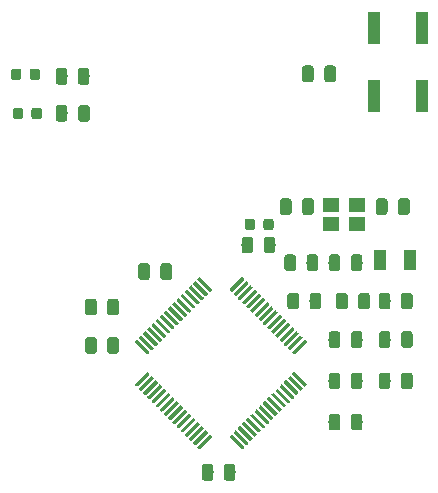
<source format=gbr>
G04 #@! TF.GenerationSoftware,KiCad,Pcbnew,5.1.2*
G04 #@! TF.CreationDate,2019-05-17T11:59:17-05:00*
G04 #@! TF.ProjectId,STM32F411Minimal,53544d33-3246-4343-9131-4d696e696d61,rev?*
G04 #@! TF.SameCoordinates,Original*
G04 #@! TF.FileFunction,Paste,Top*
G04 #@! TF.FilePolarity,Positive*
%FSLAX46Y46*%
G04 Gerber Fmt 4.6, Leading zero omitted, Abs format (unit mm)*
G04 Created by KiCad (PCBNEW 5.1.2) date 2019-05-17 11:59:17*
%MOMM*%
%LPD*%
G04 APERTURE LIST*
%ADD10C,0.100000*%
%ADD11C,0.975000*%
%ADD12R,1.000000X2.800000*%
%ADD13C,0.300000*%
%ADD14R,1.400000X1.150000*%
%ADD15R,1.000000X1.800000*%
%ADD16C,0.875000*%
G04 APERTURE END LIST*
D10*
G36*
X145892642Y-107551174D02*
G01*
X145916303Y-107554684D01*
X145939507Y-107560496D01*
X145962029Y-107568554D01*
X145983653Y-107578782D01*
X146004170Y-107591079D01*
X146023383Y-107605329D01*
X146041107Y-107621393D01*
X146057171Y-107639117D01*
X146071421Y-107658330D01*
X146083718Y-107678847D01*
X146093946Y-107700471D01*
X146102004Y-107722993D01*
X146107816Y-107746197D01*
X146111326Y-107769858D01*
X146112500Y-107793750D01*
X146112500Y-108706250D01*
X146111326Y-108730142D01*
X146107816Y-108753803D01*
X146102004Y-108777007D01*
X146093946Y-108799529D01*
X146083718Y-108821153D01*
X146071421Y-108841670D01*
X146057171Y-108860883D01*
X146041107Y-108878607D01*
X146023383Y-108894671D01*
X146004170Y-108908921D01*
X145983653Y-108921218D01*
X145962029Y-108931446D01*
X145939507Y-108939504D01*
X145916303Y-108945316D01*
X145892642Y-108948826D01*
X145868750Y-108950000D01*
X145381250Y-108950000D01*
X145357358Y-108948826D01*
X145333697Y-108945316D01*
X145310493Y-108939504D01*
X145287971Y-108931446D01*
X145266347Y-108921218D01*
X145245830Y-108908921D01*
X145226617Y-108894671D01*
X145208893Y-108878607D01*
X145192829Y-108860883D01*
X145178579Y-108841670D01*
X145166282Y-108821153D01*
X145156054Y-108799529D01*
X145147996Y-108777007D01*
X145142184Y-108753803D01*
X145138674Y-108730142D01*
X145137500Y-108706250D01*
X145137500Y-107793750D01*
X145138674Y-107769858D01*
X145142184Y-107746197D01*
X145147996Y-107722993D01*
X145156054Y-107700471D01*
X145166282Y-107678847D01*
X145178579Y-107658330D01*
X145192829Y-107639117D01*
X145208893Y-107621393D01*
X145226617Y-107605329D01*
X145245830Y-107591079D01*
X145266347Y-107578782D01*
X145287971Y-107568554D01*
X145310493Y-107560496D01*
X145333697Y-107554684D01*
X145357358Y-107551174D01*
X145381250Y-107550000D01*
X145868750Y-107550000D01*
X145892642Y-107551174D01*
X145892642Y-107551174D01*
G37*
D11*
X145625000Y-108250000D03*
D10*
G36*
X147767642Y-107551174D02*
G01*
X147791303Y-107554684D01*
X147814507Y-107560496D01*
X147837029Y-107568554D01*
X147858653Y-107578782D01*
X147879170Y-107591079D01*
X147898383Y-107605329D01*
X147916107Y-107621393D01*
X147932171Y-107639117D01*
X147946421Y-107658330D01*
X147958718Y-107678847D01*
X147968946Y-107700471D01*
X147977004Y-107722993D01*
X147982816Y-107746197D01*
X147986326Y-107769858D01*
X147987500Y-107793750D01*
X147987500Y-108706250D01*
X147986326Y-108730142D01*
X147982816Y-108753803D01*
X147977004Y-108777007D01*
X147968946Y-108799529D01*
X147958718Y-108821153D01*
X147946421Y-108841670D01*
X147932171Y-108860883D01*
X147916107Y-108878607D01*
X147898383Y-108894671D01*
X147879170Y-108908921D01*
X147858653Y-108921218D01*
X147837029Y-108931446D01*
X147814507Y-108939504D01*
X147791303Y-108945316D01*
X147767642Y-108948826D01*
X147743750Y-108950000D01*
X147256250Y-108950000D01*
X147232358Y-108948826D01*
X147208697Y-108945316D01*
X147185493Y-108939504D01*
X147162971Y-108931446D01*
X147141347Y-108921218D01*
X147120830Y-108908921D01*
X147101617Y-108894671D01*
X147083893Y-108878607D01*
X147067829Y-108860883D01*
X147053579Y-108841670D01*
X147041282Y-108821153D01*
X147031054Y-108799529D01*
X147022996Y-108777007D01*
X147017184Y-108753803D01*
X147013674Y-108730142D01*
X147012500Y-108706250D01*
X147012500Y-107793750D01*
X147013674Y-107769858D01*
X147017184Y-107746197D01*
X147022996Y-107722993D01*
X147031054Y-107700471D01*
X147041282Y-107678847D01*
X147053579Y-107658330D01*
X147067829Y-107639117D01*
X147083893Y-107621393D01*
X147101617Y-107605329D01*
X147120830Y-107591079D01*
X147141347Y-107578782D01*
X147162971Y-107568554D01*
X147185493Y-107560496D01*
X147208697Y-107554684D01*
X147232358Y-107551174D01*
X147256250Y-107550000D01*
X147743750Y-107550000D01*
X147767642Y-107551174D01*
X147767642Y-107551174D01*
G37*
D11*
X147500000Y-108250000D03*
D10*
G36*
X144267642Y-104301174D02*
G01*
X144291303Y-104304684D01*
X144314507Y-104310496D01*
X144337029Y-104318554D01*
X144358653Y-104328782D01*
X144379170Y-104341079D01*
X144398383Y-104355329D01*
X144416107Y-104371393D01*
X144432171Y-104389117D01*
X144446421Y-104408330D01*
X144458718Y-104428847D01*
X144468946Y-104450471D01*
X144477004Y-104472993D01*
X144482816Y-104496197D01*
X144486326Y-104519858D01*
X144487500Y-104543750D01*
X144487500Y-105456250D01*
X144486326Y-105480142D01*
X144482816Y-105503803D01*
X144477004Y-105527007D01*
X144468946Y-105549529D01*
X144458718Y-105571153D01*
X144446421Y-105591670D01*
X144432171Y-105610883D01*
X144416107Y-105628607D01*
X144398383Y-105644671D01*
X144379170Y-105658921D01*
X144358653Y-105671218D01*
X144337029Y-105681446D01*
X144314507Y-105689504D01*
X144291303Y-105695316D01*
X144267642Y-105698826D01*
X144243750Y-105700000D01*
X143756250Y-105700000D01*
X143732358Y-105698826D01*
X143708697Y-105695316D01*
X143685493Y-105689504D01*
X143662971Y-105681446D01*
X143641347Y-105671218D01*
X143620830Y-105658921D01*
X143601617Y-105644671D01*
X143583893Y-105628607D01*
X143567829Y-105610883D01*
X143553579Y-105591670D01*
X143541282Y-105571153D01*
X143531054Y-105549529D01*
X143522996Y-105527007D01*
X143517184Y-105503803D01*
X143513674Y-105480142D01*
X143512500Y-105456250D01*
X143512500Y-104543750D01*
X143513674Y-104519858D01*
X143517184Y-104496197D01*
X143522996Y-104472993D01*
X143531054Y-104450471D01*
X143541282Y-104428847D01*
X143553579Y-104408330D01*
X143567829Y-104389117D01*
X143583893Y-104371393D01*
X143601617Y-104355329D01*
X143620830Y-104341079D01*
X143641347Y-104328782D01*
X143662971Y-104318554D01*
X143685493Y-104310496D01*
X143708697Y-104304684D01*
X143732358Y-104301174D01*
X143756250Y-104300000D01*
X144243750Y-104300000D01*
X144267642Y-104301174D01*
X144267642Y-104301174D01*
G37*
D11*
X144000000Y-105000000D03*
D10*
G36*
X142392642Y-104301174D02*
G01*
X142416303Y-104304684D01*
X142439507Y-104310496D01*
X142462029Y-104318554D01*
X142483653Y-104328782D01*
X142504170Y-104341079D01*
X142523383Y-104355329D01*
X142541107Y-104371393D01*
X142557171Y-104389117D01*
X142571421Y-104408330D01*
X142583718Y-104428847D01*
X142593946Y-104450471D01*
X142602004Y-104472993D01*
X142607816Y-104496197D01*
X142611326Y-104519858D01*
X142612500Y-104543750D01*
X142612500Y-105456250D01*
X142611326Y-105480142D01*
X142607816Y-105503803D01*
X142602004Y-105527007D01*
X142593946Y-105549529D01*
X142583718Y-105571153D01*
X142571421Y-105591670D01*
X142557171Y-105610883D01*
X142541107Y-105628607D01*
X142523383Y-105644671D01*
X142504170Y-105658921D01*
X142483653Y-105671218D01*
X142462029Y-105681446D01*
X142439507Y-105689504D01*
X142416303Y-105695316D01*
X142392642Y-105698826D01*
X142368750Y-105700000D01*
X141881250Y-105700000D01*
X141857358Y-105698826D01*
X141833697Y-105695316D01*
X141810493Y-105689504D01*
X141787971Y-105681446D01*
X141766347Y-105671218D01*
X141745830Y-105658921D01*
X141726617Y-105644671D01*
X141708893Y-105628607D01*
X141692829Y-105610883D01*
X141678579Y-105591670D01*
X141666282Y-105571153D01*
X141656054Y-105549529D01*
X141647996Y-105527007D01*
X141642184Y-105503803D01*
X141638674Y-105480142D01*
X141637500Y-105456250D01*
X141637500Y-104543750D01*
X141638674Y-104519858D01*
X141642184Y-104496197D01*
X141647996Y-104472993D01*
X141656054Y-104450471D01*
X141666282Y-104428847D01*
X141678579Y-104408330D01*
X141692829Y-104389117D01*
X141708893Y-104371393D01*
X141726617Y-104355329D01*
X141745830Y-104341079D01*
X141766347Y-104328782D01*
X141787971Y-104318554D01*
X141810493Y-104310496D01*
X141833697Y-104304684D01*
X141857358Y-104301174D01*
X141881250Y-104300000D01*
X142368750Y-104300000D01*
X142392642Y-104301174D01*
X142392642Y-104301174D01*
G37*
D11*
X142125000Y-105000000D03*
D10*
G36*
X129767642Y-101801174D02*
G01*
X129791303Y-101804684D01*
X129814507Y-101810496D01*
X129837029Y-101818554D01*
X129858653Y-101828782D01*
X129879170Y-101841079D01*
X129898383Y-101855329D01*
X129916107Y-101871393D01*
X129932171Y-101889117D01*
X129946421Y-101908330D01*
X129958718Y-101928847D01*
X129968946Y-101950471D01*
X129977004Y-101972993D01*
X129982816Y-101996197D01*
X129986326Y-102019858D01*
X129987500Y-102043750D01*
X129987500Y-102956250D01*
X129986326Y-102980142D01*
X129982816Y-103003803D01*
X129977004Y-103027007D01*
X129968946Y-103049529D01*
X129958718Y-103071153D01*
X129946421Y-103091670D01*
X129932171Y-103110883D01*
X129916107Y-103128607D01*
X129898383Y-103144671D01*
X129879170Y-103158921D01*
X129858653Y-103171218D01*
X129837029Y-103181446D01*
X129814507Y-103189504D01*
X129791303Y-103195316D01*
X129767642Y-103198826D01*
X129743750Y-103200000D01*
X129256250Y-103200000D01*
X129232358Y-103198826D01*
X129208697Y-103195316D01*
X129185493Y-103189504D01*
X129162971Y-103181446D01*
X129141347Y-103171218D01*
X129120830Y-103158921D01*
X129101617Y-103144671D01*
X129083893Y-103128607D01*
X129067829Y-103110883D01*
X129053579Y-103091670D01*
X129041282Y-103071153D01*
X129031054Y-103049529D01*
X129022996Y-103027007D01*
X129017184Y-103003803D01*
X129013674Y-102980142D01*
X129012500Y-102956250D01*
X129012500Y-102043750D01*
X129013674Y-102019858D01*
X129017184Y-101996197D01*
X129022996Y-101972993D01*
X129031054Y-101950471D01*
X129041282Y-101928847D01*
X129053579Y-101908330D01*
X129067829Y-101889117D01*
X129083893Y-101871393D01*
X129101617Y-101855329D01*
X129120830Y-101841079D01*
X129141347Y-101828782D01*
X129162971Y-101818554D01*
X129185493Y-101810496D01*
X129208697Y-101804684D01*
X129232358Y-101801174D01*
X129256250Y-101800000D01*
X129743750Y-101800000D01*
X129767642Y-101801174D01*
X129767642Y-101801174D01*
G37*
D11*
X129500000Y-102500000D03*
D10*
G36*
X131642642Y-101801174D02*
G01*
X131666303Y-101804684D01*
X131689507Y-101810496D01*
X131712029Y-101818554D01*
X131733653Y-101828782D01*
X131754170Y-101841079D01*
X131773383Y-101855329D01*
X131791107Y-101871393D01*
X131807171Y-101889117D01*
X131821421Y-101908330D01*
X131833718Y-101928847D01*
X131843946Y-101950471D01*
X131852004Y-101972993D01*
X131857816Y-101996197D01*
X131861326Y-102019858D01*
X131862500Y-102043750D01*
X131862500Y-102956250D01*
X131861326Y-102980142D01*
X131857816Y-103003803D01*
X131852004Y-103027007D01*
X131843946Y-103049529D01*
X131833718Y-103071153D01*
X131821421Y-103091670D01*
X131807171Y-103110883D01*
X131791107Y-103128607D01*
X131773383Y-103144671D01*
X131754170Y-103158921D01*
X131733653Y-103171218D01*
X131712029Y-103181446D01*
X131689507Y-103189504D01*
X131666303Y-103195316D01*
X131642642Y-103198826D01*
X131618750Y-103200000D01*
X131131250Y-103200000D01*
X131107358Y-103198826D01*
X131083697Y-103195316D01*
X131060493Y-103189504D01*
X131037971Y-103181446D01*
X131016347Y-103171218D01*
X130995830Y-103158921D01*
X130976617Y-103144671D01*
X130958893Y-103128607D01*
X130942829Y-103110883D01*
X130928579Y-103091670D01*
X130916282Y-103071153D01*
X130906054Y-103049529D01*
X130897996Y-103027007D01*
X130892184Y-103003803D01*
X130888674Y-102980142D01*
X130887500Y-102956250D01*
X130887500Y-102043750D01*
X130888674Y-102019858D01*
X130892184Y-101996197D01*
X130897996Y-101972993D01*
X130906054Y-101950471D01*
X130916282Y-101928847D01*
X130928579Y-101908330D01*
X130942829Y-101889117D01*
X130958893Y-101871393D01*
X130976617Y-101855329D01*
X130995830Y-101841079D01*
X131016347Y-101828782D01*
X131037971Y-101818554D01*
X131060493Y-101810496D01*
X131083697Y-101804684D01*
X131107358Y-101801174D01*
X131131250Y-101800000D01*
X131618750Y-101800000D01*
X131642642Y-101801174D01*
X131642642Y-101801174D01*
G37*
D11*
X131375000Y-102500000D03*
D10*
G36*
X140392642Y-99551174D02*
G01*
X140416303Y-99554684D01*
X140439507Y-99560496D01*
X140462029Y-99568554D01*
X140483653Y-99578782D01*
X140504170Y-99591079D01*
X140523383Y-99605329D01*
X140541107Y-99621393D01*
X140557171Y-99639117D01*
X140571421Y-99658330D01*
X140583718Y-99678847D01*
X140593946Y-99700471D01*
X140602004Y-99722993D01*
X140607816Y-99746197D01*
X140611326Y-99769858D01*
X140612500Y-99793750D01*
X140612500Y-100706250D01*
X140611326Y-100730142D01*
X140607816Y-100753803D01*
X140602004Y-100777007D01*
X140593946Y-100799529D01*
X140583718Y-100821153D01*
X140571421Y-100841670D01*
X140557171Y-100860883D01*
X140541107Y-100878607D01*
X140523383Y-100894671D01*
X140504170Y-100908921D01*
X140483653Y-100921218D01*
X140462029Y-100931446D01*
X140439507Y-100939504D01*
X140416303Y-100945316D01*
X140392642Y-100948826D01*
X140368750Y-100950000D01*
X139881250Y-100950000D01*
X139857358Y-100948826D01*
X139833697Y-100945316D01*
X139810493Y-100939504D01*
X139787971Y-100931446D01*
X139766347Y-100921218D01*
X139745830Y-100908921D01*
X139726617Y-100894671D01*
X139708893Y-100878607D01*
X139692829Y-100860883D01*
X139678579Y-100841670D01*
X139666282Y-100821153D01*
X139656054Y-100799529D01*
X139647996Y-100777007D01*
X139642184Y-100753803D01*
X139638674Y-100730142D01*
X139637500Y-100706250D01*
X139637500Y-99793750D01*
X139638674Y-99769858D01*
X139642184Y-99746197D01*
X139647996Y-99722993D01*
X139656054Y-99700471D01*
X139666282Y-99678847D01*
X139678579Y-99658330D01*
X139692829Y-99639117D01*
X139708893Y-99621393D01*
X139726617Y-99605329D01*
X139745830Y-99591079D01*
X139766347Y-99578782D01*
X139787971Y-99568554D01*
X139810493Y-99560496D01*
X139833697Y-99554684D01*
X139857358Y-99551174D01*
X139881250Y-99550000D01*
X140368750Y-99550000D01*
X140392642Y-99551174D01*
X140392642Y-99551174D01*
G37*
D11*
X140125000Y-100250000D03*
D10*
G36*
X138517642Y-99551174D02*
G01*
X138541303Y-99554684D01*
X138564507Y-99560496D01*
X138587029Y-99568554D01*
X138608653Y-99578782D01*
X138629170Y-99591079D01*
X138648383Y-99605329D01*
X138666107Y-99621393D01*
X138682171Y-99639117D01*
X138696421Y-99658330D01*
X138708718Y-99678847D01*
X138718946Y-99700471D01*
X138727004Y-99722993D01*
X138732816Y-99746197D01*
X138736326Y-99769858D01*
X138737500Y-99793750D01*
X138737500Y-100706250D01*
X138736326Y-100730142D01*
X138732816Y-100753803D01*
X138727004Y-100777007D01*
X138718946Y-100799529D01*
X138708718Y-100821153D01*
X138696421Y-100841670D01*
X138682171Y-100860883D01*
X138666107Y-100878607D01*
X138648383Y-100894671D01*
X138629170Y-100908921D01*
X138608653Y-100921218D01*
X138587029Y-100931446D01*
X138564507Y-100939504D01*
X138541303Y-100945316D01*
X138517642Y-100948826D01*
X138493750Y-100950000D01*
X138006250Y-100950000D01*
X137982358Y-100948826D01*
X137958697Y-100945316D01*
X137935493Y-100939504D01*
X137912971Y-100931446D01*
X137891347Y-100921218D01*
X137870830Y-100908921D01*
X137851617Y-100894671D01*
X137833893Y-100878607D01*
X137817829Y-100860883D01*
X137803579Y-100841670D01*
X137791282Y-100821153D01*
X137781054Y-100799529D01*
X137772996Y-100777007D01*
X137767184Y-100753803D01*
X137763674Y-100730142D01*
X137762500Y-100706250D01*
X137762500Y-99793750D01*
X137763674Y-99769858D01*
X137767184Y-99746197D01*
X137772996Y-99722993D01*
X137781054Y-99700471D01*
X137791282Y-99678847D01*
X137803579Y-99658330D01*
X137817829Y-99639117D01*
X137833893Y-99621393D01*
X137851617Y-99605329D01*
X137870830Y-99591079D01*
X137891347Y-99578782D01*
X137912971Y-99568554D01*
X137935493Y-99560496D01*
X137958697Y-99554684D01*
X137982358Y-99551174D01*
X138006250Y-99550000D01*
X138493750Y-99550000D01*
X138517642Y-99551174D01*
X138517642Y-99551174D01*
G37*
D11*
X138250000Y-100250000D03*
D10*
G36*
X135142642Y-118801174D02*
G01*
X135166303Y-118804684D01*
X135189507Y-118810496D01*
X135212029Y-118818554D01*
X135233653Y-118828782D01*
X135254170Y-118841079D01*
X135273383Y-118855329D01*
X135291107Y-118871393D01*
X135307171Y-118889117D01*
X135321421Y-118908330D01*
X135333718Y-118928847D01*
X135343946Y-118950471D01*
X135352004Y-118972993D01*
X135357816Y-118996197D01*
X135361326Y-119019858D01*
X135362500Y-119043750D01*
X135362500Y-119956250D01*
X135361326Y-119980142D01*
X135357816Y-120003803D01*
X135352004Y-120027007D01*
X135343946Y-120049529D01*
X135333718Y-120071153D01*
X135321421Y-120091670D01*
X135307171Y-120110883D01*
X135291107Y-120128607D01*
X135273383Y-120144671D01*
X135254170Y-120158921D01*
X135233653Y-120171218D01*
X135212029Y-120181446D01*
X135189507Y-120189504D01*
X135166303Y-120195316D01*
X135142642Y-120198826D01*
X135118750Y-120200000D01*
X134631250Y-120200000D01*
X134607358Y-120198826D01*
X134583697Y-120195316D01*
X134560493Y-120189504D01*
X134537971Y-120181446D01*
X134516347Y-120171218D01*
X134495830Y-120158921D01*
X134476617Y-120144671D01*
X134458893Y-120128607D01*
X134442829Y-120110883D01*
X134428579Y-120091670D01*
X134416282Y-120071153D01*
X134406054Y-120049529D01*
X134397996Y-120027007D01*
X134392184Y-120003803D01*
X134388674Y-119980142D01*
X134387500Y-119956250D01*
X134387500Y-119043750D01*
X134388674Y-119019858D01*
X134392184Y-118996197D01*
X134397996Y-118972993D01*
X134406054Y-118950471D01*
X134416282Y-118928847D01*
X134428579Y-118908330D01*
X134442829Y-118889117D01*
X134458893Y-118871393D01*
X134476617Y-118855329D01*
X134495830Y-118841079D01*
X134516347Y-118828782D01*
X134537971Y-118818554D01*
X134560493Y-118810496D01*
X134583697Y-118804684D01*
X134607358Y-118801174D01*
X134631250Y-118800000D01*
X135118750Y-118800000D01*
X135142642Y-118801174D01*
X135142642Y-118801174D01*
G37*
D11*
X134875000Y-119500000D03*
D10*
G36*
X137017642Y-118801174D02*
G01*
X137041303Y-118804684D01*
X137064507Y-118810496D01*
X137087029Y-118818554D01*
X137108653Y-118828782D01*
X137129170Y-118841079D01*
X137148383Y-118855329D01*
X137166107Y-118871393D01*
X137182171Y-118889117D01*
X137196421Y-118908330D01*
X137208718Y-118928847D01*
X137218946Y-118950471D01*
X137227004Y-118972993D01*
X137232816Y-118996197D01*
X137236326Y-119019858D01*
X137237500Y-119043750D01*
X137237500Y-119956250D01*
X137236326Y-119980142D01*
X137232816Y-120003803D01*
X137227004Y-120027007D01*
X137218946Y-120049529D01*
X137208718Y-120071153D01*
X137196421Y-120091670D01*
X137182171Y-120110883D01*
X137166107Y-120128607D01*
X137148383Y-120144671D01*
X137129170Y-120158921D01*
X137108653Y-120171218D01*
X137087029Y-120181446D01*
X137064507Y-120189504D01*
X137041303Y-120195316D01*
X137017642Y-120198826D01*
X136993750Y-120200000D01*
X136506250Y-120200000D01*
X136482358Y-120198826D01*
X136458697Y-120195316D01*
X136435493Y-120189504D01*
X136412971Y-120181446D01*
X136391347Y-120171218D01*
X136370830Y-120158921D01*
X136351617Y-120144671D01*
X136333893Y-120128607D01*
X136317829Y-120110883D01*
X136303579Y-120091670D01*
X136291282Y-120071153D01*
X136281054Y-120049529D01*
X136272996Y-120027007D01*
X136267184Y-120003803D01*
X136263674Y-119980142D01*
X136262500Y-119956250D01*
X136262500Y-119043750D01*
X136263674Y-119019858D01*
X136267184Y-118996197D01*
X136272996Y-118972993D01*
X136281054Y-118950471D01*
X136291282Y-118928847D01*
X136303579Y-118908330D01*
X136317829Y-118889117D01*
X136333893Y-118871393D01*
X136351617Y-118855329D01*
X136370830Y-118841079D01*
X136391347Y-118828782D01*
X136412971Y-118818554D01*
X136435493Y-118810496D01*
X136458697Y-118804684D01*
X136482358Y-118801174D01*
X136506250Y-118800000D01*
X136993750Y-118800000D01*
X137017642Y-118801174D01*
X137017642Y-118801174D01*
G37*
D11*
X136750000Y-119500000D03*
D10*
G36*
X147767642Y-111051174D02*
G01*
X147791303Y-111054684D01*
X147814507Y-111060496D01*
X147837029Y-111068554D01*
X147858653Y-111078782D01*
X147879170Y-111091079D01*
X147898383Y-111105329D01*
X147916107Y-111121393D01*
X147932171Y-111139117D01*
X147946421Y-111158330D01*
X147958718Y-111178847D01*
X147968946Y-111200471D01*
X147977004Y-111222993D01*
X147982816Y-111246197D01*
X147986326Y-111269858D01*
X147987500Y-111293750D01*
X147987500Y-112206250D01*
X147986326Y-112230142D01*
X147982816Y-112253803D01*
X147977004Y-112277007D01*
X147968946Y-112299529D01*
X147958718Y-112321153D01*
X147946421Y-112341670D01*
X147932171Y-112360883D01*
X147916107Y-112378607D01*
X147898383Y-112394671D01*
X147879170Y-112408921D01*
X147858653Y-112421218D01*
X147837029Y-112431446D01*
X147814507Y-112439504D01*
X147791303Y-112445316D01*
X147767642Y-112448826D01*
X147743750Y-112450000D01*
X147256250Y-112450000D01*
X147232358Y-112448826D01*
X147208697Y-112445316D01*
X147185493Y-112439504D01*
X147162971Y-112431446D01*
X147141347Y-112421218D01*
X147120830Y-112408921D01*
X147101617Y-112394671D01*
X147083893Y-112378607D01*
X147067829Y-112360883D01*
X147053579Y-112341670D01*
X147041282Y-112321153D01*
X147031054Y-112299529D01*
X147022996Y-112277007D01*
X147017184Y-112253803D01*
X147013674Y-112230142D01*
X147012500Y-112206250D01*
X147012500Y-111293750D01*
X147013674Y-111269858D01*
X147017184Y-111246197D01*
X147022996Y-111222993D01*
X147031054Y-111200471D01*
X147041282Y-111178847D01*
X147053579Y-111158330D01*
X147067829Y-111139117D01*
X147083893Y-111121393D01*
X147101617Y-111105329D01*
X147120830Y-111091079D01*
X147141347Y-111078782D01*
X147162971Y-111068554D01*
X147185493Y-111060496D01*
X147208697Y-111054684D01*
X147232358Y-111051174D01*
X147256250Y-111050000D01*
X147743750Y-111050000D01*
X147767642Y-111051174D01*
X147767642Y-111051174D01*
G37*
D11*
X147500000Y-111750000D03*
D10*
G36*
X145892642Y-111051174D02*
G01*
X145916303Y-111054684D01*
X145939507Y-111060496D01*
X145962029Y-111068554D01*
X145983653Y-111078782D01*
X146004170Y-111091079D01*
X146023383Y-111105329D01*
X146041107Y-111121393D01*
X146057171Y-111139117D01*
X146071421Y-111158330D01*
X146083718Y-111178847D01*
X146093946Y-111200471D01*
X146102004Y-111222993D01*
X146107816Y-111246197D01*
X146111326Y-111269858D01*
X146112500Y-111293750D01*
X146112500Y-112206250D01*
X146111326Y-112230142D01*
X146107816Y-112253803D01*
X146102004Y-112277007D01*
X146093946Y-112299529D01*
X146083718Y-112321153D01*
X146071421Y-112341670D01*
X146057171Y-112360883D01*
X146041107Y-112378607D01*
X146023383Y-112394671D01*
X146004170Y-112408921D01*
X145983653Y-112421218D01*
X145962029Y-112431446D01*
X145939507Y-112439504D01*
X145916303Y-112445316D01*
X145892642Y-112448826D01*
X145868750Y-112450000D01*
X145381250Y-112450000D01*
X145357358Y-112448826D01*
X145333697Y-112445316D01*
X145310493Y-112439504D01*
X145287971Y-112431446D01*
X145266347Y-112421218D01*
X145245830Y-112408921D01*
X145226617Y-112394671D01*
X145208893Y-112378607D01*
X145192829Y-112360883D01*
X145178579Y-112341670D01*
X145166282Y-112321153D01*
X145156054Y-112299529D01*
X145147996Y-112277007D01*
X145142184Y-112253803D01*
X145138674Y-112230142D01*
X145137500Y-112206250D01*
X145137500Y-111293750D01*
X145138674Y-111269858D01*
X145142184Y-111246197D01*
X145147996Y-111222993D01*
X145156054Y-111200471D01*
X145166282Y-111178847D01*
X145178579Y-111158330D01*
X145192829Y-111139117D01*
X145208893Y-111121393D01*
X145226617Y-111105329D01*
X145245830Y-111091079D01*
X145266347Y-111078782D01*
X145287971Y-111068554D01*
X145310493Y-111060496D01*
X145333697Y-111054684D01*
X145357358Y-111051174D01*
X145381250Y-111050000D01*
X145868750Y-111050000D01*
X145892642Y-111051174D01*
X145892642Y-111051174D01*
G37*
D11*
X145625000Y-111750000D03*
D10*
G36*
X127142642Y-108051174D02*
G01*
X127166303Y-108054684D01*
X127189507Y-108060496D01*
X127212029Y-108068554D01*
X127233653Y-108078782D01*
X127254170Y-108091079D01*
X127273383Y-108105329D01*
X127291107Y-108121393D01*
X127307171Y-108139117D01*
X127321421Y-108158330D01*
X127333718Y-108178847D01*
X127343946Y-108200471D01*
X127352004Y-108222993D01*
X127357816Y-108246197D01*
X127361326Y-108269858D01*
X127362500Y-108293750D01*
X127362500Y-109206250D01*
X127361326Y-109230142D01*
X127357816Y-109253803D01*
X127352004Y-109277007D01*
X127343946Y-109299529D01*
X127333718Y-109321153D01*
X127321421Y-109341670D01*
X127307171Y-109360883D01*
X127291107Y-109378607D01*
X127273383Y-109394671D01*
X127254170Y-109408921D01*
X127233653Y-109421218D01*
X127212029Y-109431446D01*
X127189507Y-109439504D01*
X127166303Y-109445316D01*
X127142642Y-109448826D01*
X127118750Y-109450000D01*
X126631250Y-109450000D01*
X126607358Y-109448826D01*
X126583697Y-109445316D01*
X126560493Y-109439504D01*
X126537971Y-109431446D01*
X126516347Y-109421218D01*
X126495830Y-109408921D01*
X126476617Y-109394671D01*
X126458893Y-109378607D01*
X126442829Y-109360883D01*
X126428579Y-109341670D01*
X126416282Y-109321153D01*
X126406054Y-109299529D01*
X126397996Y-109277007D01*
X126392184Y-109253803D01*
X126388674Y-109230142D01*
X126387500Y-109206250D01*
X126387500Y-108293750D01*
X126388674Y-108269858D01*
X126392184Y-108246197D01*
X126397996Y-108222993D01*
X126406054Y-108200471D01*
X126416282Y-108178847D01*
X126428579Y-108158330D01*
X126442829Y-108139117D01*
X126458893Y-108121393D01*
X126476617Y-108105329D01*
X126495830Y-108091079D01*
X126516347Y-108078782D01*
X126537971Y-108068554D01*
X126560493Y-108060496D01*
X126583697Y-108054684D01*
X126607358Y-108051174D01*
X126631250Y-108050000D01*
X127118750Y-108050000D01*
X127142642Y-108051174D01*
X127142642Y-108051174D01*
G37*
D11*
X126875000Y-108750000D03*
D10*
G36*
X125267642Y-108051174D02*
G01*
X125291303Y-108054684D01*
X125314507Y-108060496D01*
X125337029Y-108068554D01*
X125358653Y-108078782D01*
X125379170Y-108091079D01*
X125398383Y-108105329D01*
X125416107Y-108121393D01*
X125432171Y-108139117D01*
X125446421Y-108158330D01*
X125458718Y-108178847D01*
X125468946Y-108200471D01*
X125477004Y-108222993D01*
X125482816Y-108246197D01*
X125486326Y-108269858D01*
X125487500Y-108293750D01*
X125487500Y-109206250D01*
X125486326Y-109230142D01*
X125482816Y-109253803D01*
X125477004Y-109277007D01*
X125468946Y-109299529D01*
X125458718Y-109321153D01*
X125446421Y-109341670D01*
X125432171Y-109360883D01*
X125416107Y-109378607D01*
X125398383Y-109394671D01*
X125379170Y-109408921D01*
X125358653Y-109421218D01*
X125337029Y-109431446D01*
X125314507Y-109439504D01*
X125291303Y-109445316D01*
X125267642Y-109448826D01*
X125243750Y-109450000D01*
X124756250Y-109450000D01*
X124732358Y-109448826D01*
X124708697Y-109445316D01*
X124685493Y-109439504D01*
X124662971Y-109431446D01*
X124641347Y-109421218D01*
X124620830Y-109408921D01*
X124601617Y-109394671D01*
X124583893Y-109378607D01*
X124567829Y-109360883D01*
X124553579Y-109341670D01*
X124541282Y-109321153D01*
X124531054Y-109299529D01*
X124522996Y-109277007D01*
X124517184Y-109253803D01*
X124513674Y-109230142D01*
X124512500Y-109206250D01*
X124512500Y-108293750D01*
X124513674Y-108269858D01*
X124517184Y-108246197D01*
X124522996Y-108222993D01*
X124531054Y-108200471D01*
X124541282Y-108178847D01*
X124553579Y-108158330D01*
X124567829Y-108139117D01*
X124583893Y-108121393D01*
X124601617Y-108105329D01*
X124620830Y-108091079D01*
X124641347Y-108078782D01*
X124662971Y-108068554D01*
X124685493Y-108060496D01*
X124708697Y-108054684D01*
X124732358Y-108051174D01*
X124756250Y-108050000D01*
X125243750Y-108050000D01*
X125267642Y-108051174D01*
X125267642Y-108051174D01*
G37*
D11*
X125000000Y-108750000D03*
D10*
G36*
X147767642Y-114551174D02*
G01*
X147791303Y-114554684D01*
X147814507Y-114560496D01*
X147837029Y-114568554D01*
X147858653Y-114578782D01*
X147879170Y-114591079D01*
X147898383Y-114605329D01*
X147916107Y-114621393D01*
X147932171Y-114639117D01*
X147946421Y-114658330D01*
X147958718Y-114678847D01*
X147968946Y-114700471D01*
X147977004Y-114722993D01*
X147982816Y-114746197D01*
X147986326Y-114769858D01*
X147987500Y-114793750D01*
X147987500Y-115706250D01*
X147986326Y-115730142D01*
X147982816Y-115753803D01*
X147977004Y-115777007D01*
X147968946Y-115799529D01*
X147958718Y-115821153D01*
X147946421Y-115841670D01*
X147932171Y-115860883D01*
X147916107Y-115878607D01*
X147898383Y-115894671D01*
X147879170Y-115908921D01*
X147858653Y-115921218D01*
X147837029Y-115931446D01*
X147814507Y-115939504D01*
X147791303Y-115945316D01*
X147767642Y-115948826D01*
X147743750Y-115950000D01*
X147256250Y-115950000D01*
X147232358Y-115948826D01*
X147208697Y-115945316D01*
X147185493Y-115939504D01*
X147162971Y-115931446D01*
X147141347Y-115921218D01*
X147120830Y-115908921D01*
X147101617Y-115894671D01*
X147083893Y-115878607D01*
X147067829Y-115860883D01*
X147053579Y-115841670D01*
X147041282Y-115821153D01*
X147031054Y-115799529D01*
X147022996Y-115777007D01*
X147017184Y-115753803D01*
X147013674Y-115730142D01*
X147012500Y-115706250D01*
X147012500Y-114793750D01*
X147013674Y-114769858D01*
X147017184Y-114746197D01*
X147022996Y-114722993D01*
X147031054Y-114700471D01*
X147041282Y-114678847D01*
X147053579Y-114658330D01*
X147067829Y-114639117D01*
X147083893Y-114621393D01*
X147101617Y-114605329D01*
X147120830Y-114591079D01*
X147141347Y-114578782D01*
X147162971Y-114568554D01*
X147185493Y-114560496D01*
X147208697Y-114554684D01*
X147232358Y-114551174D01*
X147256250Y-114550000D01*
X147743750Y-114550000D01*
X147767642Y-114551174D01*
X147767642Y-114551174D01*
G37*
D11*
X147500000Y-115250000D03*
D10*
G36*
X145892642Y-114551174D02*
G01*
X145916303Y-114554684D01*
X145939507Y-114560496D01*
X145962029Y-114568554D01*
X145983653Y-114578782D01*
X146004170Y-114591079D01*
X146023383Y-114605329D01*
X146041107Y-114621393D01*
X146057171Y-114639117D01*
X146071421Y-114658330D01*
X146083718Y-114678847D01*
X146093946Y-114700471D01*
X146102004Y-114722993D01*
X146107816Y-114746197D01*
X146111326Y-114769858D01*
X146112500Y-114793750D01*
X146112500Y-115706250D01*
X146111326Y-115730142D01*
X146107816Y-115753803D01*
X146102004Y-115777007D01*
X146093946Y-115799529D01*
X146083718Y-115821153D01*
X146071421Y-115841670D01*
X146057171Y-115860883D01*
X146041107Y-115878607D01*
X146023383Y-115894671D01*
X146004170Y-115908921D01*
X145983653Y-115921218D01*
X145962029Y-115931446D01*
X145939507Y-115939504D01*
X145916303Y-115945316D01*
X145892642Y-115948826D01*
X145868750Y-115950000D01*
X145381250Y-115950000D01*
X145357358Y-115948826D01*
X145333697Y-115945316D01*
X145310493Y-115939504D01*
X145287971Y-115931446D01*
X145266347Y-115921218D01*
X145245830Y-115908921D01*
X145226617Y-115894671D01*
X145208893Y-115878607D01*
X145192829Y-115860883D01*
X145178579Y-115841670D01*
X145166282Y-115821153D01*
X145156054Y-115799529D01*
X145147996Y-115777007D01*
X145142184Y-115753803D01*
X145138674Y-115730142D01*
X145137500Y-115706250D01*
X145137500Y-114793750D01*
X145138674Y-114769858D01*
X145142184Y-114746197D01*
X145147996Y-114722993D01*
X145156054Y-114700471D01*
X145166282Y-114678847D01*
X145178579Y-114658330D01*
X145192829Y-114639117D01*
X145208893Y-114621393D01*
X145226617Y-114605329D01*
X145245830Y-114591079D01*
X145266347Y-114578782D01*
X145287971Y-114568554D01*
X145310493Y-114560496D01*
X145333697Y-114554684D01*
X145357358Y-114551174D01*
X145381250Y-114550000D01*
X145868750Y-114550000D01*
X145892642Y-114551174D01*
X145892642Y-114551174D01*
G37*
D11*
X145625000Y-115250000D03*
D10*
G36*
X143642642Y-96301174D02*
G01*
X143666303Y-96304684D01*
X143689507Y-96310496D01*
X143712029Y-96318554D01*
X143733653Y-96328782D01*
X143754170Y-96341079D01*
X143773383Y-96355329D01*
X143791107Y-96371393D01*
X143807171Y-96389117D01*
X143821421Y-96408330D01*
X143833718Y-96428847D01*
X143843946Y-96450471D01*
X143852004Y-96472993D01*
X143857816Y-96496197D01*
X143861326Y-96519858D01*
X143862500Y-96543750D01*
X143862500Y-97456250D01*
X143861326Y-97480142D01*
X143857816Y-97503803D01*
X143852004Y-97527007D01*
X143843946Y-97549529D01*
X143833718Y-97571153D01*
X143821421Y-97591670D01*
X143807171Y-97610883D01*
X143791107Y-97628607D01*
X143773383Y-97644671D01*
X143754170Y-97658921D01*
X143733653Y-97671218D01*
X143712029Y-97681446D01*
X143689507Y-97689504D01*
X143666303Y-97695316D01*
X143642642Y-97698826D01*
X143618750Y-97700000D01*
X143131250Y-97700000D01*
X143107358Y-97698826D01*
X143083697Y-97695316D01*
X143060493Y-97689504D01*
X143037971Y-97681446D01*
X143016347Y-97671218D01*
X142995830Y-97658921D01*
X142976617Y-97644671D01*
X142958893Y-97628607D01*
X142942829Y-97610883D01*
X142928579Y-97591670D01*
X142916282Y-97571153D01*
X142906054Y-97549529D01*
X142897996Y-97527007D01*
X142892184Y-97503803D01*
X142888674Y-97480142D01*
X142887500Y-97456250D01*
X142887500Y-96543750D01*
X142888674Y-96519858D01*
X142892184Y-96496197D01*
X142897996Y-96472993D01*
X142906054Y-96450471D01*
X142916282Y-96428847D01*
X142928579Y-96408330D01*
X142942829Y-96389117D01*
X142958893Y-96371393D01*
X142976617Y-96355329D01*
X142995830Y-96341079D01*
X143016347Y-96328782D01*
X143037971Y-96318554D01*
X143060493Y-96310496D01*
X143083697Y-96304684D01*
X143107358Y-96301174D01*
X143131250Y-96300000D01*
X143618750Y-96300000D01*
X143642642Y-96301174D01*
X143642642Y-96301174D01*
G37*
D11*
X143375000Y-97000000D03*
D10*
G36*
X141767642Y-96301174D02*
G01*
X141791303Y-96304684D01*
X141814507Y-96310496D01*
X141837029Y-96318554D01*
X141858653Y-96328782D01*
X141879170Y-96341079D01*
X141898383Y-96355329D01*
X141916107Y-96371393D01*
X141932171Y-96389117D01*
X141946421Y-96408330D01*
X141958718Y-96428847D01*
X141968946Y-96450471D01*
X141977004Y-96472993D01*
X141982816Y-96496197D01*
X141986326Y-96519858D01*
X141987500Y-96543750D01*
X141987500Y-97456250D01*
X141986326Y-97480142D01*
X141982816Y-97503803D01*
X141977004Y-97527007D01*
X141968946Y-97549529D01*
X141958718Y-97571153D01*
X141946421Y-97591670D01*
X141932171Y-97610883D01*
X141916107Y-97628607D01*
X141898383Y-97644671D01*
X141879170Y-97658921D01*
X141858653Y-97671218D01*
X141837029Y-97681446D01*
X141814507Y-97689504D01*
X141791303Y-97695316D01*
X141767642Y-97698826D01*
X141743750Y-97700000D01*
X141256250Y-97700000D01*
X141232358Y-97698826D01*
X141208697Y-97695316D01*
X141185493Y-97689504D01*
X141162971Y-97681446D01*
X141141347Y-97671218D01*
X141120830Y-97658921D01*
X141101617Y-97644671D01*
X141083893Y-97628607D01*
X141067829Y-97610883D01*
X141053579Y-97591670D01*
X141041282Y-97571153D01*
X141031054Y-97549529D01*
X141022996Y-97527007D01*
X141017184Y-97503803D01*
X141013674Y-97480142D01*
X141012500Y-97456250D01*
X141012500Y-96543750D01*
X141013674Y-96519858D01*
X141017184Y-96496197D01*
X141022996Y-96472993D01*
X141031054Y-96450471D01*
X141041282Y-96428847D01*
X141053579Y-96408330D01*
X141067829Y-96389117D01*
X141083893Y-96371393D01*
X141101617Y-96355329D01*
X141120830Y-96341079D01*
X141141347Y-96328782D01*
X141162971Y-96318554D01*
X141185493Y-96310496D01*
X141208697Y-96304684D01*
X141232358Y-96301174D01*
X141256250Y-96300000D01*
X141743750Y-96300000D01*
X141767642Y-96301174D01*
X141767642Y-96301174D01*
G37*
D11*
X141500000Y-97000000D03*
D10*
G36*
X151767642Y-96301174D02*
G01*
X151791303Y-96304684D01*
X151814507Y-96310496D01*
X151837029Y-96318554D01*
X151858653Y-96328782D01*
X151879170Y-96341079D01*
X151898383Y-96355329D01*
X151916107Y-96371393D01*
X151932171Y-96389117D01*
X151946421Y-96408330D01*
X151958718Y-96428847D01*
X151968946Y-96450471D01*
X151977004Y-96472993D01*
X151982816Y-96496197D01*
X151986326Y-96519858D01*
X151987500Y-96543750D01*
X151987500Y-97456250D01*
X151986326Y-97480142D01*
X151982816Y-97503803D01*
X151977004Y-97527007D01*
X151968946Y-97549529D01*
X151958718Y-97571153D01*
X151946421Y-97591670D01*
X151932171Y-97610883D01*
X151916107Y-97628607D01*
X151898383Y-97644671D01*
X151879170Y-97658921D01*
X151858653Y-97671218D01*
X151837029Y-97681446D01*
X151814507Y-97689504D01*
X151791303Y-97695316D01*
X151767642Y-97698826D01*
X151743750Y-97700000D01*
X151256250Y-97700000D01*
X151232358Y-97698826D01*
X151208697Y-97695316D01*
X151185493Y-97689504D01*
X151162971Y-97681446D01*
X151141347Y-97671218D01*
X151120830Y-97658921D01*
X151101617Y-97644671D01*
X151083893Y-97628607D01*
X151067829Y-97610883D01*
X151053579Y-97591670D01*
X151041282Y-97571153D01*
X151031054Y-97549529D01*
X151022996Y-97527007D01*
X151017184Y-97503803D01*
X151013674Y-97480142D01*
X151012500Y-97456250D01*
X151012500Y-96543750D01*
X151013674Y-96519858D01*
X151017184Y-96496197D01*
X151022996Y-96472993D01*
X151031054Y-96450471D01*
X151041282Y-96428847D01*
X151053579Y-96408330D01*
X151067829Y-96389117D01*
X151083893Y-96371393D01*
X151101617Y-96355329D01*
X151120830Y-96341079D01*
X151141347Y-96328782D01*
X151162971Y-96318554D01*
X151185493Y-96310496D01*
X151208697Y-96304684D01*
X151232358Y-96301174D01*
X151256250Y-96300000D01*
X151743750Y-96300000D01*
X151767642Y-96301174D01*
X151767642Y-96301174D01*
G37*
D11*
X151500000Y-97000000D03*
D10*
G36*
X149892642Y-96301174D02*
G01*
X149916303Y-96304684D01*
X149939507Y-96310496D01*
X149962029Y-96318554D01*
X149983653Y-96328782D01*
X150004170Y-96341079D01*
X150023383Y-96355329D01*
X150041107Y-96371393D01*
X150057171Y-96389117D01*
X150071421Y-96408330D01*
X150083718Y-96428847D01*
X150093946Y-96450471D01*
X150102004Y-96472993D01*
X150107816Y-96496197D01*
X150111326Y-96519858D01*
X150112500Y-96543750D01*
X150112500Y-97456250D01*
X150111326Y-97480142D01*
X150107816Y-97503803D01*
X150102004Y-97527007D01*
X150093946Y-97549529D01*
X150083718Y-97571153D01*
X150071421Y-97591670D01*
X150057171Y-97610883D01*
X150041107Y-97628607D01*
X150023383Y-97644671D01*
X150004170Y-97658921D01*
X149983653Y-97671218D01*
X149962029Y-97681446D01*
X149939507Y-97689504D01*
X149916303Y-97695316D01*
X149892642Y-97698826D01*
X149868750Y-97700000D01*
X149381250Y-97700000D01*
X149357358Y-97698826D01*
X149333697Y-97695316D01*
X149310493Y-97689504D01*
X149287971Y-97681446D01*
X149266347Y-97671218D01*
X149245830Y-97658921D01*
X149226617Y-97644671D01*
X149208893Y-97628607D01*
X149192829Y-97610883D01*
X149178579Y-97591670D01*
X149166282Y-97571153D01*
X149156054Y-97549529D01*
X149147996Y-97527007D01*
X149142184Y-97503803D01*
X149138674Y-97480142D01*
X149137500Y-97456250D01*
X149137500Y-96543750D01*
X149138674Y-96519858D01*
X149142184Y-96496197D01*
X149147996Y-96472993D01*
X149156054Y-96450471D01*
X149166282Y-96428847D01*
X149178579Y-96408330D01*
X149192829Y-96389117D01*
X149208893Y-96371393D01*
X149226617Y-96355329D01*
X149245830Y-96341079D01*
X149266347Y-96328782D01*
X149287971Y-96318554D01*
X149310493Y-96310496D01*
X149333697Y-96304684D01*
X149357358Y-96301174D01*
X149381250Y-96300000D01*
X149868750Y-96300000D01*
X149892642Y-96301174D01*
X149892642Y-96301174D01*
G37*
D11*
X149625000Y-97000000D03*
D10*
G36*
X150142642Y-107551174D02*
G01*
X150166303Y-107554684D01*
X150189507Y-107560496D01*
X150212029Y-107568554D01*
X150233653Y-107578782D01*
X150254170Y-107591079D01*
X150273383Y-107605329D01*
X150291107Y-107621393D01*
X150307171Y-107639117D01*
X150321421Y-107658330D01*
X150333718Y-107678847D01*
X150343946Y-107700471D01*
X150352004Y-107722993D01*
X150357816Y-107746197D01*
X150361326Y-107769858D01*
X150362500Y-107793750D01*
X150362500Y-108706250D01*
X150361326Y-108730142D01*
X150357816Y-108753803D01*
X150352004Y-108777007D01*
X150343946Y-108799529D01*
X150333718Y-108821153D01*
X150321421Y-108841670D01*
X150307171Y-108860883D01*
X150291107Y-108878607D01*
X150273383Y-108894671D01*
X150254170Y-108908921D01*
X150233653Y-108921218D01*
X150212029Y-108931446D01*
X150189507Y-108939504D01*
X150166303Y-108945316D01*
X150142642Y-108948826D01*
X150118750Y-108950000D01*
X149631250Y-108950000D01*
X149607358Y-108948826D01*
X149583697Y-108945316D01*
X149560493Y-108939504D01*
X149537971Y-108931446D01*
X149516347Y-108921218D01*
X149495830Y-108908921D01*
X149476617Y-108894671D01*
X149458893Y-108878607D01*
X149442829Y-108860883D01*
X149428579Y-108841670D01*
X149416282Y-108821153D01*
X149406054Y-108799529D01*
X149397996Y-108777007D01*
X149392184Y-108753803D01*
X149388674Y-108730142D01*
X149387500Y-108706250D01*
X149387500Y-107793750D01*
X149388674Y-107769858D01*
X149392184Y-107746197D01*
X149397996Y-107722993D01*
X149406054Y-107700471D01*
X149416282Y-107678847D01*
X149428579Y-107658330D01*
X149442829Y-107639117D01*
X149458893Y-107621393D01*
X149476617Y-107605329D01*
X149495830Y-107591079D01*
X149516347Y-107578782D01*
X149537971Y-107568554D01*
X149560493Y-107560496D01*
X149583697Y-107554684D01*
X149607358Y-107551174D01*
X149631250Y-107550000D01*
X150118750Y-107550000D01*
X150142642Y-107551174D01*
X150142642Y-107551174D01*
G37*
D11*
X149875000Y-108250000D03*
D10*
G36*
X152017642Y-107551174D02*
G01*
X152041303Y-107554684D01*
X152064507Y-107560496D01*
X152087029Y-107568554D01*
X152108653Y-107578782D01*
X152129170Y-107591079D01*
X152148383Y-107605329D01*
X152166107Y-107621393D01*
X152182171Y-107639117D01*
X152196421Y-107658330D01*
X152208718Y-107678847D01*
X152218946Y-107700471D01*
X152227004Y-107722993D01*
X152232816Y-107746197D01*
X152236326Y-107769858D01*
X152237500Y-107793750D01*
X152237500Y-108706250D01*
X152236326Y-108730142D01*
X152232816Y-108753803D01*
X152227004Y-108777007D01*
X152218946Y-108799529D01*
X152208718Y-108821153D01*
X152196421Y-108841670D01*
X152182171Y-108860883D01*
X152166107Y-108878607D01*
X152148383Y-108894671D01*
X152129170Y-108908921D01*
X152108653Y-108921218D01*
X152087029Y-108931446D01*
X152064507Y-108939504D01*
X152041303Y-108945316D01*
X152017642Y-108948826D01*
X151993750Y-108950000D01*
X151506250Y-108950000D01*
X151482358Y-108948826D01*
X151458697Y-108945316D01*
X151435493Y-108939504D01*
X151412971Y-108931446D01*
X151391347Y-108921218D01*
X151370830Y-108908921D01*
X151351617Y-108894671D01*
X151333893Y-108878607D01*
X151317829Y-108860883D01*
X151303579Y-108841670D01*
X151291282Y-108821153D01*
X151281054Y-108799529D01*
X151272996Y-108777007D01*
X151267184Y-108753803D01*
X151263674Y-108730142D01*
X151262500Y-108706250D01*
X151262500Y-107793750D01*
X151263674Y-107769858D01*
X151267184Y-107746197D01*
X151272996Y-107722993D01*
X151281054Y-107700471D01*
X151291282Y-107678847D01*
X151303579Y-107658330D01*
X151317829Y-107639117D01*
X151333893Y-107621393D01*
X151351617Y-107605329D01*
X151370830Y-107591079D01*
X151391347Y-107578782D01*
X151412971Y-107568554D01*
X151435493Y-107560496D01*
X151458697Y-107554684D01*
X151482358Y-107551174D01*
X151506250Y-107550000D01*
X151993750Y-107550000D01*
X152017642Y-107551174D01*
X152017642Y-107551174D01*
G37*
D11*
X151750000Y-108250000D03*
D10*
G36*
X150142642Y-111051174D02*
G01*
X150166303Y-111054684D01*
X150189507Y-111060496D01*
X150212029Y-111068554D01*
X150233653Y-111078782D01*
X150254170Y-111091079D01*
X150273383Y-111105329D01*
X150291107Y-111121393D01*
X150307171Y-111139117D01*
X150321421Y-111158330D01*
X150333718Y-111178847D01*
X150343946Y-111200471D01*
X150352004Y-111222993D01*
X150357816Y-111246197D01*
X150361326Y-111269858D01*
X150362500Y-111293750D01*
X150362500Y-112206250D01*
X150361326Y-112230142D01*
X150357816Y-112253803D01*
X150352004Y-112277007D01*
X150343946Y-112299529D01*
X150333718Y-112321153D01*
X150321421Y-112341670D01*
X150307171Y-112360883D01*
X150291107Y-112378607D01*
X150273383Y-112394671D01*
X150254170Y-112408921D01*
X150233653Y-112421218D01*
X150212029Y-112431446D01*
X150189507Y-112439504D01*
X150166303Y-112445316D01*
X150142642Y-112448826D01*
X150118750Y-112450000D01*
X149631250Y-112450000D01*
X149607358Y-112448826D01*
X149583697Y-112445316D01*
X149560493Y-112439504D01*
X149537971Y-112431446D01*
X149516347Y-112421218D01*
X149495830Y-112408921D01*
X149476617Y-112394671D01*
X149458893Y-112378607D01*
X149442829Y-112360883D01*
X149428579Y-112341670D01*
X149416282Y-112321153D01*
X149406054Y-112299529D01*
X149397996Y-112277007D01*
X149392184Y-112253803D01*
X149388674Y-112230142D01*
X149387500Y-112206250D01*
X149387500Y-111293750D01*
X149388674Y-111269858D01*
X149392184Y-111246197D01*
X149397996Y-111222993D01*
X149406054Y-111200471D01*
X149416282Y-111178847D01*
X149428579Y-111158330D01*
X149442829Y-111139117D01*
X149458893Y-111121393D01*
X149476617Y-111105329D01*
X149495830Y-111091079D01*
X149516347Y-111078782D01*
X149537971Y-111068554D01*
X149560493Y-111060496D01*
X149583697Y-111054684D01*
X149607358Y-111051174D01*
X149631250Y-111050000D01*
X150118750Y-111050000D01*
X150142642Y-111051174D01*
X150142642Y-111051174D01*
G37*
D11*
X149875000Y-111750000D03*
D10*
G36*
X152017642Y-111051174D02*
G01*
X152041303Y-111054684D01*
X152064507Y-111060496D01*
X152087029Y-111068554D01*
X152108653Y-111078782D01*
X152129170Y-111091079D01*
X152148383Y-111105329D01*
X152166107Y-111121393D01*
X152182171Y-111139117D01*
X152196421Y-111158330D01*
X152208718Y-111178847D01*
X152218946Y-111200471D01*
X152227004Y-111222993D01*
X152232816Y-111246197D01*
X152236326Y-111269858D01*
X152237500Y-111293750D01*
X152237500Y-112206250D01*
X152236326Y-112230142D01*
X152232816Y-112253803D01*
X152227004Y-112277007D01*
X152218946Y-112299529D01*
X152208718Y-112321153D01*
X152196421Y-112341670D01*
X152182171Y-112360883D01*
X152166107Y-112378607D01*
X152148383Y-112394671D01*
X152129170Y-112408921D01*
X152108653Y-112421218D01*
X152087029Y-112431446D01*
X152064507Y-112439504D01*
X152041303Y-112445316D01*
X152017642Y-112448826D01*
X151993750Y-112450000D01*
X151506250Y-112450000D01*
X151482358Y-112448826D01*
X151458697Y-112445316D01*
X151435493Y-112439504D01*
X151412971Y-112431446D01*
X151391347Y-112421218D01*
X151370830Y-112408921D01*
X151351617Y-112394671D01*
X151333893Y-112378607D01*
X151317829Y-112360883D01*
X151303579Y-112341670D01*
X151291282Y-112321153D01*
X151281054Y-112299529D01*
X151272996Y-112277007D01*
X151267184Y-112253803D01*
X151263674Y-112230142D01*
X151262500Y-112206250D01*
X151262500Y-111293750D01*
X151263674Y-111269858D01*
X151267184Y-111246197D01*
X151272996Y-111222993D01*
X151281054Y-111200471D01*
X151291282Y-111178847D01*
X151303579Y-111158330D01*
X151317829Y-111139117D01*
X151333893Y-111121393D01*
X151351617Y-111105329D01*
X151370830Y-111091079D01*
X151391347Y-111078782D01*
X151412971Y-111068554D01*
X151435493Y-111060496D01*
X151458697Y-111054684D01*
X151482358Y-111051174D01*
X151506250Y-111050000D01*
X151993750Y-111050000D01*
X152017642Y-111051174D01*
X152017642Y-111051174D01*
G37*
D11*
X151750000Y-111750000D03*
D10*
G36*
X143642642Y-85051174D02*
G01*
X143666303Y-85054684D01*
X143689507Y-85060496D01*
X143712029Y-85068554D01*
X143733653Y-85078782D01*
X143754170Y-85091079D01*
X143773383Y-85105329D01*
X143791107Y-85121393D01*
X143807171Y-85139117D01*
X143821421Y-85158330D01*
X143833718Y-85178847D01*
X143843946Y-85200471D01*
X143852004Y-85222993D01*
X143857816Y-85246197D01*
X143861326Y-85269858D01*
X143862500Y-85293750D01*
X143862500Y-86206250D01*
X143861326Y-86230142D01*
X143857816Y-86253803D01*
X143852004Y-86277007D01*
X143843946Y-86299529D01*
X143833718Y-86321153D01*
X143821421Y-86341670D01*
X143807171Y-86360883D01*
X143791107Y-86378607D01*
X143773383Y-86394671D01*
X143754170Y-86408921D01*
X143733653Y-86421218D01*
X143712029Y-86431446D01*
X143689507Y-86439504D01*
X143666303Y-86445316D01*
X143642642Y-86448826D01*
X143618750Y-86450000D01*
X143131250Y-86450000D01*
X143107358Y-86448826D01*
X143083697Y-86445316D01*
X143060493Y-86439504D01*
X143037971Y-86431446D01*
X143016347Y-86421218D01*
X142995830Y-86408921D01*
X142976617Y-86394671D01*
X142958893Y-86378607D01*
X142942829Y-86360883D01*
X142928579Y-86341670D01*
X142916282Y-86321153D01*
X142906054Y-86299529D01*
X142897996Y-86277007D01*
X142892184Y-86253803D01*
X142888674Y-86230142D01*
X142887500Y-86206250D01*
X142887500Y-85293750D01*
X142888674Y-85269858D01*
X142892184Y-85246197D01*
X142897996Y-85222993D01*
X142906054Y-85200471D01*
X142916282Y-85178847D01*
X142928579Y-85158330D01*
X142942829Y-85139117D01*
X142958893Y-85121393D01*
X142976617Y-85105329D01*
X142995830Y-85091079D01*
X143016347Y-85078782D01*
X143037971Y-85068554D01*
X143060493Y-85060496D01*
X143083697Y-85054684D01*
X143107358Y-85051174D01*
X143131250Y-85050000D01*
X143618750Y-85050000D01*
X143642642Y-85051174D01*
X143642642Y-85051174D01*
G37*
D11*
X143375000Y-85750000D03*
D10*
G36*
X145517642Y-85051174D02*
G01*
X145541303Y-85054684D01*
X145564507Y-85060496D01*
X145587029Y-85068554D01*
X145608653Y-85078782D01*
X145629170Y-85091079D01*
X145648383Y-85105329D01*
X145666107Y-85121393D01*
X145682171Y-85139117D01*
X145696421Y-85158330D01*
X145708718Y-85178847D01*
X145718946Y-85200471D01*
X145727004Y-85222993D01*
X145732816Y-85246197D01*
X145736326Y-85269858D01*
X145737500Y-85293750D01*
X145737500Y-86206250D01*
X145736326Y-86230142D01*
X145732816Y-86253803D01*
X145727004Y-86277007D01*
X145718946Y-86299529D01*
X145708718Y-86321153D01*
X145696421Y-86341670D01*
X145682171Y-86360883D01*
X145666107Y-86378607D01*
X145648383Y-86394671D01*
X145629170Y-86408921D01*
X145608653Y-86421218D01*
X145587029Y-86431446D01*
X145564507Y-86439504D01*
X145541303Y-86445316D01*
X145517642Y-86448826D01*
X145493750Y-86450000D01*
X145006250Y-86450000D01*
X144982358Y-86448826D01*
X144958697Y-86445316D01*
X144935493Y-86439504D01*
X144912971Y-86431446D01*
X144891347Y-86421218D01*
X144870830Y-86408921D01*
X144851617Y-86394671D01*
X144833893Y-86378607D01*
X144817829Y-86360883D01*
X144803579Y-86341670D01*
X144791282Y-86321153D01*
X144781054Y-86299529D01*
X144772996Y-86277007D01*
X144767184Y-86253803D01*
X144763674Y-86230142D01*
X144762500Y-86206250D01*
X144762500Y-85293750D01*
X144763674Y-85269858D01*
X144767184Y-85246197D01*
X144772996Y-85222993D01*
X144781054Y-85200471D01*
X144791282Y-85178847D01*
X144803579Y-85158330D01*
X144817829Y-85139117D01*
X144833893Y-85121393D01*
X144851617Y-85105329D01*
X144870830Y-85091079D01*
X144891347Y-85078782D01*
X144912971Y-85068554D01*
X144935493Y-85060496D01*
X144958697Y-85054684D01*
X144982358Y-85051174D01*
X145006250Y-85050000D01*
X145493750Y-85050000D01*
X145517642Y-85051174D01*
X145517642Y-85051174D01*
G37*
D11*
X145250000Y-85750000D03*
D10*
G36*
X125267642Y-104801174D02*
G01*
X125291303Y-104804684D01*
X125314507Y-104810496D01*
X125337029Y-104818554D01*
X125358653Y-104828782D01*
X125379170Y-104841079D01*
X125398383Y-104855329D01*
X125416107Y-104871393D01*
X125432171Y-104889117D01*
X125446421Y-104908330D01*
X125458718Y-104928847D01*
X125468946Y-104950471D01*
X125477004Y-104972993D01*
X125482816Y-104996197D01*
X125486326Y-105019858D01*
X125487500Y-105043750D01*
X125487500Y-105956250D01*
X125486326Y-105980142D01*
X125482816Y-106003803D01*
X125477004Y-106027007D01*
X125468946Y-106049529D01*
X125458718Y-106071153D01*
X125446421Y-106091670D01*
X125432171Y-106110883D01*
X125416107Y-106128607D01*
X125398383Y-106144671D01*
X125379170Y-106158921D01*
X125358653Y-106171218D01*
X125337029Y-106181446D01*
X125314507Y-106189504D01*
X125291303Y-106195316D01*
X125267642Y-106198826D01*
X125243750Y-106200000D01*
X124756250Y-106200000D01*
X124732358Y-106198826D01*
X124708697Y-106195316D01*
X124685493Y-106189504D01*
X124662971Y-106181446D01*
X124641347Y-106171218D01*
X124620830Y-106158921D01*
X124601617Y-106144671D01*
X124583893Y-106128607D01*
X124567829Y-106110883D01*
X124553579Y-106091670D01*
X124541282Y-106071153D01*
X124531054Y-106049529D01*
X124522996Y-106027007D01*
X124517184Y-106003803D01*
X124513674Y-105980142D01*
X124512500Y-105956250D01*
X124512500Y-105043750D01*
X124513674Y-105019858D01*
X124517184Y-104996197D01*
X124522996Y-104972993D01*
X124531054Y-104950471D01*
X124541282Y-104928847D01*
X124553579Y-104908330D01*
X124567829Y-104889117D01*
X124583893Y-104871393D01*
X124601617Y-104855329D01*
X124620830Y-104841079D01*
X124641347Y-104828782D01*
X124662971Y-104818554D01*
X124685493Y-104810496D01*
X124708697Y-104804684D01*
X124732358Y-104801174D01*
X124756250Y-104800000D01*
X125243750Y-104800000D01*
X125267642Y-104801174D01*
X125267642Y-104801174D01*
G37*
D11*
X125000000Y-105500000D03*
D10*
G36*
X127142642Y-104801174D02*
G01*
X127166303Y-104804684D01*
X127189507Y-104810496D01*
X127212029Y-104818554D01*
X127233653Y-104828782D01*
X127254170Y-104841079D01*
X127273383Y-104855329D01*
X127291107Y-104871393D01*
X127307171Y-104889117D01*
X127321421Y-104908330D01*
X127333718Y-104928847D01*
X127343946Y-104950471D01*
X127352004Y-104972993D01*
X127357816Y-104996197D01*
X127361326Y-105019858D01*
X127362500Y-105043750D01*
X127362500Y-105956250D01*
X127361326Y-105980142D01*
X127357816Y-106003803D01*
X127352004Y-106027007D01*
X127343946Y-106049529D01*
X127333718Y-106071153D01*
X127321421Y-106091670D01*
X127307171Y-106110883D01*
X127291107Y-106128607D01*
X127273383Y-106144671D01*
X127254170Y-106158921D01*
X127233653Y-106171218D01*
X127212029Y-106181446D01*
X127189507Y-106189504D01*
X127166303Y-106195316D01*
X127142642Y-106198826D01*
X127118750Y-106200000D01*
X126631250Y-106200000D01*
X126607358Y-106198826D01*
X126583697Y-106195316D01*
X126560493Y-106189504D01*
X126537971Y-106181446D01*
X126516347Y-106171218D01*
X126495830Y-106158921D01*
X126476617Y-106144671D01*
X126458893Y-106128607D01*
X126442829Y-106110883D01*
X126428579Y-106091670D01*
X126416282Y-106071153D01*
X126406054Y-106049529D01*
X126397996Y-106027007D01*
X126392184Y-106003803D01*
X126388674Y-105980142D01*
X126387500Y-105956250D01*
X126387500Y-105043750D01*
X126388674Y-105019858D01*
X126392184Y-104996197D01*
X126397996Y-104972993D01*
X126406054Y-104950471D01*
X126416282Y-104928847D01*
X126428579Y-104908330D01*
X126442829Y-104889117D01*
X126458893Y-104871393D01*
X126476617Y-104855329D01*
X126495830Y-104841079D01*
X126516347Y-104828782D01*
X126537971Y-104818554D01*
X126560493Y-104810496D01*
X126583697Y-104804684D01*
X126607358Y-104801174D01*
X126631250Y-104800000D01*
X127118750Y-104800000D01*
X127142642Y-104801174D01*
X127142642Y-104801174D01*
G37*
D11*
X126875000Y-105500000D03*
D10*
G36*
X144017642Y-101051174D02*
G01*
X144041303Y-101054684D01*
X144064507Y-101060496D01*
X144087029Y-101068554D01*
X144108653Y-101078782D01*
X144129170Y-101091079D01*
X144148383Y-101105329D01*
X144166107Y-101121393D01*
X144182171Y-101139117D01*
X144196421Y-101158330D01*
X144208718Y-101178847D01*
X144218946Y-101200471D01*
X144227004Y-101222993D01*
X144232816Y-101246197D01*
X144236326Y-101269858D01*
X144237500Y-101293750D01*
X144237500Y-102206250D01*
X144236326Y-102230142D01*
X144232816Y-102253803D01*
X144227004Y-102277007D01*
X144218946Y-102299529D01*
X144208718Y-102321153D01*
X144196421Y-102341670D01*
X144182171Y-102360883D01*
X144166107Y-102378607D01*
X144148383Y-102394671D01*
X144129170Y-102408921D01*
X144108653Y-102421218D01*
X144087029Y-102431446D01*
X144064507Y-102439504D01*
X144041303Y-102445316D01*
X144017642Y-102448826D01*
X143993750Y-102450000D01*
X143506250Y-102450000D01*
X143482358Y-102448826D01*
X143458697Y-102445316D01*
X143435493Y-102439504D01*
X143412971Y-102431446D01*
X143391347Y-102421218D01*
X143370830Y-102408921D01*
X143351617Y-102394671D01*
X143333893Y-102378607D01*
X143317829Y-102360883D01*
X143303579Y-102341670D01*
X143291282Y-102321153D01*
X143281054Y-102299529D01*
X143272996Y-102277007D01*
X143267184Y-102253803D01*
X143263674Y-102230142D01*
X143262500Y-102206250D01*
X143262500Y-101293750D01*
X143263674Y-101269858D01*
X143267184Y-101246197D01*
X143272996Y-101222993D01*
X143281054Y-101200471D01*
X143291282Y-101178847D01*
X143303579Y-101158330D01*
X143317829Y-101139117D01*
X143333893Y-101121393D01*
X143351617Y-101105329D01*
X143370830Y-101091079D01*
X143391347Y-101078782D01*
X143412971Y-101068554D01*
X143435493Y-101060496D01*
X143458697Y-101054684D01*
X143482358Y-101051174D01*
X143506250Y-101050000D01*
X143993750Y-101050000D01*
X144017642Y-101051174D01*
X144017642Y-101051174D01*
G37*
D11*
X143750000Y-101750000D03*
D10*
G36*
X142142642Y-101051174D02*
G01*
X142166303Y-101054684D01*
X142189507Y-101060496D01*
X142212029Y-101068554D01*
X142233653Y-101078782D01*
X142254170Y-101091079D01*
X142273383Y-101105329D01*
X142291107Y-101121393D01*
X142307171Y-101139117D01*
X142321421Y-101158330D01*
X142333718Y-101178847D01*
X142343946Y-101200471D01*
X142352004Y-101222993D01*
X142357816Y-101246197D01*
X142361326Y-101269858D01*
X142362500Y-101293750D01*
X142362500Y-102206250D01*
X142361326Y-102230142D01*
X142357816Y-102253803D01*
X142352004Y-102277007D01*
X142343946Y-102299529D01*
X142333718Y-102321153D01*
X142321421Y-102341670D01*
X142307171Y-102360883D01*
X142291107Y-102378607D01*
X142273383Y-102394671D01*
X142254170Y-102408921D01*
X142233653Y-102421218D01*
X142212029Y-102431446D01*
X142189507Y-102439504D01*
X142166303Y-102445316D01*
X142142642Y-102448826D01*
X142118750Y-102450000D01*
X141631250Y-102450000D01*
X141607358Y-102448826D01*
X141583697Y-102445316D01*
X141560493Y-102439504D01*
X141537971Y-102431446D01*
X141516347Y-102421218D01*
X141495830Y-102408921D01*
X141476617Y-102394671D01*
X141458893Y-102378607D01*
X141442829Y-102360883D01*
X141428579Y-102341670D01*
X141416282Y-102321153D01*
X141406054Y-102299529D01*
X141397996Y-102277007D01*
X141392184Y-102253803D01*
X141388674Y-102230142D01*
X141387500Y-102206250D01*
X141387500Y-101293750D01*
X141388674Y-101269858D01*
X141392184Y-101246197D01*
X141397996Y-101222993D01*
X141406054Y-101200471D01*
X141416282Y-101178847D01*
X141428579Y-101158330D01*
X141442829Y-101139117D01*
X141458893Y-101121393D01*
X141476617Y-101105329D01*
X141495830Y-101091079D01*
X141516347Y-101078782D01*
X141537971Y-101068554D01*
X141560493Y-101060496D01*
X141583697Y-101054684D01*
X141607358Y-101051174D01*
X141631250Y-101050000D01*
X142118750Y-101050000D01*
X142142642Y-101051174D01*
X142142642Y-101051174D01*
G37*
D11*
X141875000Y-101750000D03*
D10*
G36*
X145892642Y-101051174D02*
G01*
X145916303Y-101054684D01*
X145939507Y-101060496D01*
X145962029Y-101068554D01*
X145983653Y-101078782D01*
X146004170Y-101091079D01*
X146023383Y-101105329D01*
X146041107Y-101121393D01*
X146057171Y-101139117D01*
X146071421Y-101158330D01*
X146083718Y-101178847D01*
X146093946Y-101200471D01*
X146102004Y-101222993D01*
X146107816Y-101246197D01*
X146111326Y-101269858D01*
X146112500Y-101293750D01*
X146112500Y-102206250D01*
X146111326Y-102230142D01*
X146107816Y-102253803D01*
X146102004Y-102277007D01*
X146093946Y-102299529D01*
X146083718Y-102321153D01*
X146071421Y-102341670D01*
X146057171Y-102360883D01*
X146041107Y-102378607D01*
X146023383Y-102394671D01*
X146004170Y-102408921D01*
X145983653Y-102421218D01*
X145962029Y-102431446D01*
X145939507Y-102439504D01*
X145916303Y-102445316D01*
X145892642Y-102448826D01*
X145868750Y-102450000D01*
X145381250Y-102450000D01*
X145357358Y-102448826D01*
X145333697Y-102445316D01*
X145310493Y-102439504D01*
X145287971Y-102431446D01*
X145266347Y-102421218D01*
X145245830Y-102408921D01*
X145226617Y-102394671D01*
X145208893Y-102378607D01*
X145192829Y-102360883D01*
X145178579Y-102341670D01*
X145166282Y-102321153D01*
X145156054Y-102299529D01*
X145147996Y-102277007D01*
X145142184Y-102253803D01*
X145138674Y-102230142D01*
X145137500Y-102206250D01*
X145137500Y-101293750D01*
X145138674Y-101269858D01*
X145142184Y-101246197D01*
X145147996Y-101222993D01*
X145156054Y-101200471D01*
X145166282Y-101178847D01*
X145178579Y-101158330D01*
X145192829Y-101139117D01*
X145208893Y-101121393D01*
X145226617Y-101105329D01*
X145245830Y-101091079D01*
X145266347Y-101078782D01*
X145287971Y-101068554D01*
X145310493Y-101060496D01*
X145333697Y-101054684D01*
X145357358Y-101051174D01*
X145381250Y-101050000D01*
X145868750Y-101050000D01*
X145892642Y-101051174D01*
X145892642Y-101051174D01*
G37*
D11*
X145625000Y-101750000D03*
D10*
G36*
X147767642Y-101051174D02*
G01*
X147791303Y-101054684D01*
X147814507Y-101060496D01*
X147837029Y-101068554D01*
X147858653Y-101078782D01*
X147879170Y-101091079D01*
X147898383Y-101105329D01*
X147916107Y-101121393D01*
X147932171Y-101139117D01*
X147946421Y-101158330D01*
X147958718Y-101178847D01*
X147968946Y-101200471D01*
X147977004Y-101222993D01*
X147982816Y-101246197D01*
X147986326Y-101269858D01*
X147987500Y-101293750D01*
X147987500Y-102206250D01*
X147986326Y-102230142D01*
X147982816Y-102253803D01*
X147977004Y-102277007D01*
X147968946Y-102299529D01*
X147958718Y-102321153D01*
X147946421Y-102341670D01*
X147932171Y-102360883D01*
X147916107Y-102378607D01*
X147898383Y-102394671D01*
X147879170Y-102408921D01*
X147858653Y-102421218D01*
X147837029Y-102431446D01*
X147814507Y-102439504D01*
X147791303Y-102445316D01*
X147767642Y-102448826D01*
X147743750Y-102450000D01*
X147256250Y-102450000D01*
X147232358Y-102448826D01*
X147208697Y-102445316D01*
X147185493Y-102439504D01*
X147162971Y-102431446D01*
X147141347Y-102421218D01*
X147120830Y-102408921D01*
X147101617Y-102394671D01*
X147083893Y-102378607D01*
X147067829Y-102360883D01*
X147053579Y-102341670D01*
X147041282Y-102321153D01*
X147031054Y-102299529D01*
X147022996Y-102277007D01*
X147017184Y-102253803D01*
X147013674Y-102230142D01*
X147012500Y-102206250D01*
X147012500Y-101293750D01*
X147013674Y-101269858D01*
X147017184Y-101246197D01*
X147022996Y-101222993D01*
X147031054Y-101200471D01*
X147041282Y-101178847D01*
X147053579Y-101158330D01*
X147067829Y-101139117D01*
X147083893Y-101121393D01*
X147101617Y-101105329D01*
X147120830Y-101091079D01*
X147141347Y-101078782D01*
X147162971Y-101068554D01*
X147185493Y-101060496D01*
X147208697Y-101054684D01*
X147232358Y-101051174D01*
X147256250Y-101050000D01*
X147743750Y-101050000D01*
X147767642Y-101051174D01*
X147767642Y-101051174D01*
G37*
D11*
X147500000Y-101750000D03*
D10*
G36*
X146517642Y-104301174D02*
G01*
X146541303Y-104304684D01*
X146564507Y-104310496D01*
X146587029Y-104318554D01*
X146608653Y-104328782D01*
X146629170Y-104341079D01*
X146648383Y-104355329D01*
X146666107Y-104371393D01*
X146682171Y-104389117D01*
X146696421Y-104408330D01*
X146708718Y-104428847D01*
X146718946Y-104450471D01*
X146727004Y-104472993D01*
X146732816Y-104496197D01*
X146736326Y-104519858D01*
X146737500Y-104543750D01*
X146737500Y-105456250D01*
X146736326Y-105480142D01*
X146732816Y-105503803D01*
X146727004Y-105527007D01*
X146718946Y-105549529D01*
X146708718Y-105571153D01*
X146696421Y-105591670D01*
X146682171Y-105610883D01*
X146666107Y-105628607D01*
X146648383Y-105644671D01*
X146629170Y-105658921D01*
X146608653Y-105671218D01*
X146587029Y-105681446D01*
X146564507Y-105689504D01*
X146541303Y-105695316D01*
X146517642Y-105698826D01*
X146493750Y-105700000D01*
X146006250Y-105700000D01*
X145982358Y-105698826D01*
X145958697Y-105695316D01*
X145935493Y-105689504D01*
X145912971Y-105681446D01*
X145891347Y-105671218D01*
X145870830Y-105658921D01*
X145851617Y-105644671D01*
X145833893Y-105628607D01*
X145817829Y-105610883D01*
X145803579Y-105591670D01*
X145791282Y-105571153D01*
X145781054Y-105549529D01*
X145772996Y-105527007D01*
X145767184Y-105503803D01*
X145763674Y-105480142D01*
X145762500Y-105456250D01*
X145762500Y-104543750D01*
X145763674Y-104519858D01*
X145767184Y-104496197D01*
X145772996Y-104472993D01*
X145781054Y-104450471D01*
X145791282Y-104428847D01*
X145803579Y-104408330D01*
X145817829Y-104389117D01*
X145833893Y-104371393D01*
X145851617Y-104355329D01*
X145870830Y-104341079D01*
X145891347Y-104328782D01*
X145912971Y-104318554D01*
X145935493Y-104310496D01*
X145958697Y-104304684D01*
X145982358Y-104301174D01*
X146006250Y-104300000D01*
X146493750Y-104300000D01*
X146517642Y-104301174D01*
X146517642Y-104301174D01*
G37*
D11*
X146250000Y-105000000D03*
D10*
G36*
X148392642Y-104301174D02*
G01*
X148416303Y-104304684D01*
X148439507Y-104310496D01*
X148462029Y-104318554D01*
X148483653Y-104328782D01*
X148504170Y-104341079D01*
X148523383Y-104355329D01*
X148541107Y-104371393D01*
X148557171Y-104389117D01*
X148571421Y-104408330D01*
X148583718Y-104428847D01*
X148593946Y-104450471D01*
X148602004Y-104472993D01*
X148607816Y-104496197D01*
X148611326Y-104519858D01*
X148612500Y-104543750D01*
X148612500Y-105456250D01*
X148611326Y-105480142D01*
X148607816Y-105503803D01*
X148602004Y-105527007D01*
X148593946Y-105549529D01*
X148583718Y-105571153D01*
X148571421Y-105591670D01*
X148557171Y-105610883D01*
X148541107Y-105628607D01*
X148523383Y-105644671D01*
X148504170Y-105658921D01*
X148483653Y-105671218D01*
X148462029Y-105681446D01*
X148439507Y-105689504D01*
X148416303Y-105695316D01*
X148392642Y-105698826D01*
X148368750Y-105700000D01*
X147881250Y-105700000D01*
X147857358Y-105698826D01*
X147833697Y-105695316D01*
X147810493Y-105689504D01*
X147787971Y-105681446D01*
X147766347Y-105671218D01*
X147745830Y-105658921D01*
X147726617Y-105644671D01*
X147708893Y-105628607D01*
X147692829Y-105610883D01*
X147678579Y-105591670D01*
X147666282Y-105571153D01*
X147656054Y-105549529D01*
X147647996Y-105527007D01*
X147642184Y-105503803D01*
X147638674Y-105480142D01*
X147637500Y-105456250D01*
X147637500Y-104543750D01*
X147638674Y-104519858D01*
X147642184Y-104496197D01*
X147647996Y-104472993D01*
X147656054Y-104450471D01*
X147666282Y-104428847D01*
X147678579Y-104408330D01*
X147692829Y-104389117D01*
X147708893Y-104371393D01*
X147726617Y-104355329D01*
X147745830Y-104341079D01*
X147766347Y-104328782D01*
X147787971Y-104318554D01*
X147810493Y-104310496D01*
X147833697Y-104304684D01*
X147857358Y-104301174D01*
X147881250Y-104300000D01*
X148368750Y-104300000D01*
X148392642Y-104301174D01*
X148392642Y-104301174D01*
G37*
D11*
X148125000Y-105000000D03*
D10*
G36*
X152017642Y-104301174D02*
G01*
X152041303Y-104304684D01*
X152064507Y-104310496D01*
X152087029Y-104318554D01*
X152108653Y-104328782D01*
X152129170Y-104341079D01*
X152148383Y-104355329D01*
X152166107Y-104371393D01*
X152182171Y-104389117D01*
X152196421Y-104408330D01*
X152208718Y-104428847D01*
X152218946Y-104450471D01*
X152227004Y-104472993D01*
X152232816Y-104496197D01*
X152236326Y-104519858D01*
X152237500Y-104543750D01*
X152237500Y-105456250D01*
X152236326Y-105480142D01*
X152232816Y-105503803D01*
X152227004Y-105527007D01*
X152218946Y-105549529D01*
X152208718Y-105571153D01*
X152196421Y-105591670D01*
X152182171Y-105610883D01*
X152166107Y-105628607D01*
X152148383Y-105644671D01*
X152129170Y-105658921D01*
X152108653Y-105671218D01*
X152087029Y-105681446D01*
X152064507Y-105689504D01*
X152041303Y-105695316D01*
X152017642Y-105698826D01*
X151993750Y-105700000D01*
X151506250Y-105700000D01*
X151482358Y-105698826D01*
X151458697Y-105695316D01*
X151435493Y-105689504D01*
X151412971Y-105681446D01*
X151391347Y-105671218D01*
X151370830Y-105658921D01*
X151351617Y-105644671D01*
X151333893Y-105628607D01*
X151317829Y-105610883D01*
X151303579Y-105591670D01*
X151291282Y-105571153D01*
X151281054Y-105549529D01*
X151272996Y-105527007D01*
X151267184Y-105503803D01*
X151263674Y-105480142D01*
X151262500Y-105456250D01*
X151262500Y-104543750D01*
X151263674Y-104519858D01*
X151267184Y-104496197D01*
X151272996Y-104472993D01*
X151281054Y-104450471D01*
X151291282Y-104428847D01*
X151303579Y-104408330D01*
X151317829Y-104389117D01*
X151333893Y-104371393D01*
X151351617Y-104355329D01*
X151370830Y-104341079D01*
X151391347Y-104328782D01*
X151412971Y-104318554D01*
X151435493Y-104310496D01*
X151458697Y-104304684D01*
X151482358Y-104301174D01*
X151506250Y-104300000D01*
X151993750Y-104300000D01*
X152017642Y-104301174D01*
X152017642Y-104301174D01*
G37*
D11*
X151750000Y-105000000D03*
D10*
G36*
X150142642Y-104301174D02*
G01*
X150166303Y-104304684D01*
X150189507Y-104310496D01*
X150212029Y-104318554D01*
X150233653Y-104328782D01*
X150254170Y-104341079D01*
X150273383Y-104355329D01*
X150291107Y-104371393D01*
X150307171Y-104389117D01*
X150321421Y-104408330D01*
X150333718Y-104428847D01*
X150343946Y-104450471D01*
X150352004Y-104472993D01*
X150357816Y-104496197D01*
X150361326Y-104519858D01*
X150362500Y-104543750D01*
X150362500Y-105456250D01*
X150361326Y-105480142D01*
X150357816Y-105503803D01*
X150352004Y-105527007D01*
X150343946Y-105549529D01*
X150333718Y-105571153D01*
X150321421Y-105591670D01*
X150307171Y-105610883D01*
X150291107Y-105628607D01*
X150273383Y-105644671D01*
X150254170Y-105658921D01*
X150233653Y-105671218D01*
X150212029Y-105681446D01*
X150189507Y-105689504D01*
X150166303Y-105695316D01*
X150142642Y-105698826D01*
X150118750Y-105700000D01*
X149631250Y-105700000D01*
X149607358Y-105698826D01*
X149583697Y-105695316D01*
X149560493Y-105689504D01*
X149537971Y-105681446D01*
X149516347Y-105671218D01*
X149495830Y-105658921D01*
X149476617Y-105644671D01*
X149458893Y-105628607D01*
X149442829Y-105610883D01*
X149428579Y-105591670D01*
X149416282Y-105571153D01*
X149406054Y-105549529D01*
X149397996Y-105527007D01*
X149392184Y-105503803D01*
X149388674Y-105480142D01*
X149387500Y-105456250D01*
X149387500Y-104543750D01*
X149388674Y-104519858D01*
X149392184Y-104496197D01*
X149397996Y-104472993D01*
X149406054Y-104450471D01*
X149416282Y-104428847D01*
X149428579Y-104408330D01*
X149442829Y-104389117D01*
X149458893Y-104371393D01*
X149476617Y-104355329D01*
X149495830Y-104341079D01*
X149516347Y-104328782D01*
X149537971Y-104318554D01*
X149560493Y-104310496D01*
X149583697Y-104304684D01*
X149607358Y-104301174D01*
X149631250Y-104300000D01*
X150118750Y-104300000D01*
X150142642Y-104301174D01*
X150142642Y-104301174D01*
G37*
D11*
X149875000Y-105000000D03*
D12*
X149000000Y-87650000D03*
X149000000Y-81850000D03*
X153000000Y-87650000D03*
X153000000Y-81850000D03*
D10*
G36*
X143113774Y-108266172D02*
G01*
X143121055Y-108267252D01*
X143128194Y-108269040D01*
X143135124Y-108271520D01*
X143141778Y-108274667D01*
X143148091Y-108278451D01*
X143154002Y-108282835D01*
X143159456Y-108287778D01*
X143265522Y-108393844D01*
X143270465Y-108399298D01*
X143274849Y-108405209D01*
X143278633Y-108411522D01*
X143281780Y-108418176D01*
X143284260Y-108425106D01*
X143286048Y-108432245D01*
X143287128Y-108439526D01*
X143287489Y-108446877D01*
X143287128Y-108454228D01*
X143286048Y-108461509D01*
X143284260Y-108468648D01*
X143281780Y-108475578D01*
X143278633Y-108482232D01*
X143274849Y-108488545D01*
X143270465Y-108494456D01*
X143265522Y-108499910D01*
X142275572Y-109489860D01*
X142270118Y-109494803D01*
X142264207Y-109499187D01*
X142257894Y-109502971D01*
X142251240Y-109506118D01*
X142244310Y-109508598D01*
X142237171Y-109510386D01*
X142229890Y-109511466D01*
X142222539Y-109511827D01*
X142215188Y-109511466D01*
X142207907Y-109510386D01*
X142200768Y-109508598D01*
X142193838Y-109506118D01*
X142187184Y-109502971D01*
X142180871Y-109499187D01*
X142174960Y-109494803D01*
X142169506Y-109489860D01*
X142063440Y-109383794D01*
X142058497Y-109378340D01*
X142054113Y-109372429D01*
X142050329Y-109366116D01*
X142047182Y-109359462D01*
X142044702Y-109352532D01*
X142042914Y-109345393D01*
X142041834Y-109338112D01*
X142041473Y-109330761D01*
X142041834Y-109323410D01*
X142042914Y-109316129D01*
X142044702Y-109308990D01*
X142047182Y-109302060D01*
X142050329Y-109295406D01*
X142054113Y-109289093D01*
X142058497Y-109283182D01*
X142063440Y-109277728D01*
X143053390Y-108287778D01*
X143058844Y-108282835D01*
X143064755Y-108278451D01*
X143071068Y-108274667D01*
X143077722Y-108271520D01*
X143084652Y-108269040D01*
X143091791Y-108267252D01*
X143099072Y-108266172D01*
X143106423Y-108265811D01*
X143113774Y-108266172D01*
X143113774Y-108266172D01*
G37*
D13*
X142664481Y-108888819D03*
D10*
G36*
X142760221Y-107912619D02*
G01*
X142767502Y-107913699D01*
X142774641Y-107915487D01*
X142781571Y-107917967D01*
X142788225Y-107921114D01*
X142794538Y-107924898D01*
X142800449Y-107929282D01*
X142805903Y-107934225D01*
X142911969Y-108040291D01*
X142916912Y-108045745D01*
X142921296Y-108051656D01*
X142925080Y-108057969D01*
X142928227Y-108064623D01*
X142930707Y-108071553D01*
X142932495Y-108078692D01*
X142933575Y-108085973D01*
X142933936Y-108093324D01*
X142933575Y-108100675D01*
X142932495Y-108107956D01*
X142930707Y-108115095D01*
X142928227Y-108122025D01*
X142925080Y-108128679D01*
X142921296Y-108134992D01*
X142916912Y-108140903D01*
X142911969Y-108146357D01*
X141922019Y-109136307D01*
X141916565Y-109141250D01*
X141910654Y-109145634D01*
X141904341Y-109149418D01*
X141897687Y-109152565D01*
X141890757Y-109155045D01*
X141883618Y-109156833D01*
X141876337Y-109157913D01*
X141868986Y-109158274D01*
X141861635Y-109157913D01*
X141854354Y-109156833D01*
X141847215Y-109155045D01*
X141840285Y-109152565D01*
X141833631Y-109149418D01*
X141827318Y-109145634D01*
X141821407Y-109141250D01*
X141815953Y-109136307D01*
X141709887Y-109030241D01*
X141704944Y-109024787D01*
X141700560Y-109018876D01*
X141696776Y-109012563D01*
X141693629Y-109005909D01*
X141691149Y-108998979D01*
X141689361Y-108991840D01*
X141688281Y-108984559D01*
X141687920Y-108977208D01*
X141688281Y-108969857D01*
X141689361Y-108962576D01*
X141691149Y-108955437D01*
X141693629Y-108948507D01*
X141696776Y-108941853D01*
X141700560Y-108935540D01*
X141704944Y-108929629D01*
X141709887Y-108924175D01*
X142699837Y-107934225D01*
X142705291Y-107929282D01*
X142711202Y-107924898D01*
X142717515Y-107921114D01*
X142724169Y-107917967D01*
X142731099Y-107915487D01*
X142738238Y-107913699D01*
X142745519Y-107912619D01*
X142752870Y-107912258D01*
X142760221Y-107912619D01*
X142760221Y-107912619D01*
G37*
D13*
X142310928Y-108535266D03*
D10*
G36*
X142406668Y-107559066D02*
G01*
X142413949Y-107560146D01*
X142421088Y-107561934D01*
X142428018Y-107564414D01*
X142434672Y-107567561D01*
X142440985Y-107571345D01*
X142446896Y-107575729D01*
X142452350Y-107580672D01*
X142558416Y-107686738D01*
X142563359Y-107692192D01*
X142567743Y-107698103D01*
X142571527Y-107704416D01*
X142574674Y-107711070D01*
X142577154Y-107718000D01*
X142578942Y-107725139D01*
X142580022Y-107732420D01*
X142580383Y-107739771D01*
X142580022Y-107747122D01*
X142578942Y-107754403D01*
X142577154Y-107761542D01*
X142574674Y-107768472D01*
X142571527Y-107775126D01*
X142567743Y-107781439D01*
X142563359Y-107787350D01*
X142558416Y-107792804D01*
X141568466Y-108782754D01*
X141563012Y-108787697D01*
X141557101Y-108792081D01*
X141550788Y-108795865D01*
X141544134Y-108799012D01*
X141537204Y-108801492D01*
X141530065Y-108803280D01*
X141522784Y-108804360D01*
X141515433Y-108804721D01*
X141508082Y-108804360D01*
X141500801Y-108803280D01*
X141493662Y-108801492D01*
X141486732Y-108799012D01*
X141480078Y-108795865D01*
X141473765Y-108792081D01*
X141467854Y-108787697D01*
X141462400Y-108782754D01*
X141356334Y-108676688D01*
X141351391Y-108671234D01*
X141347007Y-108665323D01*
X141343223Y-108659010D01*
X141340076Y-108652356D01*
X141337596Y-108645426D01*
X141335808Y-108638287D01*
X141334728Y-108631006D01*
X141334367Y-108623655D01*
X141334728Y-108616304D01*
X141335808Y-108609023D01*
X141337596Y-108601884D01*
X141340076Y-108594954D01*
X141343223Y-108588300D01*
X141347007Y-108581987D01*
X141351391Y-108576076D01*
X141356334Y-108570622D01*
X142346284Y-107580672D01*
X142351738Y-107575729D01*
X142357649Y-107571345D01*
X142363962Y-107567561D01*
X142370616Y-107564414D01*
X142377546Y-107561934D01*
X142384685Y-107560146D01*
X142391966Y-107559066D01*
X142399317Y-107558705D01*
X142406668Y-107559066D01*
X142406668Y-107559066D01*
G37*
D13*
X141957375Y-108181713D03*
D10*
G36*
X142053114Y-107205512D02*
G01*
X142060395Y-107206592D01*
X142067534Y-107208380D01*
X142074464Y-107210860D01*
X142081118Y-107214007D01*
X142087431Y-107217791D01*
X142093342Y-107222175D01*
X142098796Y-107227118D01*
X142204862Y-107333184D01*
X142209805Y-107338638D01*
X142214189Y-107344549D01*
X142217973Y-107350862D01*
X142221120Y-107357516D01*
X142223600Y-107364446D01*
X142225388Y-107371585D01*
X142226468Y-107378866D01*
X142226829Y-107386217D01*
X142226468Y-107393568D01*
X142225388Y-107400849D01*
X142223600Y-107407988D01*
X142221120Y-107414918D01*
X142217973Y-107421572D01*
X142214189Y-107427885D01*
X142209805Y-107433796D01*
X142204862Y-107439250D01*
X141214912Y-108429200D01*
X141209458Y-108434143D01*
X141203547Y-108438527D01*
X141197234Y-108442311D01*
X141190580Y-108445458D01*
X141183650Y-108447938D01*
X141176511Y-108449726D01*
X141169230Y-108450806D01*
X141161879Y-108451167D01*
X141154528Y-108450806D01*
X141147247Y-108449726D01*
X141140108Y-108447938D01*
X141133178Y-108445458D01*
X141126524Y-108442311D01*
X141120211Y-108438527D01*
X141114300Y-108434143D01*
X141108846Y-108429200D01*
X141002780Y-108323134D01*
X140997837Y-108317680D01*
X140993453Y-108311769D01*
X140989669Y-108305456D01*
X140986522Y-108298802D01*
X140984042Y-108291872D01*
X140982254Y-108284733D01*
X140981174Y-108277452D01*
X140980813Y-108270101D01*
X140981174Y-108262750D01*
X140982254Y-108255469D01*
X140984042Y-108248330D01*
X140986522Y-108241400D01*
X140989669Y-108234746D01*
X140993453Y-108228433D01*
X140997837Y-108222522D01*
X141002780Y-108217068D01*
X141992730Y-107227118D01*
X141998184Y-107222175D01*
X142004095Y-107217791D01*
X142010408Y-107214007D01*
X142017062Y-107210860D01*
X142023992Y-107208380D01*
X142031131Y-107206592D01*
X142038412Y-107205512D01*
X142045763Y-107205151D01*
X142053114Y-107205512D01*
X142053114Y-107205512D01*
G37*
D13*
X141603821Y-107828159D03*
D10*
G36*
X141699561Y-106851959D02*
G01*
X141706842Y-106853039D01*
X141713981Y-106854827D01*
X141720911Y-106857307D01*
X141727565Y-106860454D01*
X141733878Y-106864238D01*
X141739789Y-106868622D01*
X141745243Y-106873565D01*
X141851309Y-106979631D01*
X141856252Y-106985085D01*
X141860636Y-106990996D01*
X141864420Y-106997309D01*
X141867567Y-107003963D01*
X141870047Y-107010893D01*
X141871835Y-107018032D01*
X141872915Y-107025313D01*
X141873276Y-107032664D01*
X141872915Y-107040015D01*
X141871835Y-107047296D01*
X141870047Y-107054435D01*
X141867567Y-107061365D01*
X141864420Y-107068019D01*
X141860636Y-107074332D01*
X141856252Y-107080243D01*
X141851309Y-107085697D01*
X140861359Y-108075647D01*
X140855905Y-108080590D01*
X140849994Y-108084974D01*
X140843681Y-108088758D01*
X140837027Y-108091905D01*
X140830097Y-108094385D01*
X140822958Y-108096173D01*
X140815677Y-108097253D01*
X140808326Y-108097614D01*
X140800975Y-108097253D01*
X140793694Y-108096173D01*
X140786555Y-108094385D01*
X140779625Y-108091905D01*
X140772971Y-108088758D01*
X140766658Y-108084974D01*
X140760747Y-108080590D01*
X140755293Y-108075647D01*
X140649227Y-107969581D01*
X140644284Y-107964127D01*
X140639900Y-107958216D01*
X140636116Y-107951903D01*
X140632969Y-107945249D01*
X140630489Y-107938319D01*
X140628701Y-107931180D01*
X140627621Y-107923899D01*
X140627260Y-107916548D01*
X140627621Y-107909197D01*
X140628701Y-107901916D01*
X140630489Y-107894777D01*
X140632969Y-107887847D01*
X140636116Y-107881193D01*
X140639900Y-107874880D01*
X140644284Y-107868969D01*
X140649227Y-107863515D01*
X141639177Y-106873565D01*
X141644631Y-106868622D01*
X141650542Y-106864238D01*
X141656855Y-106860454D01*
X141663509Y-106857307D01*
X141670439Y-106854827D01*
X141677578Y-106853039D01*
X141684859Y-106851959D01*
X141692210Y-106851598D01*
X141699561Y-106851959D01*
X141699561Y-106851959D01*
G37*
D13*
X141250268Y-107474606D03*
D10*
G36*
X141346007Y-106498405D02*
G01*
X141353288Y-106499485D01*
X141360427Y-106501273D01*
X141367357Y-106503753D01*
X141374011Y-106506900D01*
X141380324Y-106510684D01*
X141386235Y-106515068D01*
X141391689Y-106520011D01*
X141497755Y-106626077D01*
X141502698Y-106631531D01*
X141507082Y-106637442D01*
X141510866Y-106643755D01*
X141514013Y-106650409D01*
X141516493Y-106657339D01*
X141518281Y-106664478D01*
X141519361Y-106671759D01*
X141519722Y-106679110D01*
X141519361Y-106686461D01*
X141518281Y-106693742D01*
X141516493Y-106700881D01*
X141514013Y-106707811D01*
X141510866Y-106714465D01*
X141507082Y-106720778D01*
X141502698Y-106726689D01*
X141497755Y-106732143D01*
X140507805Y-107722093D01*
X140502351Y-107727036D01*
X140496440Y-107731420D01*
X140490127Y-107735204D01*
X140483473Y-107738351D01*
X140476543Y-107740831D01*
X140469404Y-107742619D01*
X140462123Y-107743699D01*
X140454772Y-107744060D01*
X140447421Y-107743699D01*
X140440140Y-107742619D01*
X140433001Y-107740831D01*
X140426071Y-107738351D01*
X140419417Y-107735204D01*
X140413104Y-107731420D01*
X140407193Y-107727036D01*
X140401739Y-107722093D01*
X140295673Y-107616027D01*
X140290730Y-107610573D01*
X140286346Y-107604662D01*
X140282562Y-107598349D01*
X140279415Y-107591695D01*
X140276935Y-107584765D01*
X140275147Y-107577626D01*
X140274067Y-107570345D01*
X140273706Y-107562994D01*
X140274067Y-107555643D01*
X140275147Y-107548362D01*
X140276935Y-107541223D01*
X140279415Y-107534293D01*
X140282562Y-107527639D01*
X140286346Y-107521326D01*
X140290730Y-107515415D01*
X140295673Y-107509961D01*
X141285623Y-106520011D01*
X141291077Y-106515068D01*
X141296988Y-106510684D01*
X141303301Y-106506900D01*
X141309955Y-106503753D01*
X141316885Y-106501273D01*
X141324024Y-106499485D01*
X141331305Y-106498405D01*
X141338656Y-106498044D01*
X141346007Y-106498405D01*
X141346007Y-106498405D01*
G37*
D13*
X140896714Y-107121052D03*
D10*
G36*
X140992454Y-106144852D02*
G01*
X140999735Y-106145932D01*
X141006874Y-106147720D01*
X141013804Y-106150200D01*
X141020458Y-106153347D01*
X141026771Y-106157131D01*
X141032682Y-106161515D01*
X141038136Y-106166458D01*
X141144202Y-106272524D01*
X141149145Y-106277978D01*
X141153529Y-106283889D01*
X141157313Y-106290202D01*
X141160460Y-106296856D01*
X141162940Y-106303786D01*
X141164728Y-106310925D01*
X141165808Y-106318206D01*
X141166169Y-106325557D01*
X141165808Y-106332908D01*
X141164728Y-106340189D01*
X141162940Y-106347328D01*
X141160460Y-106354258D01*
X141157313Y-106360912D01*
X141153529Y-106367225D01*
X141149145Y-106373136D01*
X141144202Y-106378590D01*
X140154252Y-107368540D01*
X140148798Y-107373483D01*
X140142887Y-107377867D01*
X140136574Y-107381651D01*
X140129920Y-107384798D01*
X140122990Y-107387278D01*
X140115851Y-107389066D01*
X140108570Y-107390146D01*
X140101219Y-107390507D01*
X140093868Y-107390146D01*
X140086587Y-107389066D01*
X140079448Y-107387278D01*
X140072518Y-107384798D01*
X140065864Y-107381651D01*
X140059551Y-107377867D01*
X140053640Y-107373483D01*
X140048186Y-107368540D01*
X139942120Y-107262474D01*
X139937177Y-107257020D01*
X139932793Y-107251109D01*
X139929009Y-107244796D01*
X139925862Y-107238142D01*
X139923382Y-107231212D01*
X139921594Y-107224073D01*
X139920514Y-107216792D01*
X139920153Y-107209441D01*
X139920514Y-107202090D01*
X139921594Y-107194809D01*
X139923382Y-107187670D01*
X139925862Y-107180740D01*
X139929009Y-107174086D01*
X139932793Y-107167773D01*
X139937177Y-107161862D01*
X139942120Y-107156408D01*
X140932070Y-106166458D01*
X140937524Y-106161515D01*
X140943435Y-106157131D01*
X140949748Y-106153347D01*
X140956402Y-106150200D01*
X140963332Y-106147720D01*
X140970471Y-106145932D01*
X140977752Y-106144852D01*
X140985103Y-106144491D01*
X140992454Y-106144852D01*
X140992454Y-106144852D01*
G37*
D13*
X140543161Y-106767499D03*
D10*
G36*
X140638901Y-105791299D02*
G01*
X140646182Y-105792379D01*
X140653321Y-105794167D01*
X140660251Y-105796647D01*
X140666905Y-105799794D01*
X140673218Y-105803578D01*
X140679129Y-105807962D01*
X140684583Y-105812905D01*
X140790649Y-105918971D01*
X140795592Y-105924425D01*
X140799976Y-105930336D01*
X140803760Y-105936649D01*
X140806907Y-105943303D01*
X140809387Y-105950233D01*
X140811175Y-105957372D01*
X140812255Y-105964653D01*
X140812616Y-105972004D01*
X140812255Y-105979355D01*
X140811175Y-105986636D01*
X140809387Y-105993775D01*
X140806907Y-106000705D01*
X140803760Y-106007359D01*
X140799976Y-106013672D01*
X140795592Y-106019583D01*
X140790649Y-106025037D01*
X139800699Y-107014987D01*
X139795245Y-107019930D01*
X139789334Y-107024314D01*
X139783021Y-107028098D01*
X139776367Y-107031245D01*
X139769437Y-107033725D01*
X139762298Y-107035513D01*
X139755017Y-107036593D01*
X139747666Y-107036954D01*
X139740315Y-107036593D01*
X139733034Y-107035513D01*
X139725895Y-107033725D01*
X139718965Y-107031245D01*
X139712311Y-107028098D01*
X139705998Y-107024314D01*
X139700087Y-107019930D01*
X139694633Y-107014987D01*
X139588567Y-106908921D01*
X139583624Y-106903467D01*
X139579240Y-106897556D01*
X139575456Y-106891243D01*
X139572309Y-106884589D01*
X139569829Y-106877659D01*
X139568041Y-106870520D01*
X139566961Y-106863239D01*
X139566600Y-106855888D01*
X139566961Y-106848537D01*
X139568041Y-106841256D01*
X139569829Y-106834117D01*
X139572309Y-106827187D01*
X139575456Y-106820533D01*
X139579240Y-106814220D01*
X139583624Y-106808309D01*
X139588567Y-106802855D01*
X140578517Y-105812905D01*
X140583971Y-105807962D01*
X140589882Y-105803578D01*
X140596195Y-105799794D01*
X140602849Y-105796647D01*
X140609779Y-105794167D01*
X140616918Y-105792379D01*
X140624199Y-105791299D01*
X140631550Y-105790938D01*
X140638901Y-105791299D01*
X140638901Y-105791299D01*
G37*
D13*
X140189608Y-106413946D03*
D10*
G36*
X140285347Y-105437745D02*
G01*
X140292628Y-105438825D01*
X140299767Y-105440613D01*
X140306697Y-105443093D01*
X140313351Y-105446240D01*
X140319664Y-105450024D01*
X140325575Y-105454408D01*
X140331029Y-105459351D01*
X140437095Y-105565417D01*
X140442038Y-105570871D01*
X140446422Y-105576782D01*
X140450206Y-105583095D01*
X140453353Y-105589749D01*
X140455833Y-105596679D01*
X140457621Y-105603818D01*
X140458701Y-105611099D01*
X140459062Y-105618450D01*
X140458701Y-105625801D01*
X140457621Y-105633082D01*
X140455833Y-105640221D01*
X140453353Y-105647151D01*
X140450206Y-105653805D01*
X140446422Y-105660118D01*
X140442038Y-105666029D01*
X140437095Y-105671483D01*
X139447145Y-106661433D01*
X139441691Y-106666376D01*
X139435780Y-106670760D01*
X139429467Y-106674544D01*
X139422813Y-106677691D01*
X139415883Y-106680171D01*
X139408744Y-106681959D01*
X139401463Y-106683039D01*
X139394112Y-106683400D01*
X139386761Y-106683039D01*
X139379480Y-106681959D01*
X139372341Y-106680171D01*
X139365411Y-106677691D01*
X139358757Y-106674544D01*
X139352444Y-106670760D01*
X139346533Y-106666376D01*
X139341079Y-106661433D01*
X139235013Y-106555367D01*
X139230070Y-106549913D01*
X139225686Y-106544002D01*
X139221902Y-106537689D01*
X139218755Y-106531035D01*
X139216275Y-106524105D01*
X139214487Y-106516966D01*
X139213407Y-106509685D01*
X139213046Y-106502334D01*
X139213407Y-106494983D01*
X139214487Y-106487702D01*
X139216275Y-106480563D01*
X139218755Y-106473633D01*
X139221902Y-106466979D01*
X139225686Y-106460666D01*
X139230070Y-106454755D01*
X139235013Y-106449301D01*
X140224963Y-105459351D01*
X140230417Y-105454408D01*
X140236328Y-105450024D01*
X140242641Y-105446240D01*
X140249295Y-105443093D01*
X140256225Y-105440613D01*
X140263364Y-105438825D01*
X140270645Y-105437745D01*
X140277996Y-105437384D01*
X140285347Y-105437745D01*
X140285347Y-105437745D01*
G37*
D13*
X139836054Y-106060392D03*
D10*
G36*
X139931794Y-105084192D02*
G01*
X139939075Y-105085272D01*
X139946214Y-105087060D01*
X139953144Y-105089540D01*
X139959798Y-105092687D01*
X139966111Y-105096471D01*
X139972022Y-105100855D01*
X139977476Y-105105798D01*
X140083542Y-105211864D01*
X140088485Y-105217318D01*
X140092869Y-105223229D01*
X140096653Y-105229542D01*
X140099800Y-105236196D01*
X140102280Y-105243126D01*
X140104068Y-105250265D01*
X140105148Y-105257546D01*
X140105509Y-105264897D01*
X140105148Y-105272248D01*
X140104068Y-105279529D01*
X140102280Y-105286668D01*
X140099800Y-105293598D01*
X140096653Y-105300252D01*
X140092869Y-105306565D01*
X140088485Y-105312476D01*
X140083542Y-105317930D01*
X139093592Y-106307880D01*
X139088138Y-106312823D01*
X139082227Y-106317207D01*
X139075914Y-106320991D01*
X139069260Y-106324138D01*
X139062330Y-106326618D01*
X139055191Y-106328406D01*
X139047910Y-106329486D01*
X139040559Y-106329847D01*
X139033208Y-106329486D01*
X139025927Y-106328406D01*
X139018788Y-106326618D01*
X139011858Y-106324138D01*
X139005204Y-106320991D01*
X138998891Y-106317207D01*
X138992980Y-106312823D01*
X138987526Y-106307880D01*
X138881460Y-106201814D01*
X138876517Y-106196360D01*
X138872133Y-106190449D01*
X138868349Y-106184136D01*
X138865202Y-106177482D01*
X138862722Y-106170552D01*
X138860934Y-106163413D01*
X138859854Y-106156132D01*
X138859493Y-106148781D01*
X138859854Y-106141430D01*
X138860934Y-106134149D01*
X138862722Y-106127010D01*
X138865202Y-106120080D01*
X138868349Y-106113426D01*
X138872133Y-106107113D01*
X138876517Y-106101202D01*
X138881460Y-106095748D01*
X139871410Y-105105798D01*
X139876864Y-105100855D01*
X139882775Y-105096471D01*
X139889088Y-105092687D01*
X139895742Y-105089540D01*
X139902672Y-105087060D01*
X139909811Y-105085272D01*
X139917092Y-105084192D01*
X139924443Y-105083831D01*
X139931794Y-105084192D01*
X139931794Y-105084192D01*
G37*
D13*
X139482501Y-105706839D03*
D10*
G36*
X139578241Y-104730639D02*
G01*
X139585522Y-104731719D01*
X139592661Y-104733507D01*
X139599591Y-104735987D01*
X139606245Y-104739134D01*
X139612558Y-104742918D01*
X139618469Y-104747302D01*
X139623923Y-104752245D01*
X139729989Y-104858311D01*
X139734932Y-104863765D01*
X139739316Y-104869676D01*
X139743100Y-104875989D01*
X139746247Y-104882643D01*
X139748727Y-104889573D01*
X139750515Y-104896712D01*
X139751595Y-104903993D01*
X139751956Y-104911344D01*
X139751595Y-104918695D01*
X139750515Y-104925976D01*
X139748727Y-104933115D01*
X139746247Y-104940045D01*
X139743100Y-104946699D01*
X139739316Y-104953012D01*
X139734932Y-104958923D01*
X139729989Y-104964377D01*
X138740039Y-105954327D01*
X138734585Y-105959270D01*
X138728674Y-105963654D01*
X138722361Y-105967438D01*
X138715707Y-105970585D01*
X138708777Y-105973065D01*
X138701638Y-105974853D01*
X138694357Y-105975933D01*
X138687006Y-105976294D01*
X138679655Y-105975933D01*
X138672374Y-105974853D01*
X138665235Y-105973065D01*
X138658305Y-105970585D01*
X138651651Y-105967438D01*
X138645338Y-105963654D01*
X138639427Y-105959270D01*
X138633973Y-105954327D01*
X138527907Y-105848261D01*
X138522964Y-105842807D01*
X138518580Y-105836896D01*
X138514796Y-105830583D01*
X138511649Y-105823929D01*
X138509169Y-105816999D01*
X138507381Y-105809860D01*
X138506301Y-105802579D01*
X138505940Y-105795228D01*
X138506301Y-105787877D01*
X138507381Y-105780596D01*
X138509169Y-105773457D01*
X138511649Y-105766527D01*
X138514796Y-105759873D01*
X138518580Y-105753560D01*
X138522964Y-105747649D01*
X138527907Y-105742195D01*
X139517857Y-104752245D01*
X139523311Y-104747302D01*
X139529222Y-104742918D01*
X139535535Y-104739134D01*
X139542189Y-104735987D01*
X139549119Y-104733507D01*
X139556258Y-104731719D01*
X139563539Y-104730639D01*
X139570890Y-104730278D01*
X139578241Y-104730639D01*
X139578241Y-104730639D01*
G37*
D13*
X139128948Y-105353286D03*
D10*
G36*
X139224687Y-104377085D02*
G01*
X139231968Y-104378165D01*
X139239107Y-104379953D01*
X139246037Y-104382433D01*
X139252691Y-104385580D01*
X139259004Y-104389364D01*
X139264915Y-104393748D01*
X139270369Y-104398691D01*
X139376435Y-104504757D01*
X139381378Y-104510211D01*
X139385762Y-104516122D01*
X139389546Y-104522435D01*
X139392693Y-104529089D01*
X139395173Y-104536019D01*
X139396961Y-104543158D01*
X139398041Y-104550439D01*
X139398402Y-104557790D01*
X139398041Y-104565141D01*
X139396961Y-104572422D01*
X139395173Y-104579561D01*
X139392693Y-104586491D01*
X139389546Y-104593145D01*
X139385762Y-104599458D01*
X139381378Y-104605369D01*
X139376435Y-104610823D01*
X138386485Y-105600773D01*
X138381031Y-105605716D01*
X138375120Y-105610100D01*
X138368807Y-105613884D01*
X138362153Y-105617031D01*
X138355223Y-105619511D01*
X138348084Y-105621299D01*
X138340803Y-105622379D01*
X138333452Y-105622740D01*
X138326101Y-105622379D01*
X138318820Y-105621299D01*
X138311681Y-105619511D01*
X138304751Y-105617031D01*
X138298097Y-105613884D01*
X138291784Y-105610100D01*
X138285873Y-105605716D01*
X138280419Y-105600773D01*
X138174353Y-105494707D01*
X138169410Y-105489253D01*
X138165026Y-105483342D01*
X138161242Y-105477029D01*
X138158095Y-105470375D01*
X138155615Y-105463445D01*
X138153827Y-105456306D01*
X138152747Y-105449025D01*
X138152386Y-105441674D01*
X138152747Y-105434323D01*
X138153827Y-105427042D01*
X138155615Y-105419903D01*
X138158095Y-105412973D01*
X138161242Y-105406319D01*
X138165026Y-105400006D01*
X138169410Y-105394095D01*
X138174353Y-105388641D01*
X139164303Y-104398691D01*
X139169757Y-104393748D01*
X139175668Y-104389364D01*
X139181981Y-104385580D01*
X139188635Y-104382433D01*
X139195565Y-104379953D01*
X139202704Y-104378165D01*
X139209985Y-104377085D01*
X139217336Y-104376724D01*
X139224687Y-104377085D01*
X139224687Y-104377085D01*
G37*
D13*
X138775394Y-104999732D03*
D10*
G36*
X138871134Y-104023532D02*
G01*
X138878415Y-104024612D01*
X138885554Y-104026400D01*
X138892484Y-104028880D01*
X138899138Y-104032027D01*
X138905451Y-104035811D01*
X138911362Y-104040195D01*
X138916816Y-104045138D01*
X139022882Y-104151204D01*
X139027825Y-104156658D01*
X139032209Y-104162569D01*
X139035993Y-104168882D01*
X139039140Y-104175536D01*
X139041620Y-104182466D01*
X139043408Y-104189605D01*
X139044488Y-104196886D01*
X139044849Y-104204237D01*
X139044488Y-104211588D01*
X139043408Y-104218869D01*
X139041620Y-104226008D01*
X139039140Y-104232938D01*
X139035993Y-104239592D01*
X139032209Y-104245905D01*
X139027825Y-104251816D01*
X139022882Y-104257270D01*
X138032932Y-105247220D01*
X138027478Y-105252163D01*
X138021567Y-105256547D01*
X138015254Y-105260331D01*
X138008600Y-105263478D01*
X138001670Y-105265958D01*
X137994531Y-105267746D01*
X137987250Y-105268826D01*
X137979899Y-105269187D01*
X137972548Y-105268826D01*
X137965267Y-105267746D01*
X137958128Y-105265958D01*
X137951198Y-105263478D01*
X137944544Y-105260331D01*
X137938231Y-105256547D01*
X137932320Y-105252163D01*
X137926866Y-105247220D01*
X137820800Y-105141154D01*
X137815857Y-105135700D01*
X137811473Y-105129789D01*
X137807689Y-105123476D01*
X137804542Y-105116822D01*
X137802062Y-105109892D01*
X137800274Y-105102753D01*
X137799194Y-105095472D01*
X137798833Y-105088121D01*
X137799194Y-105080770D01*
X137800274Y-105073489D01*
X137802062Y-105066350D01*
X137804542Y-105059420D01*
X137807689Y-105052766D01*
X137811473Y-105046453D01*
X137815857Y-105040542D01*
X137820800Y-105035088D01*
X138810750Y-104045138D01*
X138816204Y-104040195D01*
X138822115Y-104035811D01*
X138828428Y-104032027D01*
X138835082Y-104028880D01*
X138842012Y-104026400D01*
X138849151Y-104024612D01*
X138856432Y-104023532D01*
X138863783Y-104023171D01*
X138871134Y-104023532D01*
X138871134Y-104023532D01*
G37*
D13*
X138421841Y-104646179D03*
D10*
G36*
X138517580Y-103669978D02*
G01*
X138524861Y-103671058D01*
X138532000Y-103672846D01*
X138538930Y-103675326D01*
X138545584Y-103678473D01*
X138551897Y-103682257D01*
X138557808Y-103686641D01*
X138563262Y-103691584D01*
X138669328Y-103797650D01*
X138674271Y-103803104D01*
X138678655Y-103809015D01*
X138682439Y-103815328D01*
X138685586Y-103821982D01*
X138688066Y-103828912D01*
X138689854Y-103836051D01*
X138690934Y-103843332D01*
X138691295Y-103850683D01*
X138690934Y-103858034D01*
X138689854Y-103865315D01*
X138688066Y-103872454D01*
X138685586Y-103879384D01*
X138682439Y-103886038D01*
X138678655Y-103892351D01*
X138674271Y-103898262D01*
X138669328Y-103903716D01*
X137679378Y-104893666D01*
X137673924Y-104898609D01*
X137668013Y-104902993D01*
X137661700Y-104906777D01*
X137655046Y-104909924D01*
X137648116Y-104912404D01*
X137640977Y-104914192D01*
X137633696Y-104915272D01*
X137626345Y-104915633D01*
X137618994Y-104915272D01*
X137611713Y-104914192D01*
X137604574Y-104912404D01*
X137597644Y-104909924D01*
X137590990Y-104906777D01*
X137584677Y-104902993D01*
X137578766Y-104898609D01*
X137573312Y-104893666D01*
X137467246Y-104787600D01*
X137462303Y-104782146D01*
X137457919Y-104776235D01*
X137454135Y-104769922D01*
X137450988Y-104763268D01*
X137448508Y-104756338D01*
X137446720Y-104749199D01*
X137445640Y-104741918D01*
X137445279Y-104734567D01*
X137445640Y-104727216D01*
X137446720Y-104719935D01*
X137448508Y-104712796D01*
X137450988Y-104705866D01*
X137454135Y-104699212D01*
X137457919Y-104692899D01*
X137462303Y-104686988D01*
X137467246Y-104681534D01*
X138457196Y-103691584D01*
X138462650Y-103686641D01*
X138468561Y-103682257D01*
X138474874Y-103678473D01*
X138481528Y-103675326D01*
X138488458Y-103672846D01*
X138495597Y-103671058D01*
X138502878Y-103669978D01*
X138510229Y-103669617D01*
X138517580Y-103669978D01*
X138517580Y-103669978D01*
G37*
D13*
X138068287Y-104292625D03*
D10*
G36*
X138164027Y-103316425D02*
G01*
X138171308Y-103317505D01*
X138178447Y-103319293D01*
X138185377Y-103321773D01*
X138192031Y-103324920D01*
X138198344Y-103328704D01*
X138204255Y-103333088D01*
X138209709Y-103338031D01*
X138315775Y-103444097D01*
X138320718Y-103449551D01*
X138325102Y-103455462D01*
X138328886Y-103461775D01*
X138332033Y-103468429D01*
X138334513Y-103475359D01*
X138336301Y-103482498D01*
X138337381Y-103489779D01*
X138337742Y-103497130D01*
X138337381Y-103504481D01*
X138336301Y-103511762D01*
X138334513Y-103518901D01*
X138332033Y-103525831D01*
X138328886Y-103532485D01*
X138325102Y-103538798D01*
X138320718Y-103544709D01*
X138315775Y-103550163D01*
X137325825Y-104540113D01*
X137320371Y-104545056D01*
X137314460Y-104549440D01*
X137308147Y-104553224D01*
X137301493Y-104556371D01*
X137294563Y-104558851D01*
X137287424Y-104560639D01*
X137280143Y-104561719D01*
X137272792Y-104562080D01*
X137265441Y-104561719D01*
X137258160Y-104560639D01*
X137251021Y-104558851D01*
X137244091Y-104556371D01*
X137237437Y-104553224D01*
X137231124Y-104549440D01*
X137225213Y-104545056D01*
X137219759Y-104540113D01*
X137113693Y-104434047D01*
X137108750Y-104428593D01*
X137104366Y-104422682D01*
X137100582Y-104416369D01*
X137097435Y-104409715D01*
X137094955Y-104402785D01*
X137093167Y-104395646D01*
X137092087Y-104388365D01*
X137091726Y-104381014D01*
X137092087Y-104373663D01*
X137093167Y-104366382D01*
X137094955Y-104359243D01*
X137097435Y-104352313D01*
X137100582Y-104345659D01*
X137104366Y-104339346D01*
X137108750Y-104333435D01*
X137113693Y-104327981D01*
X138103643Y-103338031D01*
X138109097Y-103333088D01*
X138115008Y-103328704D01*
X138121321Y-103324920D01*
X138127975Y-103321773D01*
X138134905Y-103319293D01*
X138142044Y-103317505D01*
X138149325Y-103316425D01*
X138156676Y-103316064D01*
X138164027Y-103316425D01*
X138164027Y-103316425D01*
G37*
D13*
X137714734Y-103939072D03*
D10*
G36*
X137810474Y-102962872D02*
G01*
X137817755Y-102963952D01*
X137824894Y-102965740D01*
X137831824Y-102968220D01*
X137838478Y-102971367D01*
X137844791Y-102975151D01*
X137850702Y-102979535D01*
X137856156Y-102984478D01*
X137962222Y-103090544D01*
X137967165Y-103095998D01*
X137971549Y-103101909D01*
X137975333Y-103108222D01*
X137978480Y-103114876D01*
X137980960Y-103121806D01*
X137982748Y-103128945D01*
X137983828Y-103136226D01*
X137984189Y-103143577D01*
X137983828Y-103150928D01*
X137982748Y-103158209D01*
X137980960Y-103165348D01*
X137978480Y-103172278D01*
X137975333Y-103178932D01*
X137971549Y-103185245D01*
X137967165Y-103191156D01*
X137962222Y-103196610D01*
X136972272Y-104186560D01*
X136966818Y-104191503D01*
X136960907Y-104195887D01*
X136954594Y-104199671D01*
X136947940Y-104202818D01*
X136941010Y-104205298D01*
X136933871Y-104207086D01*
X136926590Y-104208166D01*
X136919239Y-104208527D01*
X136911888Y-104208166D01*
X136904607Y-104207086D01*
X136897468Y-104205298D01*
X136890538Y-104202818D01*
X136883884Y-104199671D01*
X136877571Y-104195887D01*
X136871660Y-104191503D01*
X136866206Y-104186560D01*
X136760140Y-104080494D01*
X136755197Y-104075040D01*
X136750813Y-104069129D01*
X136747029Y-104062816D01*
X136743882Y-104056162D01*
X136741402Y-104049232D01*
X136739614Y-104042093D01*
X136738534Y-104034812D01*
X136738173Y-104027461D01*
X136738534Y-104020110D01*
X136739614Y-104012829D01*
X136741402Y-104005690D01*
X136743882Y-103998760D01*
X136747029Y-103992106D01*
X136750813Y-103985793D01*
X136755197Y-103979882D01*
X136760140Y-103974428D01*
X137750090Y-102984478D01*
X137755544Y-102979535D01*
X137761455Y-102975151D01*
X137767768Y-102971367D01*
X137774422Y-102968220D01*
X137781352Y-102965740D01*
X137788491Y-102963952D01*
X137795772Y-102962872D01*
X137803123Y-102962511D01*
X137810474Y-102962872D01*
X137810474Y-102962872D01*
G37*
D13*
X137361181Y-103585519D03*
D10*
G36*
X134204228Y-102962872D02*
G01*
X134211509Y-102963952D01*
X134218648Y-102965740D01*
X134225578Y-102968220D01*
X134232232Y-102971367D01*
X134238545Y-102975151D01*
X134244456Y-102979535D01*
X134249910Y-102984478D01*
X135239860Y-103974428D01*
X135244803Y-103979882D01*
X135249187Y-103985793D01*
X135252971Y-103992106D01*
X135256118Y-103998760D01*
X135258598Y-104005690D01*
X135260386Y-104012829D01*
X135261466Y-104020110D01*
X135261827Y-104027461D01*
X135261466Y-104034812D01*
X135260386Y-104042093D01*
X135258598Y-104049232D01*
X135256118Y-104056162D01*
X135252971Y-104062816D01*
X135249187Y-104069129D01*
X135244803Y-104075040D01*
X135239860Y-104080494D01*
X135133794Y-104186560D01*
X135128340Y-104191503D01*
X135122429Y-104195887D01*
X135116116Y-104199671D01*
X135109462Y-104202818D01*
X135102532Y-104205298D01*
X135095393Y-104207086D01*
X135088112Y-104208166D01*
X135080761Y-104208527D01*
X135073410Y-104208166D01*
X135066129Y-104207086D01*
X135058990Y-104205298D01*
X135052060Y-104202818D01*
X135045406Y-104199671D01*
X135039093Y-104195887D01*
X135033182Y-104191503D01*
X135027728Y-104186560D01*
X134037778Y-103196610D01*
X134032835Y-103191156D01*
X134028451Y-103185245D01*
X134024667Y-103178932D01*
X134021520Y-103172278D01*
X134019040Y-103165348D01*
X134017252Y-103158209D01*
X134016172Y-103150928D01*
X134015811Y-103143577D01*
X134016172Y-103136226D01*
X134017252Y-103128945D01*
X134019040Y-103121806D01*
X134021520Y-103114876D01*
X134024667Y-103108222D01*
X134028451Y-103101909D01*
X134032835Y-103095998D01*
X134037778Y-103090544D01*
X134143844Y-102984478D01*
X134149298Y-102979535D01*
X134155209Y-102975151D01*
X134161522Y-102971367D01*
X134168176Y-102968220D01*
X134175106Y-102965740D01*
X134182245Y-102963952D01*
X134189526Y-102962872D01*
X134196877Y-102962511D01*
X134204228Y-102962872D01*
X134204228Y-102962872D01*
G37*
D13*
X134638819Y-103585519D03*
D10*
G36*
X133850675Y-103316425D02*
G01*
X133857956Y-103317505D01*
X133865095Y-103319293D01*
X133872025Y-103321773D01*
X133878679Y-103324920D01*
X133884992Y-103328704D01*
X133890903Y-103333088D01*
X133896357Y-103338031D01*
X134886307Y-104327981D01*
X134891250Y-104333435D01*
X134895634Y-104339346D01*
X134899418Y-104345659D01*
X134902565Y-104352313D01*
X134905045Y-104359243D01*
X134906833Y-104366382D01*
X134907913Y-104373663D01*
X134908274Y-104381014D01*
X134907913Y-104388365D01*
X134906833Y-104395646D01*
X134905045Y-104402785D01*
X134902565Y-104409715D01*
X134899418Y-104416369D01*
X134895634Y-104422682D01*
X134891250Y-104428593D01*
X134886307Y-104434047D01*
X134780241Y-104540113D01*
X134774787Y-104545056D01*
X134768876Y-104549440D01*
X134762563Y-104553224D01*
X134755909Y-104556371D01*
X134748979Y-104558851D01*
X134741840Y-104560639D01*
X134734559Y-104561719D01*
X134727208Y-104562080D01*
X134719857Y-104561719D01*
X134712576Y-104560639D01*
X134705437Y-104558851D01*
X134698507Y-104556371D01*
X134691853Y-104553224D01*
X134685540Y-104549440D01*
X134679629Y-104545056D01*
X134674175Y-104540113D01*
X133684225Y-103550163D01*
X133679282Y-103544709D01*
X133674898Y-103538798D01*
X133671114Y-103532485D01*
X133667967Y-103525831D01*
X133665487Y-103518901D01*
X133663699Y-103511762D01*
X133662619Y-103504481D01*
X133662258Y-103497130D01*
X133662619Y-103489779D01*
X133663699Y-103482498D01*
X133665487Y-103475359D01*
X133667967Y-103468429D01*
X133671114Y-103461775D01*
X133674898Y-103455462D01*
X133679282Y-103449551D01*
X133684225Y-103444097D01*
X133790291Y-103338031D01*
X133795745Y-103333088D01*
X133801656Y-103328704D01*
X133807969Y-103324920D01*
X133814623Y-103321773D01*
X133821553Y-103319293D01*
X133828692Y-103317505D01*
X133835973Y-103316425D01*
X133843324Y-103316064D01*
X133850675Y-103316425D01*
X133850675Y-103316425D01*
G37*
D13*
X134285266Y-103939072D03*
D10*
G36*
X133497122Y-103669978D02*
G01*
X133504403Y-103671058D01*
X133511542Y-103672846D01*
X133518472Y-103675326D01*
X133525126Y-103678473D01*
X133531439Y-103682257D01*
X133537350Y-103686641D01*
X133542804Y-103691584D01*
X134532754Y-104681534D01*
X134537697Y-104686988D01*
X134542081Y-104692899D01*
X134545865Y-104699212D01*
X134549012Y-104705866D01*
X134551492Y-104712796D01*
X134553280Y-104719935D01*
X134554360Y-104727216D01*
X134554721Y-104734567D01*
X134554360Y-104741918D01*
X134553280Y-104749199D01*
X134551492Y-104756338D01*
X134549012Y-104763268D01*
X134545865Y-104769922D01*
X134542081Y-104776235D01*
X134537697Y-104782146D01*
X134532754Y-104787600D01*
X134426688Y-104893666D01*
X134421234Y-104898609D01*
X134415323Y-104902993D01*
X134409010Y-104906777D01*
X134402356Y-104909924D01*
X134395426Y-104912404D01*
X134388287Y-104914192D01*
X134381006Y-104915272D01*
X134373655Y-104915633D01*
X134366304Y-104915272D01*
X134359023Y-104914192D01*
X134351884Y-104912404D01*
X134344954Y-104909924D01*
X134338300Y-104906777D01*
X134331987Y-104902993D01*
X134326076Y-104898609D01*
X134320622Y-104893666D01*
X133330672Y-103903716D01*
X133325729Y-103898262D01*
X133321345Y-103892351D01*
X133317561Y-103886038D01*
X133314414Y-103879384D01*
X133311934Y-103872454D01*
X133310146Y-103865315D01*
X133309066Y-103858034D01*
X133308705Y-103850683D01*
X133309066Y-103843332D01*
X133310146Y-103836051D01*
X133311934Y-103828912D01*
X133314414Y-103821982D01*
X133317561Y-103815328D01*
X133321345Y-103809015D01*
X133325729Y-103803104D01*
X133330672Y-103797650D01*
X133436738Y-103691584D01*
X133442192Y-103686641D01*
X133448103Y-103682257D01*
X133454416Y-103678473D01*
X133461070Y-103675326D01*
X133468000Y-103672846D01*
X133475139Y-103671058D01*
X133482420Y-103669978D01*
X133489771Y-103669617D01*
X133497122Y-103669978D01*
X133497122Y-103669978D01*
G37*
D13*
X133931713Y-104292625D03*
D10*
G36*
X133143568Y-104023532D02*
G01*
X133150849Y-104024612D01*
X133157988Y-104026400D01*
X133164918Y-104028880D01*
X133171572Y-104032027D01*
X133177885Y-104035811D01*
X133183796Y-104040195D01*
X133189250Y-104045138D01*
X134179200Y-105035088D01*
X134184143Y-105040542D01*
X134188527Y-105046453D01*
X134192311Y-105052766D01*
X134195458Y-105059420D01*
X134197938Y-105066350D01*
X134199726Y-105073489D01*
X134200806Y-105080770D01*
X134201167Y-105088121D01*
X134200806Y-105095472D01*
X134199726Y-105102753D01*
X134197938Y-105109892D01*
X134195458Y-105116822D01*
X134192311Y-105123476D01*
X134188527Y-105129789D01*
X134184143Y-105135700D01*
X134179200Y-105141154D01*
X134073134Y-105247220D01*
X134067680Y-105252163D01*
X134061769Y-105256547D01*
X134055456Y-105260331D01*
X134048802Y-105263478D01*
X134041872Y-105265958D01*
X134034733Y-105267746D01*
X134027452Y-105268826D01*
X134020101Y-105269187D01*
X134012750Y-105268826D01*
X134005469Y-105267746D01*
X133998330Y-105265958D01*
X133991400Y-105263478D01*
X133984746Y-105260331D01*
X133978433Y-105256547D01*
X133972522Y-105252163D01*
X133967068Y-105247220D01*
X132977118Y-104257270D01*
X132972175Y-104251816D01*
X132967791Y-104245905D01*
X132964007Y-104239592D01*
X132960860Y-104232938D01*
X132958380Y-104226008D01*
X132956592Y-104218869D01*
X132955512Y-104211588D01*
X132955151Y-104204237D01*
X132955512Y-104196886D01*
X132956592Y-104189605D01*
X132958380Y-104182466D01*
X132960860Y-104175536D01*
X132964007Y-104168882D01*
X132967791Y-104162569D01*
X132972175Y-104156658D01*
X132977118Y-104151204D01*
X133083184Y-104045138D01*
X133088638Y-104040195D01*
X133094549Y-104035811D01*
X133100862Y-104032027D01*
X133107516Y-104028880D01*
X133114446Y-104026400D01*
X133121585Y-104024612D01*
X133128866Y-104023532D01*
X133136217Y-104023171D01*
X133143568Y-104023532D01*
X133143568Y-104023532D01*
G37*
D13*
X133578159Y-104646179D03*
D10*
G36*
X132790015Y-104377085D02*
G01*
X132797296Y-104378165D01*
X132804435Y-104379953D01*
X132811365Y-104382433D01*
X132818019Y-104385580D01*
X132824332Y-104389364D01*
X132830243Y-104393748D01*
X132835697Y-104398691D01*
X133825647Y-105388641D01*
X133830590Y-105394095D01*
X133834974Y-105400006D01*
X133838758Y-105406319D01*
X133841905Y-105412973D01*
X133844385Y-105419903D01*
X133846173Y-105427042D01*
X133847253Y-105434323D01*
X133847614Y-105441674D01*
X133847253Y-105449025D01*
X133846173Y-105456306D01*
X133844385Y-105463445D01*
X133841905Y-105470375D01*
X133838758Y-105477029D01*
X133834974Y-105483342D01*
X133830590Y-105489253D01*
X133825647Y-105494707D01*
X133719581Y-105600773D01*
X133714127Y-105605716D01*
X133708216Y-105610100D01*
X133701903Y-105613884D01*
X133695249Y-105617031D01*
X133688319Y-105619511D01*
X133681180Y-105621299D01*
X133673899Y-105622379D01*
X133666548Y-105622740D01*
X133659197Y-105622379D01*
X133651916Y-105621299D01*
X133644777Y-105619511D01*
X133637847Y-105617031D01*
X133631193Y-105613884D01*
X133624880Y-105610100D01*
X133618969Y-105605716D01*
X133613515Y-105600773D01*
X132623565Y-104610823D01*
X132618622Y-104605369D01*
X132614238Y-104599458D01*
X132610454Y-104593145D01*
X132607307Y-104586491D01*
X132604827Y-104579561D01*
X132603039Y-104572422D01*
X132601959Y-104565141D01*
X132601598Y-104557790D01*
X132601959Y-104550439D01*
X132603039Y-104543158D01*
X132604827Y-104536019D01*
X132607307Y-104529089D01*
X132610454Y-104522435D01*
X132614238Y-104516122D01*
X132618622Y-104510211D01*
X132623565Y-104504757D01*
X132729631Y-104398691D01*
X132735085Y-104393748D01*
X132740996Y-104389364D01*
X132747309Y-104385580D01*
X132753963Y-104382433D01*
X132760893Y-104379953D01*
X132768032Y-104378165D01*
X132775313Y-104377085D01*
X132782664Y-104376724D01*
X132790015Y-104377085D01*
X132790015Y-104377085D01*
G37*
D13*
X133224606Y-104999732D03*
D10*
G36*
X132436461Y-104730639D02*
G01*
X132443742Y-104731719D01*
X132450881Y-104733507D01*
X132457811Y-104735987D01*
X132464465Y-104739134D01*
X132470778Y-104742918D01*
X132476689Y-104747302D01*
X132482143Y-104752245D01*
X133472093Y-105742195D01*
X133477036Y-105747649D01*
X133481420Y-105753560D01*
X133485204Y-105759873D01*
X133488351Y-105766527D01*
X133490831Y-105773457D01*
X133492619Y-105780596D01*
X133493699Y-105787877D01*
X133494060Y-105795228D01*
X133493699Y-105802579D01*
X133492619Y-105809860D01*
X133490831Y-105816999D01*
X133488351Y-105823929D01*
X133485204Y-105830583D01*
X133481420Y-105836896D01*
X133477036Y-105842807D01*
X133472093Y-105848261D01*
X133366027Y-105954327D01*
X133360573Y-105959270D01*
X133354662Y-105963654D01*
X133348349Y-105967438D01*
X133341695Y-105970585D01*
X133334765Y-105973065D01*
X133327626Y-105974853D01*
X133320345Y-105975933D01*
X133312994Y-105976294D01*
X133305643Y-105975933D01*
X133298362Y-105974853D01*
X133291223Y-105973065D01*
X133284293Y-105970585D01*
X133277639Y-105967438D01*
X133271326Y-105963654D01*
X133265415Y-105959270D01*
X133259961Y-105954327D01*
X132270011Y-104964377D01*
X132265068Y-104958923D01*
X132260684Y-104953012D01*
X132256900Y-104946699D01*
X132253753Y-104940045D01*
X132251273Y-104933115D01*
X132249485Y-104925976D01*
X132248405Y-104918695D01*
X132248044Y-104911344D01*
X132248405Y-104903993D01*
X132249485Y-104896712D01*
X132251273Y-104889573D01*
X132253753Y-104882643D01*
X132256900Y-104875989D01*
X132260684Y-104869676D01*
X132265068Y-104863765D01*
X132270011Y-104858311D01*
X132376077Y-104752245D01*
X132381531Y-104747302D01*
X132387442Y-104742918D01*
X132393755Y-104739134D01*
X132400409Y-104735987D01*
X132407339Y-104733507D01*
X132414478Y-104731719D01*
X132421759Y-104730639D01*
X132429110Y-104730278D01*
X132436461Y-104730639D01*
X132436461Y-104730639D01*
G37*
D13*
X132871052Y-105353286D03*
D10*
G36*
X132082908Y-105084192D02*
G01*
X132090189Y-105085272D01*
X132097328Y-105087060D01*
X132104258Y-105089540D01*
X132110912Y-105092687D01*
X132117225Y-105096471D01*
X132123136Y-105100855D01*
X132128590Y-105105798D01*
X133118540Y-106095748D01*
X133123483Y-106101202D01*
X133127867Y-106107113D01*
X133131651Y-106113426D01*
X133134798Y-106120080D01*
X133137278Y-106127010D01*
X133139066Y-106134149D01*
X133140146Y-106141430D01*
X133140507Y-106148781D01*
X133140146Y-106156132D01*
X133139066Y-106163413D01*
X133137278Y-106170552D01*
X133134798Y-106177482D01*
X133131651Y-106184136D01*
X133127867Y-106190449D01*
X133123483Y-106196360D01*
X133118540Y-106201814D01*
X133012474Y-106307880D01*
X133007020Y-106312823D01*
X133001109Y-106317207D01*
X132994796Y-106320991D01*
X132988142Y-106324138D01*
X132981212Y-106326618D01*
X132974073Y-106328406D01*
X132966792Y-106329486D01*
X132959441Y-106329847D01*
X132952090Y-106329486D01*
X132944809Y-106328406D01*
X132937670Y-106326618D01*
X132930740Y-106324138D01*
X132924086Y-106320991D01*
X132917773Y-106317207D01*
X132911862Y-106312823D01*
X132906408Y-106307880D01*
X131916458Y-105317930D01*
X131911515Y-105312476D01*
X131907131Y-105306565D01*
X131903347Y-105300252D01*
X131900200Y-105293598D01*
X131897720Y-105286668D01*
X131895932Y-105279529D01*
X131894852Y-105272248D01*
X131894491Y-105264897D01*
X131894852Y-105257546D01*
X131895932Y-105250265D01*
X131897720Y-105243126D01*
X131900200Y-105236196D01*
X131903347Y-105229542D01*
X131907131Y-105223229D01*
X131911515Y-105217318D01*
X131916458Y-105211864D01*
X132022524Y-105105798D01*
X132027978Y-105100855D01*
X132033889Y-105096471D01*
X132040202Y-105092687D01*
X132046856Y-105089540D01*
X132053786Y-105087060D01*
X132060925Y-105085272D01*
X132068206Y-105084192D01*
X132075557Y-105083831D01*
X132082908Y-105084192D01*
X132082908Y-105084192D01*
G37*
D13*
X132517499Y-105706839D03*
D10*
G36*
X131729355Y-105437745D02*
G01*
X131736636Y-105438825D01*
X131743775Y-105440613D01*
X131750705Y-105443093D01*
X131757359Y-105446240D01*
X131763672Y-105450024D01*
X131769583Y-105454408D01*
X131775037Y-105459351D01*
X132764987Y-106449301D01*
X132769930Y-106454755D01*
X132774314Y-106460666D01*
X132778098Y-106466979D01*
X132781245Y-106473633D01*
X132783725Y-106480563D01*
X132785513Y-106487702D01*
X132786593Y-106494983D01*
X132786954Y-106502334D01*
X132786593Y-106509685D01*
X132785513Y-106516966D01*
X132783725Y-106524105D01*
X132781245Y-106531035D01*
X132778098Y-106537689D01*
X132774314Y-106544002D01*
X132769930Y-106549913D01*
X132764987Y-106555367D01*
X132658921Y-106661433D01*
X132653467Y-106666376D01*
X132647556Y-106670760D01*
X132641243Y-106674544D01*
X132634589Y-106677691D01*
X132627659Y-106680171D01*
X132620520Y-106681959D01*
X132613239Y-106683039D01*
X132605888Y-106683400D01*
X132598537Y-106683039D01*
X132591256Y-106681959D01*
X132584117Y-106680171D01*
X132577187Y-106677691D01*
X132570533Y-106674544D01*
X132564220Y-106670760D01*
X132558309Y-106666376D01*
X132552855Y-106661433D01*
X131562905Y-105671483D01*
X131557962Y-105666029D01*
X131553578Y-105660118D01*
X131549794Y-105653805D01*
X131546647Y-105647151D01*
X131544167Y-105640221D01*
X131542379Y-105633082D01*
X131541299Y-105625801D01*
X131540938Y-105618450D01*
X131541299Y-105611099D01*
X131542379Y-105603818D01*
X131544167Y-105596679D01*
X131546647Y-105589749D01*
X131549794Y-105583095D01*
X131553578Y-105576782D01*
X131557962Y-105570871D01*
X131562905Y-105565417D01*
X131668971Y-105459351D01*
X131674425Y-105454408D01*
X131680336Y-105450024D01*
X131686649Y-105446240D01*
X131693303Y-105443093D01*
X131700233Y-105440613D01*
X131707372Y-105438825D01*
X131714653Y-105437745D01*
X131722004Y-105437384D01*
X131729355Y-105437745D01*
X131729355Y-105437745D01*
G37*
D13*
X132163946Y-106060392D03*
D10*
G36*
X131375801Y-105791299D02*
G01*
X131383082Y-105792379D01*
X131390221Y-105794167D01*
X131397151Y-105796647D01*
X131403805Y-105799794D01*
X131410118Y-105803578D01*
X131416029Y-105807962D01*
X131421483Y-105812905D01*
X132411433Y-106802855D01*
X132416376Y-106808309D01*
X132420760Y-106814220D01*
X132424544Y-106820533D01*
X132427691Y-106827187D01*
X132430171Y-106834117D01*
X132431959Y-106841256D01*
X132433039Y-106848537D01*
X132433400Y-106855888D01*
X132433039Y-106863239D01*
X132431959Y-106870520D01*
X132430171Y-106877659D01*
X132427691Y-106884589D01*
X132424544Y-106891243D01*
X132420760Y-106897556D01*
X132416376Y-106903467D01*
X132411433Y-106908921D01*
X132305367Y-107014987D01*
X132299913Y-107019930D01*
X132294002Y-107024314D01*
X132287689Y-107028098D01*
X132281035Y-107031245D01*
X132274105Y-107033725D01*
X132266966Y-107035513D01*
X132259685Y-107036593D01*
X132252334Y-107036954D01*
X132244983Y-107036593D01*
X132237702Y-107035513D01*
X132230563Y-107033725D01*
X132223633Y-107031245D01*
X132216979Y-107028098D01*
X132210666Y-107024314D01*
X132204755Y-107019930D01*
X132199301Y-107014987D01*
X131209351Y-106025037D01*
X131204408Y-106019583D01*
X131200024Y-106013672D01*
X131196240Y-106007359D01*
X131193093Y-106000705D01*
X131190613Y-105993775D01*
X131188825Y-105986636D01*
X131187745Y-105979355D01*
X131187384Y-105972004D01*
X131187745Y-105964653D01*
X131188825Y-105957372D01*
X131190613Y-105950233D01*
X131193093Y-105943303D01*
X131196240Y-105936649D01*
X131200024Y-105930336D01*
X131204408Y-105924425D01*
X131209351Y-105918971D01*
X131315417Y-105812905D01*
X131320871Y-105807962D01*
X131326782Y-105803578D01*
X131333095Y-105799794D01*
X131339749Y-105796647D01*
X131346679Y-105794167D01*
X131353818Y-105792379D01*
X131361099Y-105791299D01*
X131368450Y-105790938D01*
X131375801Y-105791299D01*
X131375801Y-105791299D01*
G37*
D13*
X131810392Y-106413946D03*
D10*
G36*
X131022248Y-106144852D02*
G01*
X131029529Y-106145932D01*
X131036668Y-106147720D01*
X131043598Y-106150200D01*
X131050252Y-106153347D01*
X131056565Y-106157131D01*
X131062476Y-106161515D01*
X131067930Y-106166458D01*
X132057880Y-107156408D01*
X132062823Y-107161862D01*
X132067207Y-107167773D01*
X132070991Y-107174086D01*
X132074138Y-107180740D01*
X132076618Y-107187670D01*
X132078406Y-107194809D01*
X132079486Y-107202090D01*
X132079847Y-107209441D01*
X132079486Y-107216792D01*
X132078406Y-107224073D01*
X132076618Y-107231212D01*
X132074138Y-107238142D01*
X132070991Y-107244796D01*
X132067207Y-107251109D01*
X132062823Y-107257020D01*
X132057880Y-107262474D01*
X131951814Y-107368540D01*
X131946360Y-107373483D01*
X131940449Y-107377867D01*
X131934136Y-107381651D01*
X131927482Y-107384798D01*
X131920552Y-107387278D01*
X131913413Y-107389066D01*
X131906132Y-107390146D01*
X131898781Y-107390507D01*
X131891430Y-107390146D01*
X131884149Y-107389066D01*
X131877010Y-107387278D01*
X131870080Y-107384798D01*
X131863426Y-107381651D01*
X131857113Y-107377867D01*
X131851202Y-107373483D01*
X131845748Y-107368540D01*
X130855798Y-106378590D01*
X130850855Y-106373136D01*
X130846471Y-106367225D01*
X130842687Y-106360912D01*
X130839540Y-106354258D01*
X130837060Y-106347328D01*
X130835272Y-106340189D01*
X130834192Y-106332908D01*
X130833831Y-106325557D01*
X130834192Y-106318206D01*
X130835272Y-106310925D01*
X130837060Y-106303786D01*
X130839540Y-106296856D01*
X130842687Y-106290202D01*
X130846471Y-106283889D01*
X130850855Y-106277978D01*
X130855798Y-106272524D01*
X130961864Y-106166458D01*
X130967318Y-106161515D01*
X130973229Y-106157131D01*
X130979542Y-106153347D01*
X130986196Y-106150200D01*
X130993126Y-106147720D01*
X131000265Y-106145932D01*
X131007546Y-106144852D01*
X131014897Y-106144491D01*
X131022248Y-106144852D01*
X131022248Y-106144852D01*
G37*
D13*
X131456839Y-106767499D03*
D10*
G36*
X130668695Y-106498405D02*
G01*
X130675976Y-106499485D01*
X130683115Y-106501273D01*
X130690045Y-106503753D01*
X130696699Y-106506900D01*
X130703012Y-106510684D01*
X130708923Y-106515068D01*
X130714377Y-106520011D01*
X131704327Y-107509961D01*
X131709270Y-107515415D01*
X131713654Y-107521326D01*
X131717438Y-107527639D01*
X131720585Y-107534293D01*
X131723065Y-107541223D01*
X131724853Y-107548362D01*
X131725933Y-107555643D01*
X131726294Y-107562994D01*
X131725933Y-107570345D01*
X131724853Y-107577626D01*
X131723065Y-107584765D01*
X131720585Y-107591695D01*
X131717438Y-107598349D01*
X131713654Y-107604662D01*
X131709270Y-107610573D01*
X131704327Y-107616027D01*
X131598261Y-107722093D01*
X131592807Y-107727036D01*
X131586896Y-107731420D01*
X131580583Y-107735204D01*
X131573929Y-107738351D01*
X131566999Y-107740831D01*
X131559860Y-107742619D01*
X131552579Y-107743699D01*
X131545228Y-107744060D01*
X131537877Y-107743699D01*
X131530596Y-107742619D01*
X131523457Y-107740831D01*
X131516527Y-107738351D01*
X131509873Y-107735204D01*
X131503560Y-107731420D01*
X131497649Y-107727036D01*
X131492195Y-107722093D01*
X130502245Y-106732143D01*
X130497302Y-106726689D01*
X130492918Y-106720778D01*
X130489134Y-106714465D01*
X130485987Y-106707811D01*
X130483507Y-106700881D01*
X130481719Y-106693742D01*
X130480639Y-106686461D01*
X130480278Y-106679110D01*
X130480639Y-106671759D01*
X130481719Y-106664478D01*
X130483507Y-106657339D01*
X130485987Y-106650409D01*
X130489134Y-106643755D01*
X130492918Y-106637442D01*
X130497302Y-106631531D01*
X130502245Y-106626077D01*
X130608311Y-106520011D01*
X130613765Y-106515068D01*
X130619676Y-106510684D01*
X130625989Y-106506900D01*
X130632643Y-106503753D01*
X130639573Y-106501273D01*
X130646712Y-106499485D01*
X130653993Y-106498405D01*
X130661344Y-106498044D01*
X130668695Y-106498405D01*
X130668695Y-106498405D01*
G37*
D13*
X131103286Y-107121052D03*
D10*
G36*
X130315141Y-106851959D02*
G01*
X130322422Y-106853039D01*
X130329561Y-106854827D01*
X130336491Y-106857307D01*
X130343145Y-106860454D01*
X130349458Y-106864238D01*
X130355369Y-106868622D01*
X130360823Y-106873565D01*
X131350773Y-107863515D01*
X131355716Y-107868969D01*
X131360100Y-107874880D01*
X131363884Y-107881193D01*
X131367031Y-107887847D01*
X131369511Y-107894777D01*
X131371299Y-107901916D01*
X131372379Y-107909197D01*
X131372740Y-107916548D01*
X131372379Y-107923899D01*
X131371299Y-107931180D01*
X131369511Y-107938319D01*
X131367031Y-107945249D01*
X131363884Y-107951903D01*
X131360100Y-107958216D01*
X131355716Y-107964127D01*
X131350773Y-107969581D01*
X131244707Y-108075647D01*
X131239253Y-108080590D01*
X131233342Y-108084974D01*
X131227029Y-108088758D01*
X131220375Y-108091905D01*
X131213445Y-108094385D01*
X131206306Y-108096173D01*
X131199025Y-108097253D01*
X131191674Y-108097614D01*
X131184323Y-108097253D01*
X131177042Y-108096173D01*
X131169903Y-108094385D01*
X131162973Y-108091905D01*
X131156319Y-108088758D01*
X131150006Y-108084974D01*
X131144095Y-108080590D01*
X131138641Y-108075647D01*
X130148691Y-107085697D01*
X130143748Y-107080243D01*
X130139364Y-107074332D01*
X130135580Y-107068019D01*
X130132433Y-107061365D01*
X130129953Y-107054435D01*
X130128165Y-107047296D01*
X130127085Y-107040015D01*
X130126724Y-107032664D01*
X130127085Y-107025313D01*
X130128165Y-107018032D01*
X130129953Y-107010893D01*
X130132433Y-107003963D01*
X130135580Y-106997309D01*
X130139364Y-106990996D01*
X130143748Y-106985085D01*
X130148691Y-106979631D01*
X130254757Y-106873565D01*
X130260211Y-106868622D01*
X130266122Y-106864238D01*
X130272435Y-106860454D01*
X130279089Y-106857307D01*
X130286019Y-106854827D01*
X130293158Y-106853039D01*
X130300439Y-106851959D01*
X130307790Y-106851598D01*
X130315141Y-106851959D01*
X130315141Y-106851959D01*
G37*
D13*
X130749732Y-107474606D03*
D10*
G36*
X129961588Y-107205512D02*
G01*
X129968869Y-107206592D01*
X129976008Y-107208380D01*
X129982938Y-107210860D01*
X129989592Y-107214007D01*
X129995905Y-107217791D01*
X130001816Y-107222175D01*
X130007270Y-107227118D01*
X130997220Y-108217068D01*
X131002163Y-108222522D01*
X131006547Y-108228433D01*
X131010331Y-108234746D01*
X131013478Y-108241400D01*
X131015958Y-108248330D01*
X131017746Y-108255469D01*
X131018826Y-108262750D01*
X131019187Y-108270101D01*
X131018826Y-108277452D01*
X131017746Y-108284733D01*
X131015958Y-108291872D01*
X131013478Y-108298802D01*
X131010331Y-108305456D01*
X131006547Y-108311769D01*
X131002163Y-108317680D01*
X130997220Y-108323134D01*
X130891154Y-108429200D01*
X130885700Y-108434143D01*
X130879789Y-108438527D01*
X130873476Y-108442311D01*
X130866822Y-108445458D01*
X130859892Y-108447938D01*
X130852753Y-108449726D01*
X130845472Y-108450806D01*
X130838121Y-108451167D01*
X130830770Y-108450806D01*
X130823489Y-108449726D01*
X130816350Y-108447938D01*
X130809420Y-108445458D01*
X130802766Y-108442311D01*
X130796453Y-108438527D01*
X130790542Y-108434143D01*
X130785088Y-108429200D01*
X129795138Y-107439250D01*
X129790195Y-107433796D01*
X129785811Y-107427885D01*
X129782027Y-107421572D01*
X129778880Y-107414918D01*
X129776400Y-107407988D01*
X129774612Y-107400849D01*
X129773532Y-107393568D01*
X129773171Y-107386217D01*
X129773532Y-107378866D01*
X129774612Y-107371585D01*
X129776400Y-107364446D01*
X129778880Y-107357516D01*
X129782027Y-107350862D01*
X129785811Y-107344549D01*
X129790195Y-107338638D01*
X129795138Y-107333184D01*
X129901204Y-107227118D01*
X129906658Y-107222175D01*
X129912569Y-107217791D01*
X129918882Y-107214007D01*
X129925536Y-107210860D01*
X129932466Y-107208380D01*
X129939605Y-107206592D01*
X129946886Y-107205512D01*
X129954237Y-107205151D01*
X129961588Y-107205512D01*
X129961588Y-107205512D01*
G37*
D13*
X130396179Y-107828159D03*
D10*
G36*
X129608034Y-107559066D02*
G01*
X129615315Y-107560146D01*
X129622454Y-107561934D01*
X129629384Y-107564414D01*
X129636038Y-107567561D01*
X129642351Y-107571345D01*
X129648262Y-107575729D01*
X129653716Y-107580672D01*
X130643666Y-108570622D01*
X130648609Y-108576076D01*
X130652993Y-108581987D01*
X130656777Y-108588300D01*
X130659924Y-108594954D01*
X130662404Y-108601884D01*
X130664192Y-108609023D01*
X130665272Y-108616304D01*
X130665633Y-108623655D01*
X130665272Y-108631006D01*
X130664192Y-108638287D01*
X130662404Y-108645426D01*
X130659924Y-108652356D01*
X130656777Y-108659010D01*
X130652993Y-108665323D01*
X130648609Y-108671234D01*
X130643666Y-108676688D01*
X130537600Y-108782754D01*
X130532146Y-108787697D01*
X130526235Y-108792081D01*
X130519922Y-108795865D01*
X130513268Y-108799012D01*
X130506338Y-108801492D01*
X130499199Y-108803280D01*
X130491918Y-108804360D01*
X130484567Y-108804721D01*
X130477216Y-108804360D01*
X130469935Y-108803280D01*
X130462796Y-108801492D01*
X130455866Y-108799012D01*
X130449212Y-108795865D01*
X130442899Y-108792081D01*
X130436988Y-108787697D01*
X130431534Y-108782754D01*
X129441584Y-107792804D01*
X129436641Y-107787350D01*
X129432257Y-107781439D01*
X129428473Y-107775126D01*
X129425326Y-107768472D01*
X129422846Y-107761542D01*
X129421058Y-107754403D01*
X129419978Y-107747122D01*
X129419617Y-107739771D01*
X129419978Y-107732420D01*
X129421058Y-107725139D01*
X129422846Y-107718000D01*
X129425326Y-107711070D01*
X129428473Y-107704416D01*
X129432257Y-107698103D01*
X129436641Y-107692192D01*
X129441584Y-107686738D01*
X129547650Y-107580672D01*
X129553104Y-107575729D01*
X129559015Y-107571345D01*
X129565328Y-107567561D01*
X129571982Y-107564414D01*
X129578912Y-107561934D01*
X129586051Y-107560146D01*
X129593332Y-107559066D01*
X129600683Y-107558705D01*
X129608034Y-107559066D01*
X129608034Y-107559066D01*
G37*
D13*
X130042625Y-108181713D03*
D10*
G36*
X129254481Y-107912619D02*
G01*
X129261762Y-107913699D01*
X129268901Y-107915487D01*
X129275831Y-107917967D01*
X129282485Y-107921114D01*
X129288798Y-107924898D01*
X129294709Y-107929282D01*
X129300163Y-107934225D01*
X130290113Y-108924175D01*
X130295056Y-108929629D01*
X130299440Y-108935540D01*
X130303224Y-108941853D01*
X130306371Y-108948507D01*
X130308851Y-108955437D01*
X130310639Y-108962576D01*
X130311719Y-108969857D01*
X130312080Y-108977208D01*
X130311719Y-108984559D01*
X130310639Y-108991840D01*
X130308851Y-108998979D01*
X130306371Y-109005909D01*
X130303224Y-109012563D01*
X130299440Y-109018876D01*
X130295056Y-109024787D01*
X130290113Y-109030241D01*
X130184047Y-109136307D01*
X130178593Y-109141250D01*
X130172682Y-109145634D01*
X130166369Y-109149418D01*
X130159715Y-109152565D01*
X130152785Y-109155045D01*
X130145646Y-109156833D01*
X130138365Y-109157913D01*
X130131014Y-109158274D01*
X130123663Y-109157913D01*
X130116382Y-109156833D01*
X130109243Y-109155045D01*
X130102313Y-109152565D01*
X130095659Y-109149418D01*
X130089346Y-109145634D01*
X130083435Y-109141250D01*
X130077981Y-109136307D01*
X129088031Y-108146357D01*
X129083088Y-108140903D01*
X129078704Y-108134992D01*
X129074920Y-108128679D01*
X129071773Y-108122025D01*
X129069293Y-108115095D01*
X129067505Y-108107956D01*
X129066425Y-108100675D01*
X129066064Y-108093324D01*
X129066425Y-108085973D01*
X129067505Y-108078692D01*
X129069293Y-108071553D01*
X129071773Y-108064623D01*
X129074920Y-108057969D01*
X129078704Y-108051656D01*
X129083088Y-108045745D01*
X129088031Y-108040291D01*
X129194097Y-107934225D01*
X129199551Y-107929282D01*
X129205462Y-107924898D01*
X129211775Y-107921114D01*
X129218429Y-107917967D01*
X129225359Y-107915487D01*
X129232498Y-107913699D01*
X129239779Y-107912619D01*
X129247130Y-107912258D01*
X129254481Y-107912619D01*
X129254481Y-107912619D01*
G37*
D13*
X129689072Y-108535266D03*
D10*
G36*
X128900928Y-108266172D02*
G01*
X128908209Y-108267252D01*
X128915348Y-108269040D01*
X128922278Y-108271520D01*
X128928932Y-108274667D01*
X128935245Y-108278451D01*
X128941156Y-108282835D01*
X128946610Y-108287778D01*
X129936560Y-109277728D01*
X129941503Y-109283182D01*
X129945887Y-109289093D01*
X129949671Y-109295406D01*
X129952818Y-109302060D01*
X129955298Y-109308990D01*
X129957086Y-109316129D01*
X129958166Y-109323410D01*
X129958527Y-109330761D01*
X129958166Y-109338112D01*
X129957086Y-109345393D01*
X129955298Y-109352532D01*
X129952818Y-109359462D01*
X129949671Y-109366116D01*
X129945887Y-109372429D01*
X129941503Y-109378340D01*
X129936560Y-109383794D01*
X129830494Y-109489860D01*
X129825040Y-109494803D01*
X129819129Y-109499187D01*
X129812816Y-109502971D01*
X129806162Y-109506118D01*
X129799232Y-109508598D01*
X129792093Y-109510386D01*
X129784812Y-109511466D01*
X129777461Y-109511827D01*
X129770110Y-109511466D01*
X129762829Y-109510386D01*
X129755690Y-109508598D01*
X129748760Y-109506118D01*
X129742106Y-109502971D01*
X129735793Y-109499187D01*
X129729882Y-109494803D01*
X129724428Y-109489860D01*
X128734478Y-108499910D01*
X128729535Y-108494456D01*
X128725151Y-108488545D01*
X128721367Y-108482232D01*
X128718220Y-108475578D01*
X128715740Y-108468648D01*
X128713952Y-108461509D01*
X128712872Y-108454228D01*
X128712511Y-108446877D01*
X128712872Y-108439526D01*
X128713952Y-108432245D01*
X128715740Y-108425106D01*
X128718220Y-108418176D01*
X128721367Y-108411522D01*
X128725151Y-108405209D01*
X128729535Y-108399298D01*
X128734478Y-108393844D01*
X128840544Y-108287778D01*
X128845998Y-108282835D01*
X128851909Y-108278451D01*
X128858222Y-108274667D01*
X128864876Y-108271520D01*
X128871806Y-108269040D01*
X128878945Y-108267252D01*
X128886226Y-108266172D01*
X128893577Y-108265811D01*
X128900928Y-108266172D01*
X128900928Y-108266172D01*
G37*
D13*
X129335519Y-108888819D03*
D10*
G36*
X129784812Y-110988534D02*
G01*
X129792093Y-110989614D01*
X129799232Y-110991402D01*
X129806162Y-110993882D01*
X129812816Y-110997029D01*
X129819129Y-111000813D01*
X129825040Y-111005197D01*
X129830494Y-111010140D01*
X129936560Y-111116206D01*
X129941503Y-111121660D01*
X129945887Y-111127571D01*
X129949671Y-111133884D01*
X129952818Y-111140538D01*
X129955298Y-111147468D01*
X129957086Y-111154607D01*
X129958166Y-111161888D01*
X129958527Y-111169239D01*
X129958166Y-111176590D01*
X129957086Y-111183871D01*
X129955298Y-111191010D01*
X129952818Y-111197940D01*
X129949671Y-111204594D01*
X129945887Y-111210907D01*
X129941503Y-111216818D01*
X129936560Y-111222272D01*
X128946610Y-112212222D01*
X128941156Y-112217165D01*
X128935245Y-112221549D01*
X128928932Y-112225333D01*
X128922278Y-112228480D01*
X128915348Y-112230960D01*
X128908209Y-112232748D01*
X128900928Y-112233828D01*
X128893577Y-112234189D01*
X128886226Y-112233828D01*
X128878945Y-112232748D01*
X128871806Y-112230960D01*
X128864876Y-112228480D01*
X128858222Y-112225333D01*
X128851909Y-112221549D01*
X128845998Y-112217165D01*
X128840544Y-112212222D01*
X128734478Y-112106156D01*
X128729535Y-112100702D01*
X128725151Y-112094791D01*
X128721367Y-112088478D01*
X128718220Y-112081824D01*
X128715740Y-112074894D01*
X128713952Y-112067755D01*
X128712872Y-112060474D01*
X128712511Y-112053123D01*
X128712872Y-112045772D01*
X128713952Y-112038491D01*
X128715740Y-112031352D01*
X128718220Y-112024422D01*
X128721367Y-112017768D01*
X128725151Y-112011455D01*
X128729535Y-112005544D01*
X128734478Y-112000090D01*
X129724428Y-111010140D01*
X129729882Y-111005197D01*
X129735793Y-111000813D01*
X129742106Y-110997029D01*
X129748760Y-110993882D01*
X129755690Y-110991402D01*
X129762829Y-110989614D01*
X129770110Y-110988534D01*
X129777461Y-110988173D01*
X129784812Y-110988534D01*
X129784812Y-110988534D01*
G37*
D13*
X129335519Y-111611181D03*
D10*
G36*
X130138365Y-111342087D02*
G01*
X130145646Y-111343167D01*
X130152785Y-111344955D01*
X130159715Y-111347435D01*
X130166369Y-111350582D01*
X130172682Y-111354366D01*
X130178593Y-111358750D01*
X130184047Y-111363693D01*
X130290113Y-111469759D01*
X130295056Y-111475213D01*
X130299440Y-111481124D01*
X130303224Y-111487437D01*
X130306371Y-111494091D01*
X130308851Y-111501021D01*
X130310639Y-111508160D01*
X130311719Y-111515441D01*
X130312080Y-111522792D01*
X130311719Y-111530143D01*
X130310639Y-111537424D01*
X130308851Y-111544563D01*
X130306371Y-111551493D01*
X130303224Y-111558147D01*
X130299440Y-111564460D01*
X130295056Y-111570371D01*
X130290113Y-111575825D01*
X129300163Y-112565775D01*
X129294709Y-112570718D01*
X129288798Y-112575102D01*
X129282485Y-112578886D01*
X129275831Y-112582033D01*
X129268901Y-112584513D01*
X129261762Y-112586301D01*
X129254481Y-112587381D01*
X129247130Y-112587742D01*
X129239779Y-112587381D01*
X129232498Y-112586301D01*
X129225359Y-112584513D01*
X129218429Y-112582033D01*
X129211775Y-112578886D01*
X129205462Y-112575102D01*
X129199551Y-112570718D01*
X129194097Y-112565775D01*
X129088031Y-112459709D01*
X129083088Y-112454255D01*
X129078704Y-112448344D01*
X129074920Y-112442031D01*
X129071773Y-112435377D01*
X129069293Y-112428447D01*
X129067505Y-112421308D01*
X129066425Y-112414027D01*
X129066064Y-112406676D01*
X129066425Y-112399325D01*
X129067505Y-112392044D01*
X129069293Y-112384905D01*
X129071773Y-112377975D01*
X129074920Y-112371321D01*
X129078704Y-112365008D01*
X129083088Y-112359097D01*
X129088031Y-112353643D01*
X130077981Y-111363693D01*
X130083435Y-111358750D01*
X130089346Y-111354366D01*
X130095659Y-111350582D01*
X130102313Y-111347435D01*
X130109243Y-111344955D01*
X130116382Y-111343167D01*
X130123663Y-111342087D01*
X130131014Y-111341726D01*
X130138365Y-111342087D01*
X130138365Y-111342087D01*
G37*
D13*
X129689072Y-111964734D03*
D10*
G36*
X130491918Y-111695640D02*
G01*
X130499199Y-111696720D01*
X130506338Y-111698508D01*
X130513268Y-111700988D01*
X130519922Y-111704135D01*
X130526235Y-111707919D01*
X130532146Y-111712303D01*
X130537600Y-111717246D01*
X130643666Y-111823312D01*
X130648609Y-111828766D01*
X130652993Y-111834677D01*
X130656777Y-111840990D01*
X130659924Y-111847644D01*
X130662404Y-111854574D01*
X130664192Y-111861713D01*
X130665272Y-111868994D01*
X130665633Y-111876345D01*
X130665272Y-111883696D01*
X130664192Y-111890977D01*
X130662404Y-111898116D01*
X130659924Y-111905046D01*
X130656777Y-111911700D01*
X130652993Y-111918013D01*
X130648609Y-111923924D01*
X130643666Y-111929378D01*
X129653716Y-112919328D01*
X129648262Y-112924271D01*
X129642351Y-112928655D01*
X129636038Y-112932439D01*
X129629384Y-112935586D01*
X129622454Y-112938066D01*
X129615315Y-112939854D01*
X129608034Y-112940934D01*
X129600683Y-112941295D01*
X129593332Y-112940934D01*
X129586051Y-112939854D01*
X129578912Y-112938066D01*
X129571982Y-112935586D01*
X129565328Y-112932439D01*
X129559015Y-112928655D01*
X129553104Y-112924271D01*
X129547650Y-112919328D01*
X129441584Y-112813262D01*
X129436641Y-112807808D01*
X129432257Y-112801897D01*
X129428473Y-112795584D01*
X129425326Y-112788930D01*
X129422846Y-112782000D01*
X129421058Y-112774861D01*
X129419978Y-112767580D01*
X129419617Y-112760229D01*
X129419978Y-112752878D01*
X129421058Y-112745597D01*
X129422846Y-112738458D01*
X129425326Y-112731528D01*
X129428473Y-112724874D01*
X129432257Y-112718561D01*
X129436641Y-112712650D01*
X129441584Y-112707196D01*
X130431534Y-111717246D01*
X130436988Y-111712303D01*
X130442899Y-111707919D01*
X130449212Y-111704135D01*
X130455866Y-111700988D01*
X130462796Y-111698508D01*
X130469935Y-111696720D01*
X130477216Y-111695640D01*
X130484567Y-111695279D01*
X130491918Y-111695640D01*
X130491918Y-111695640D01*
G37*
D13*
X130042625Y-112318287D03*
D10*
G36*
X130845472Y-112049194D02*
G01*
X130852753Y-112050274D01*
X130859892Y-112052062D01*
X130866822Y-112054542D01*
X130873476Y-112057689D01*
X130879789Y-112061473D01*
X130885700Y-112065857D01*
X130891154Y-112070800D01*
X130997220Y-112176866D01*
X131002163Y-112182320D01*
X131006547Y-112188231D01*
X131010331Y-112194544D01*
X131013478Y-112201198D01*
X131015958Y-112208128D01*
X131017746Y-112215267D01*
X131018826Y-112222548D01*
X131019187Y-112229899D01*
X131018826Y-112237250D01*
X131017746Y-112244531D01*
X131015958Y-112251670D01*
X131013478Y-112258600D01*
X131010331Y-112265254D01*
X131006547Y-112271567D01*
X131002163Y-112277478D01*
X130997220Y-112282932D01*
X130007270Y-113272882D01*
X130001816Y-113277825D01*
X129995905Y-113282209D01*
X129989592Y-113285993D01*
X129982938Y-113289140D01*
X129976008Y-113291620D01*
X129968869Y-113293408D01*
X129961588Y-113294488D01*
X129954237Y-113294849D01*
X129946886Y-113294488D01*
X129939605Y-113293408D01*
X129932466Y-113291620D01*
X129925536Y-113289140D01*
X129918882Y-113285993D01*
X129912569Y-113282209D01*
X129906658Y-113277825D01*
X129901204Y-113272882D01*
X129795138Y-113166816D01*
X129790195Y-113161362D01*
X129785811Y-113155451D01*
X129782027Y-113149138D01*
X129778880Y-113142484D01*
X129776400Y-113135554D01*
X129774612Y-113128415D01*
X129773532Y-113121134D01*
X129773171Y-113113783D01*
X129773532Y-113106432D01*
X129774612Y-113099151D01*
X129776400Y-113092012D01*
X129778880Y-113085082D01*
X129782027Y-113078428D01*
X129785811Y-113072115D01*
X129790195Y-113066204D01*
X129795138Y-113060750D01*
X130785088Y-112070800D01*
X130790542Y-112065857D01*
X130796453Y-112061473D01*
X130802766Y-112057689D01*
X130809420Y-112054542D01*
X130816350Y-112052062D01*
X130823489Y-112050274D01*
X130830770Y-112049194D01*
X130838121Y-112048833D01*
X130845472Y-112049194D01*
X130845472Y-112049194D01*
G37*
D13*
X130396179Y-112671841D03*
D10*
G36*
X131199025Y-112402747D02*
G01*
X131206306Y-112403827D01*
X131213445Y-112405615D01*
X131220375Y-112408095D01*
X131227029Y-112411242D01*
X131233342Y-112415026D01*
X131239253Y-112419410D01*
X131244707Y-112424353D01*
X131350773Y-112530419D01*
X131355716Y-112535873D01*
X131360100Y-112541784D01*
X131363884Y-112548097D01*
X131367031Y-112554751D01*
X131369511Y-112561681D01*
X131371299Y-112568820D01*
X131372379Y-112576101D01*
X131372740Y-112583452D01*
X131372379Y-112590803D01*
X131371299Y-112598084D01*
X131369511Y-112605223D01*
X131367031Y-112612153D01*
X131363884Y-112618807D01*
X131360100Y-112625120D01*
X131355716Y-112631031D01*
X131350773Y-112636485D01*
X130360823Y-113626435D01*
X130355369Y-113631378D01*
X130349458Y-113635762D01*
X130343145Y-113639546D01*
X130336491Y-113642693D01*
X130329561Y-113645173D01*
X130322422Y-113646961D01*
X130315141Y-113648041D01*
X130307790Y-113648402D01*
X130300439Y-113648041D01*
X130293158Y-113646961D01*
X130286019Y-113645173D01*
X130279089Y-113642693D01*
X130272435Y-113639546D01*
X130266122Y-113635762D01*
X130260211Y-113631378D01*
X130254757Y-113626435D01*
X130148691Y-113520369D01*
X130143748Y-113514915D01*
X130139364Y-113509004D01*
X130135580Y-113502691D01*
X130132433Y-113496037D01*
X130129953Y-113489107D01*
X130128165Y-113481968D01*
X130127085Y-113474687D01*
X130126724Y-113467336D01*
X130127085Y-113459985D01*
X130128165Y-113452704D01*
X130129953Y-113445565D01*
X130132433Y-113438635D01*
X130135580Y-113431981D01*
X130139364Y-113425668D01*
X130143748Y-113419757D01*
X130148691Y-113414303D01*
X131138641Y-112424353D01*
X131144095Y-112419410D01*
X131150006Y-112415026D01*
X131156319Y-112411242D01*
X131162973Y-112408095D01*
X131169903Y-112405615D01*
X131177042Y-112403827D01*
X131184323Y-112402747D01*
X131191674Y-112402386D01*
X131199025Y-112402747D01*
X131199025Y-112402747D01*
G37*
D13*
X130749732Y-113025394D03*
D10*
G36*
X131552579Y-112756301D02*
G01*
X131559860Y-112757381D01*
X131566999Y-112759169D01*
X131573929Y-112761649D01*
X131580583Y-112764796D01*
X131586896Y-112768580D01*
X131592807Y-112772964D01*
X131598261Y-112777907D01*
X131704327Y-112883973D01*
X131709270Y-112889427D01*
X131713654Y-112895338D01*
X131717438Y-112901651D01*
X131720585Y-112908305D01*
X131723065Y-112915235D01*
X131724853Y-112922374D01*
X131725933Y-112929655D01*
X131726294Y-112937006D01*
X131725933Y-112944357D01*
X131724853Y-112951638D01*
X131723065Y-112958777D01*
X131720585Y-112965707D01*
X131717438Y-112972361D01*
X131713654Y-112978674D01*
X131709270Y-112984585D01*
X131704327Y-112990039D01*
X130714377Y-113979989D01*
X130708923Y-113984932D01*
X130703012Y-113989316D01*
X130696699Y-113993100D01*
X130690045Y-113996247D01*
X130683115Y-113998727D01*
X130675976Y-114000515D01*
X130668695Y-114001595D01*
X130661344Y-114001956D01*
X130653993Y-114001595D01*
X130646712Y-114000515D01*
X130639573Y-113998727D01*
X130632643Y-113996247D01*
X130625989Y-113993100D01*
X130619676Y-113989316D01*
X130613765Y-113984932D01*
X130608311Y-113979989D01*
X130502245Y-113873923D01*
X130497302Y-113868469D01*
X130492918Y-113862558D01*
X130489134Y-113856245D01*
X130485987Y-113849591D01*
X130483507Y-113842661D01*
X130481719Y-113835522D01*
X130480639Y-113828241D01*
X130480278Y-113820890D01*
X130480639Y-113813539D01*
X130481719Y-113806258D01*
X130483507Y-113799119D01*
X130485987Y-113792189D01*
X130489134Y-113785535D01*
X130492918Y-113779222D01*
X130497302Y-113773311D01*
X130502245Y-113767857D01*
X131492195Y-112777907D01*
X131497649Y-112772964D01*
X131503560Y-112768580D01*
X131509873Y-112764796D01*
X131516527Y-112761649D01*
X131523457Y-112759169D01*
X131530596Y-112757381D01*
X131537877Y-112756301D01*
X131545228Y-112755940D01*
X131552579Y-112756301D01*
X131552579Y-112756301D01*
G37*
D13*
X131103286Y-113378948D03*
D10*
G36*
X131906132Y-113109854D02*
G01*
X131913413Y-113110934D01*
X131920552Y-113112722D01*
X131927482Y-113115202D01*
X131934136Y-113118349D01*
X131940449Y-113122133D01*
X131946360Y-113126517D01*
X131951814Y-113131460D01*
X132057880Y-113237526D01*
X132062823Y-113242980D01*
X132067207Y-113248891D01*
X132070991Y-113255204D01*
X132074138Y-113261858D01*
X132076618Y-113268788D01*
X132078406Y-113275927D01*
X132079486Y-113283208D01*
X132079847Y-113290559D01*
X132079486Y-113297910D01*
X132078406Y-113305191D01*
X132076618Y-113312330D01*
X132074138Y-113319260D01*
X132070991Y-113325914D01*
X132067207Y-113332227D01*
X132062823Y-113338138D01*
X132057880Y-113343592D01*
X131067930Y-114333542D01*
X131062476Y-114338485D01*
X131056565Y-114342869D01*
X131050252Y-114346653D01*
X131043598Y-114349800D01*
X131036668Y-114352280D01*
X131029529Y-114354068D01*
X131022248Y-114355148D01*
X131014897Y-114355509D01*
X131007546Y-114355148D01*
X131000265Y-114354068D01*
X130993126Y-114352280D01*
X130986196Y-114349800D01*
X130979542Y-114346653D01*
X130973229Y-114342869D01*
X130967318Y-114338485D01*
X130961864Y-114333542D01*
X130855798Y-114227476D01*
X130850855Y-114222022D01*
X130846471Y-114216111D01*
X130842687Y-114209798D01*
X130839540Y-114203144D01*
X130837060Y-114196214D01*
X130835272Y-114189075D01*
X130834192Y-114181794D01*
X130833831Y-114174443D01*
X130834192Y-114167092D01*
X130835272Y-114159811D01*
X130837060Y-114152672D01*
X130839540Y-114145742D01*
X130842687Y-114139088D01*
X130846471Y-114132775D01*
X130850855Y-114126864D01*
X130855798Y-114121410D01*
X131845748Y-113131460D01*
X131851202Y-113126517D01*
X131857113Y-113122133D01*
X131863426Y-113118349D01*
X131870080Y-113115202D01*
X131877010Y-113112722D01*
X131884149Y-113110934D01*
X131891430Y-113109854D01*
X131898781Y-113109493D01*
X131906132Y-113109854D01*
X131906132Y-113109854D01*
G37*
D13*
X131456839Y-113732501D03*
D10*
G36*
X132259685Y-113463407D02*
G01*
X132266966Y-113464487D01*
X132274105Y-113466275D01*
X132281035Y-113468755D01*
X132287689Y-113471902D01*
X132294002Y-113475686D01*
X132299913Y-113480070D01*
X132305367Y-113485013D01*
X132411433Y-113591079D01*
X132416376Y-113596533D01*
X132420760Y-113602444D01*
X132424544Y-113608757D01*
X132427691Y-113615411D01*
X132430171Y-113622341D01*
X132431959Y-113629480D01*
X132433039Y-113636761D01*
X132433400Y-113644112D01*
X132433039Y-113651463D01*
X132431959Y-113658744D01*
X132430171Y-113665883D01*
X132427691Y-113672813D01*
X132424544Y-113679467D01*
X132420760Y-113685780D01*
X132416376Y-113691691D01*
X132411433Y-113697145D01*
X131421483Y-114687095D01*
X131416029Y-114692038D01*
X131410118Y-114696422D01*
X131403805Y-114700206D01*
X131397151Y-114703353D01*
X131390221Y-114705833D01*
X131383082Y-114707621D01*
X131375801Y-114708701D01*
X131368450Y-114709062D01*
X131361099Y-114708701D01*
X131353818Y-114707621D01*
X131346679Y-114705833D01*
X131339749Y-114703353D01*
X131333095Y-114700206D01*
X131326782Y-114696422D01*
X131320871Y-114692038D01*
X131315417Y-114687095D01*
X131209351Y-114581029D01*
X131204408Y-114575575D01*
X131200024Y-114569664D01*
X131196240Y-114563351D01*
X131193093Y-114556697D01*
X131190613Y-114549767D01*
X131188825Y-114542628D01*
X131187745Y-114535347D01*
X131187384Y-114527996D01*
X131187745Y-114520645D01*
X131188825Y-114513364D01*
X131190613Y-114506225D01*
X131193093Y-114499295D01*
X131196240Y-114492641D01*
X131200024Y-114486328D01*
X131204408Y-114480417D01*
X131209351Y-114474963D01*
X132199301Y-113485013D01*
X132204755Y-113480070D01*
X132210666Y-113475686D01*
X132216979Y-113471902D01*
X132223633Y-113468755D01*
X132230563Y-113466275D01*
X132237702Y-113464487D01*
X132244983Y-113463407D01*
X132252334Y-113463046D01*
X132259685Y-113463407D01*
X132259685Y-113463407D01*
G37*
D13*
X131810392Y-114086054D03*
D10*
G36*
X132613239Y-113816961D02*
G01*
X132620520Y-113818041D01*
X132627659Y-113819829D01*
X132634589Y-113822309D01*
X132641243Y-113825456D01*
X132647556Y-113829240D01*
X132653467Y-113833624D01*
X132658921Y-113838567D01*
X132764987Y-113944633D01*
X132769930Y-113950087D01*
X132774314Y-113955998D01*
X132778098Y-113962311D01*
X132781245Y-113968965D01*
X132783725Y-113975895D01*
X132785513Y-113983034D01*
X132786593Y-113990315D01*
X132786954Y-113997666D01*
X132786593Y-114005017D01*
X132785513Y-114012298D01*
X132783725Y-114019437D01*
X132781245Y-114026367D01*
X132778098Y-114033021D01*
X132774314Y-114039334D01*
X132769930Y-114045245D01*
X132764987Y-114050699D01*
X131775037Y-115040649D01*
X131769583Y-115045592D01*
X131763672Y-115049976D01*
X131757359Y-115053760D01*
X131750705Y-115056907D01*
X131743775Y-115059387D01*
X131736636Y-115061175D01*
X131729355Y-115062255D01*
X131722004Y-115062616D01*
X131714653Y-115062255D01*
X131707372Y-115061175D01*
X131700233Y-115059387D01*
X131693303Y-115056907D01*
X131686649Y-115053760D01*
X131680336Y-115049976D01*
X131674425Y-115045592D01*
X131668971Y-115040649D01*
X131562905Y-114934583D01*
X131557962Y-114929129D01*
X131553578Y-114923218D01*
X131549794Y-114916905D01*
X131546647Y-114910251D01*
X131544167Y-114903321D01*
X131542379Y-114896182D01*
X131541299Y-114888901D01*
X131540938Y-114881550D01*
X131541299Y-114874199D01*
X131542379Y-114866918D01*
X131544167Y-114859779D01*
X131546647Y-114852849D01*
X131549794Y-114846195D01*
X131553578Y-114839882D01*
X131557962Y-114833971D01*
X131562905Y-114828517D01*
X132552855Y-113838567D01*
X132558309Y-113833624D01*
X132564220Y-113829240D01*
X132570533Y-113825456D01*
X132577187Y-113822309D01*
X132584117Y-113819829D01*
X132591256Y-113818041D01*
X132598537Y-113816961D01*
X132605888Y-113816600D01*
X132613239Y-113816961D01*
X132613239Y-113816961D01*
G37*
D13*
X132163946Y-114439608D03*
D10*
G36*
X132966792Y-114170514D02*
G01*
X132974073Y-114171594D01*
X132981212Y-114173382D01*
X132988142Y-114175862D01*
X132994796Y-114179009D01*
X133001109Y-114182793D01*
X133007020Y-114187177D01*
X133012474Y-114192120D01*
X133118540Y-114298186D01*
X133123483Y-114303640D01*
X133127867Y-114309551D01*
X133131651Y-114315864D01*
X133134798Y-114322518D01*
X133137278Y-114329448D01*
X133139066Y-114336587D01*
X133140146Y-114343868D01*
X133140507Y-114351219D01*
X133140146Y-114358570D01*
X133139066Y-114365851D01*
X133137278Y-114372990D01*
X133134798Y-114379920D01*
X133131651Y-114386574D01*
X133127867Y-114392887D01*
X133123483Y-114398798D01*
X133118540Y-114404252D01*
X132128590Y-115394202D01*
X132123136Y-115399145D01*
X132117225Y-115403529D01*
X132110912Y-115407313D01*
X132104258Y-115410460D01*
X132097328Y-115412940D01*
X132090189Y-115414728D01*
X132082908Y-115415808D01*
X132075557Y-115416169D01*
X132068206Y-115415808D01*
X132060925Y-115414728D01*
X132053786Y-115412940D01*
X132046856Y-115410460D01*
X132040202Y-115407313D01*
X132033889Y-115403529D01*
X132027978Y-115399145D01*
X132022524Y-115394202D01*
X131916458Y-115288136D01*
X131911515Y-115282682D01*
X131907131Y-115276771D01*
X131903347Y-115270458D01*
X131900200Y-115263804D01*
X131897720Y-115256874D01*
X131895932Y-115249735D01*
X131894852Y-115242454D01*
X131894491Y-115235103D01*
X131894852Y-115227752D01*
X131895932Y-115220471D01*
X131897720Y-115213332D01*
X131900200Y-115206402D01*
X131903347Y-115199748D01*
X131907131Y-115193435D01*
X131911515Y-115187524D01*
X131916458Y-115182070D01*
X132906408Y-114192120D01*
X132911862Y-114187177D01*
X132917773Y-114182793D01*
X132924086Y-114179009D01*
X132930740Y-114175862D01*
X132937670Y-114173382D01*
X132944809Y-114171594D01*
X132952090Y-114170514D01*
X132959441Y-114170153D01*
X132966792Y-114170514D01*
X132966792Y-114170514D01*
G37*
D13*
X132517499Y-114793161D03*
D10*
G36*
X133320345Y-114524067D02*
G01*
X133327626Y-114525147D01*
X133334765Y-114526935D01*
X133341695Y-114529415D01*
X133348349Y-114532562D01*
X133354662Y-114536346D01*
X133360573Y-114540730D01*
X133366027Y-114545673D01*
X133472093Y-114651739D01*
X133477036Y-114657193D01*
X133481420Y-114663104D01*
X133485204Y-114669417D01*
X133488351Y-114676071D01*
X133490831Y-114683001D01*
X133492619Y-114690140D01*
X133493699Y-114697421D01*
X133494060Y-114704772D01*
X133493699Y-114712123D01*
X133492619Y-114719404D01*
X133490831Y-114726543D01*
X133488351Y-114733473D01*
X133485204Y-114740127D01*
X133481420Y-114746440D01*
X133477036Y-114752351D01*
X133472093Y-114757805D01*
X132482143Y-115747755D01*
X132476689Y-115752698D01*
X132470778Y-115757082D01*
X132464465Y-115760866D01*
X132457811Y-115764013D01*
X132450881Y-115766493D01*
X132443742Y-115768281D01*
X132436461Y-115769361D01*
X132429110Y-115769722D01*
X132421759Y-115769361D01*
X132414478Y-115768281D01*
X132407339Y-115766493D01*
X132400409Y-115764013D01*
X132393755Y-115760866D01*
X132387442Y-115757082D01*
X132381531Y-115752698D01*
X132376077Y-115747755D01*
X132270011Y-115641689D01*
X132265068Y-115636235D01*
X132260684Y-115630324D01*
X132256900Y-115624011D01*
X132253753Y-115617357D01*
X132251273Y-115610427D01*
X132249485Y-115603288D01*
X132248405Y-115596007D01*
X132248044Y-115588656D01*
X132248405Y-115581305D01*
X132249485Y-115574024D01*
X132251273Y-115566885D01*
X132253753Y-115559955D01*
X132256900Y-115553301D01*
X132260684Y-115546988D01*
X132265068Y-115541077D01*
X132270011Y-115535623D01*
X133259961Y-114545673D01*
X133265415Y-114540730D01*
X133271326Y-114536346D01*
X133277639Y-114532562D01*
X133284293Y-114529415D01*
X133291223Y-114526935D01*
X133298362Y-114525147D01*
X133305643Y-114524067D01*
X133312994Y-114523706D01*
X133320345Y-114524067D01*
X133320345Y-114524067D01*
G37*
D13*
X132871052Y-115146714D03*
D10*
G36*
X133673899Y-114877621D02*
G01*
X133681180Y-114878701D01*
X133688319Y-114880489D01*
X133695249Y-114882969D01*
X133701903Y-114886116D01*
X133708216Y-114889900D01*
X133714127Y-114894284D01*
X133719581Y-114899227D01*
X133825647Y-115005293D01*
X133830590Y-115010747D01*
X133834974Y-115016658D01*
X133838758Y-115022971D01*
X133841905Y-115029625D01*
X133844385Y-115036555D01*
X133846173Y-115043694D01*
X133847253Y-115050975D01*
X133847614Y-115058326D01*
X133847253Y-115065677D01*
X133846173Y-115072958D01*
X133844385Y-115080097D01*
X133841905Y-115087027D01*
X133838758Y-115093681D01*
X133834974Y-115099994D01*
X133830590Y-115105905D01*
X133825647Y-115111359D01*
X132835697Y-116101309D01*
X132830243Y-116106252D01*
X132824332Y-116110636D01*
X132818019Y-116114420D01*
X132811365Y-116117567D01*
X132804435Y-116120047D01*
X132797296Y-116121835D01*
X132790015Y-116122915D01*
X132782664Y-116123276D01*
X132775313Y-116122915D01*
X132768032Y-116121835D01*
X132760893Y-116120047D01*
X132753963Y-116117567D01*
X132747309Y-116114420D01*
X132740996Y-116110636D01*
X132735085Y-116106252D01*
X132729631Y-116101309D01*
X132623565Y-115995243D01*
X132618622Y-115989789D01*
X132614238Y-115983878D01*
X132610454Y-115977565D01*
X132607307Y-115970911D01*
X132604827Y-115963981D01*
X132603039Y-115956842D01*
X132601959Y-115949561D01*
X132601598Y-115942210D01*
X132601959Y-115934859D01*
X132603039Y-115927578D01*
X132604827Y-115920439D01*
X132607307Y-115913509D01*
X132610454Y-115906855D01*
X132614238Y-115900542D01*
X132618622Y-115894631D01*
X132623565Y-115889177D01*
X133613515Y-114899227D01*
X133618969Y-114894284D01*
X133624880Y-114889900D01*
X133631193Y-114886116D01*
X133637847Y-114882969D01*
X133644777Y-114880489D01*
X133651916Y-114878701D01*
X133659197Y-114877621D01*
X133666548Y-114877260D01*
X133673899Y-114877621D01*
X133673899Y-114877621D01*
G37*
D13*
X133224606Y-115500268D03*
D10*
G36*
X134027452Y-115231174D02*
G01*
X134034733Y-115232254D01*
X134041872Y-115234042D01*
X134048802Y-115236522D01*
X134055456Y-115239669D01*
X134061769Y-115243453D01*
X134067680Y-115247837D01*
X134073134Y-115252780D01*
X134179200Y-115358846D01*
X134184143Y-115364300D01*
X134188527Y-115370211D01*
X134192311Y-115376524D01*
X134195458Y-115383178D01*
X134197938Y-115390108D01*
X134199726Y-115397247D01*
X134200806Y-115404528D01*
X134201167Y-115411879D01*
X134200806Y-115419230D01*
X134199726Y-115426511D01*
X134197938Y-115433650D01*
X134195458Y-115440580D01*
X134192311Y-115447234D01*
X134188527Y-115453547D01*
X134184143Y-115459458D01*
X134179200Y-115464912D01*
X133189250Y-116454862D01*
X133183796Y-116459805D01*
X133177885Y-116464189D01*
X133171572Y-116467973D01*
X133164918Y-116471120D01*
X133157988Y-116473600D01*
X133150849Y-116475388D01*
X133143568Y-116476468D01*
X133136217Y-116476829D01*
X133128866Y-116476468D01*
X133121585Y-116475388D01*
X133114446Y-116473600D01*
X133107516Y-116471120D01*
X133100862Y-116467973D01*
X133094549Y-116464189D01*
X133088638Y-116459805D01*
X133083184Y-116454862D01*
X132977118Y-116348796D01*
X132972175Y-116343342D01*
X132967791Y-116337431D01*
X132964007Y-116331118D01*
X132960860Y-116324464D01*
X132958380Y-116317534D01*
X132956592Y-116310395D01*
X132955512Y-116303114D01*
X132955151Y-116295763D01*
X132955512Y-116288412D01*
X132956592Y-116281131D01*
X132958380Y-116273992D01*
X132960860Y-116267062D01*
X132964007Y-116260408D01*
X132967791Y-116254095D01*
X132972175Y-116248184D01*
X132977118Y-116242730D01*
X133967068Y-115252780D01*
X133972522Y-115247837D01*
X133978433Y-115243453D01*
X133984746Y-115239669D01*
X133991400Y-115236522D01*
X133998330Y-115234042D01*
X134005469Y-115232254D01*
X134012750Y-115231174D01*
X134020101Y-115230813D01*
X134027452Y-115231174D01*
X134027452Y-115231174D01*
G37*
D13*
X133578159Y-115853821D03*
D10*
G36*
X134381006Y-115584728D02*
G01*
X134388287Y-115585808D01*
X134395426Y-115587596D01*
X134402356Y-115590076D01*
X134409010Y-115593223D01*
X134415323Y-115597007D01*
X134421234Y-115601391D01*
X134426688Y-115606334D01*
X134532754Y-115712400D01*
X134537697Y-115717854D01*
X134542081Y-115723765D01*
X134545865Y-115730078D01*
X134549012Y-115736732D01*
X134551492Y-115743662D01*
X134553280Y-115750801D01*
X134554360Y-115758082D01*
X134554721Y-115765433D01*
X134554360Y-115772784D01*
X134553280Y-115780065D01*
X134551492Y-115787204D01*
X134549012Y-115794134D01*
X134545865Y-115800788D01*
X134542081Y-115807101D01*
X134537697Y-115813012D01*
X134532754Y-115818466D01*
X133542804Y-116808416D01*
X133537350Y-116813359D01*
X133531439Y-116817743D01*
X133525126Y-116821527D01*
X133518472Y-116824674D01*
X133511542Y-116827154D01*
X133504403Y-116828942D01*
X133497122Y-116830022D01*
X133489771Y-116830383D01*
X133482420Y-116830022D01*
X133475139Y-116828942D01*
X133468000Y-116827154D01*
X133461070Y-116824674D01*
X133454416Y-116821527D01*
X133448103Y-116817743D01*
X133442192Y-116813359D01*
X133436738Y-116808416D01*
X133330672Y-116702350D01*
X133325729Y-116696896D01*
X133321345Y-116690985D01*
X133317561Y-116684672D01*
X133314414Y-116678018D01*
X133311934Y-116671088D01*
X133310146Y-116663949D01*
X133309066Y-116656668D01*
X133308705Y-116649317D01*
X133309066Y-116641966D01*
X133310146Y-116634685D01*
X133311934Y-116627546D01*
X133314414Y-116620616D01*
X133317561Y-116613962D01*
X133321345Y-116607649D01*
X133325729Y-116601738D01*
X133330672Y-116596284D01*
X134320622Y-115606334D01*
X134326076Y-115601391D01*
X134331987Y-115597007D01*
X134338300Y-115593223D01*
X134344954Y-115590076D01*
X134351884Y-115587596D01*
X134359023Y-115585808D01*
X134366304Y-115584728D01*
X134373655Y-115584367D01*
X134381006Y-115584728D01*
X134381006Y-115584728D01*
G37*
D13*
X133931713Y-116207375D03*
D10*
G36*
X134734559Y-115938281D02*
G01*
X134741840Y-115939361D01*
X134748979Y-115941149D01*
X134755909Y-115943629D01*
X134762563Y-115946776D01*
X134768876Y-115950560D01*
X134774787Y-115954944D01*
X134780241Y-115959887D01*
X134886307Y-116065953D01*
X134891250Y-116071407D01*
X134895634Y-116077318D01*
X134899418Y-116083631D01*
X134902565Y-116090285D01*
X134905045Y-116097215D01*
X134906833Y-116104354D01*
X134907913Y-116111635D01*
X134908274Y-116118986D01*
X134907913Y-116126337D01*
X134906833Y-116133618D01*
X134905045Y-116140757D01*
X134902565Y-116147687D01*
X134899418Y-116154341D01*
X134895634Y-116160654D01*
X134891250Y-116166565D01*
X134886307Y-116172019D01*
X133896357Y-117161969D01*
X133890903Y-117166912D01*
X133884992Y-117171296D01*
X133878679Y-117175080D01*
X133872025Y-117178227D01*
X133865095Y-117180707D01*
X133857956Y-117182495D01*
X133850675Y-117183575D01*
X133843324Y-117183936D01*
X133835973Y-117183575D01*
X133828692Y-117182495D01*
X133821553Y-117180707D01*
X133814623Y-117178227D01*
X133807969Y-117175080D01*
X133801656Y-117171296D01*
X133795745Y-117166912D01*
X133790291Y-117161969D01*
X133684225Y-117055903D01*
X133679282Y-117050449D01*
X133674898Y-117044538D01*
X133671114Y-117038225D01*
X133667967Y-117031571D01*
X133665487Y-117024641D01*
X133663699Y-117017502D01*
X133662619Y-117010221D01*
X133662258Y-117002870D01*
X133662619Y-116995519D01*
X133663699Y-116988238D01*
X133665487Y-116981099D01*
X133667967Y-116974169D01*
X133671114Y-116967515D01*
X133674898Y-116961202D01*
X133679282Y-116955291D01*
X133684225Y-116949837D01*
X134674175Y-115959887D01*
X134679629Y-115954944D01*
X134685540Y-115950560D01*
X134691853Y-115946776D01*
X134698507Y-115943629D01*
X134705437Y-115941149D01*
X134712576Y-115939361D01*
X134719857Y-115938281D01*
X134727208Y-115937920D01*
X134734559Y-115938281D01*
X134734559Y-115938281D01*
G37*
D13*
X134285266Y-116560928D03*
D10*
G36*
X135088112Y-116291834D02*
G01*
X135095393Y-116292914D01*
X135102532Y-116294702D01*
X135109462Y-116297182D01*
X135116116Y-116300329D01*
X135122429Y-116304113D01*
X135128340Y-116308497D01*
X135133794Y-116313440D01*
X135239860Y-116419506D01*
X135244803Y-116424960D01*
X135249187Y-116430871D01*
X135252971Y-116437184D01*
X135256118Y-116443838D01*
X135258598Y-116450768D01*
X135260386Y-116457907D01*
X135261466Y-116465188D01*
X135261827Y-116472539D01*
X135261466Y-116479890D01*
X135260386Y-116487171D01*
X135258598Y-116494310D01*
X135256118Y-116501240D01*
X135252971Y-116507894D01*
X135249187Y-116514207D01*
X135244803Y-116520118D01*
X135239860Y-116525572D01*
X134249910Y-117515522D01*
X134244456Y-117520465D01*
X134238545Y-117524849D01*
X134232232Y-117528633D01*
X134225578Y-117531780D01*
X134218648Y-117534260D01*
X134211509Y-117536048D01*
X134204228Y-117537128D01*
X134196877Y-117537489D01*
X134189526Y-117537128D01*
X134182245Y-117536048D01*
X134175106Y-117534260D01*
X134168176Y-117531780D01*
X134161522Y-117528633D01*
X134155209Y-117524849D01*
X134149298Y-117520465D01*
X134143844Y-117515522D01*
X134037778Y-117409456D01*
X134032835Y-117404002D01*
X134028451Y-117398091D01*
X134024667Y-117391778D01*
X134021520Y-117385124D01*
X134019040Y-117378194D01*
X134017252Y-117371055D01*
X134016172Y-117363774D01*
X134015811Y-117356423D01*
X134016172Y-117349072D01*
X134017252Y-117341791D01*
X134019040Y-117334652D01*
X134021520Y-117327722D01*
X134024667Y-117321068D01*
X134028451Y-117314755D01*
X134032835Y-117308844D01*
X134037778Y-117303390D01*
X135027728Y-116313440D01*
X135033182Y-116308497D01*
X135039093Y-116304113D01*
X135045406Y-116300329D01*
X135052060Y-116297182D01*
X135058990Y-116294702D01*
X135066129Y-116292914D01*
X135073410Y-116291834D01*
X135080761Y-116291473D01*
X135088112Y-116291834D01*
X135088112Y-116291834D01*
G37*
D13*
X134638819Y-116914481D03*
D10*
G36*
X136926590Y-116291834D02*
G01*
X136933871Y-116292914D01*
X136941010Y-116294702D01*
X136947940Y-116297182D01*
X136954594Y-116300329D01*
X136960907Y-116304113D01*
X136966818Y-116308497D01*
X136972272Y-116313440D01*
X137962222Y-117303390D01*
X137967165Y-117308844D01*
X137971549Y-117314755D01*
X137975333Y-117321068D01*
X137978480Y-117327722D01*
X137980960Y-117334652D01*
X137982748Y-117341791D01*
X137983828Y-117349072D01*
X137984189Y-117356423D01*
X137983828Y-117363774D01*
X137982748Y-117371055D01*
X137980960Y-117378194D01*
X137978480Y-117385124D01*
X137975333Y-117391778D01*
X137971549Y-117398091D01*
X137967165Y-117404002D01*
X137962222Y-117409456D01*
X137856156Y-117515522D01*
X137850702Y-117520465D01*
X137844791Y-117524849D01*
X137838478Y-117528633D01*
X137831824Y-117531780D01*
X137824894Y-117534260D01*
X137817755Y-117536048D01*
X137810474Y-117537128D01*
X137803123Y-117537489D01*
X137795772Y-117537128D01*
X137788491Y-117536048D01*
X137781352Y-117534260D01*
X137774422Y-117531780D01*
X137767768Y-117528633D01*
X137761455Y-117524849D01*
X137755544Y-117520465D01*
X137750090Y-117515522D01*
X136760140Y-116525572D01*
X136755197Y-116520118D01*
X136750813Y-116514207D01*
X136747029Y-116507894D01*
X136743882Y-116501240D01*
X136741402Y-116494310D01*
X136739614Y-116487171D01*
X136738534Y-116479890D01*
X136738173Y-116472539D01*
X136738534Y-116465188D01*
X136739614Y-116457907D01*
X136741402Y-116450768D01*
X136743882Y-116443838D01*
X136747029Y-116437184D01*
X136750813Y-116430871D01*
X136755197Y-116424960D01*
X136760140Y-116419506D01*
X136866206Y-116313440D01*
X136871660Y-116308497D01*
X136877571Y-116304113D01*
X136883884Y-116300329D01*
X136890538Y-116297182D01*
X136897468Y-116294702D01*
X136904607Y-116292914D01*
X136911888Y-116291834D01*
X136919239Y-116291473D01*
X136926590Y-116291834D01*
X136926590Y-116291834D01*
G37*
D13*
X137361181Y-116914481D03*
D10*
G36*
X137280143Y-115938281D02*
G01*
X137287424Y-115939361D01*
X137294563Y-115941149D01*
X137301493Y-115943629D01*
X137308147Y-115946776D01*
X137314460Y-115950560D01*
X137320371Y-115954944D01*
X137325825Y-115959887D01*
X138315775Y-116949837D01*
X138320718Y-116955291D01*
X138325102Y-116961202D01*
X138328886Y-116967515D01*
X138332033Y-116974169D01*
X138334513Y-116981099D01*
X138336301Y-116988238D01*
X138337381Y-116995519D01*
X138337742Y-117002870D01*
X138337381Y-117010221D01*
X138336301Y-117017502D01*
X138334513Y-117024641D01*
X138332033Y-117031571D01*
X138328886Y-117038225D01*
X138325102Y-117044538D01*
X138320718Y-117050449D01*
X138315775Y-117055903D01*
X138209709Y-117161969D01*
X138204255Y-117166912D01*
X138198344Y-117171296D01*
X138192031Y-117175080D01*
X138185377Y-117178227D01*
X138178447Y-117180707D01*
X138171308Y-117182495D01*
X138164027Y-117183575D01*
X138156676Y-117183936D01*
X138149325Y-117183575D01*
X138142044Y-117182495D01*
X138134905Y-117180707D01*
X138127975Y-117178227D01*
X138121321Y-117175080D01*
X138115008Y-117171296D01*
X138109097Y-117166912D01*
X138103643Y-117161969D01*
X137113693Y-116172019D01*
X137108750Y-116166565D01*
X137104366Y-116160654D01*
X137100582Y-116154341D01*
X137097435Y-116147687D01*
X137094955Y-116140757D01*
X137093167Y-116133618D01*
X137092087Y-116126337D01*
X137091726Y-116118986D01*
X137092087Y-116111635D01*
X137093167Y-116104354D01*
X137094955Y-116097215D01*
X137097435Y-116090285D01*
X137100582Y-116083631D01*
X137104366Y-116077318D01*
X137108750Y-116071407D01*
X137113693Y-116065953D01*
X137219759Y-115959887D01*
X137225213Y-115954944D01*
X137231124Y-115950560D01*
X137237437Y-115946776D01*
X137244091Y-115943629D01*
X137251021Y-115941149D01*
X137258160Y-115939361D01*
X137265441Y-115938281D01*
X137272792Y-115937920D01*
X137280143Y-115938281D01*
X137280143Y-115938281D01*
G37*
D13*
X137714734Y-116560928D03*
D10*
G36*
X137633696Y-115584728D02*
G01*
X137640977Y-115585808D01*
X137648116Y-115587596D01*
X137655046Y-115590076D01*
X137661700Y-115593223D01*
X137668013Y-115597007D01*
X137673924Y-115601391D01*
X137679378Y-115606334D01*
X138669328Y-116596284D01*
X138674271Y-116601738D01*
X138678655Y-116607649D01*
X138682439Y-116613962D01*
X138685586Y-116620616D01*
X138688066Y-116627546D01*
X138689854Y-116634685D01*
X138690934Y-116641966D01*
X138691295Y-116649317D01*
X138690934Y-116656668D01*
X138689854Y-116663949D01*
X138688066Y-116671088D01*
X138685586Y-116678018D01*
X138682439Y-116684672D01*
X138678655Y-116690985D01*
X138674271Y-116696896D01*
X138669328Y-116702350D01*
X138563262Y-116808416D01*
X138557808Y-116813359D01*
X138551897Y-116817743D01*
X138545584Y-116821527D01*
X138538930Y-116824674D01*
X138532000Y-116827154D01*
X138524861Y-116828942D01*
X138517580Y-116830022D01*
X138510229Y-116830383D01*
X138502878Y-116830022D01*
X138495597Y-116828942D01*
X138488458Y-116827154D01*
X138481528Y-116824674D01*
X138474874Y-116821527D01*
X138468561Y-116817743D01*
X138462650Y-116813359D01*
X138457196Y-116808416D01*
X137467246Y-115818466D01*
X137462303Y-115813012D01*
X137457919Y-115807101D01*
X137454135Y-115800788D01*
X137450988Y-115794134D01*
X137448508Y-115787204D01*
X137446720Y-115780065D01*
X137445640Y-115772784D01*
X137445279Y-115765433D01*
X137445640Y-115758082D01*
X137446720Y-115750801D01*
X137448508Y-115743662D01*
X137450988Y-115736732D01*
X137454135Y-115730078D01*
X137457919Y-115723765D01*
X137462303Y-115717854D01*
X137467246Y-115712400D01*
X137573312Y-115606334D01*
X137578766Y-115601391D01*
X137584677Y-115597007D01*
X137590990Y-115593223D01*
X137597644Y-115590076D01*
X137604574Y-115587596D01*
X137611713Y-115585808D01*
X137618994Y-115584728D01*
X137626345Y-115584367D01*
X137633696Y-115584728D01*
X137633696Y-115584728D01*
G37*
D13*
X138068287Y-116207375D03*
D10*
G36*
X137987250Y-115231174D02*
G01*
X137994531Y-115232254D01*
X138001670Y-115234042D01*
X138008600Y-115236522D01*
X138015254Y-115239669D01*
X138021567Y-115243453D01*
X138027478Y-115247837D01*
X138032932Y-115252780D01*
X139022882Y-116242730D01*
X139027825Y-116248184D01*
X139032209Y-116254095D01*
X139035993Y-116260408D01*
X139039140Y-116267062D01*
X139041620Y-116273992D01*
X139043408Y-116281131D01*
X139044488Y-116288412D01*
X139044849Y-116295763D01*
X139044488Y-116303114D01*
X139043408Y-116310395D01*
X139041620Y-116317534D01*
X139039140Y-116324464D01*
X139035993Y-116331118D01*
X139032209Y-116337431D01*
X139027825Y-116343342D01*
X139022882Y-116348796D01*
X138916816Y-116454862D01*
X138911362Y-116459805D01*
X138905451Y-116464189D01*
X138899138Y-116467973D01*
X138892484Y-116471120D01*
X138885554Y-116473600D01*
X138878415Y-116475388D01*
X138871134Y-116476468D01*
X138863783Y-116476829D01*
X138856432Y-116476468D01*
X138849151Y-116475388D01*
X138842012Y-116473600D01*
X138835082Y-116471120D01*
X138828428Y-116467973D01*
X138822115Y-116464189D01*
X138816204Y-116459805D01*
X138810750Y-116454862D01*
X137820800Y-115464912D01*
X137815857Y-115459458D01*
X137811473Y-115453547D01*
X137807689Y-115447234D01*
X137804542Y-115440580D01*
X137802062Y-115433650D01*
X137800274Y-115426511D01*
X137799194Y-115419230D01*
X137798833Y-115411879D01*
X137799194Y-115404528D01*
X137800274Y-115397247D01*
X137802062Y-115390108D01*
X137804542Y-115383178D01*
X137807689Y-115376524D01*
X137811473Y-115370211D01*
X137815857Y-115364300D01*
X137820800Y-115358846D01*
X137926866Y-115252780D01*
X137932320Y-115247837D01*
X137938231Y-115243453D01*
X137944544Y-115239669D01*
X137951198Y-115236522D01*
X137958128Y-115234042D01*
X137965267Y-115232254D01*
X137972548Y-115231174D01*
X137979899Y-115230813D01*
X137987250Y-115231174D01*
X137987250Y-115231174D01*
G37*
D13*
X138421841Y-115853821D03*
D10*
G36*
X138340803Y-114877621D02*
G01*
X138348084Y-114878701D01*
X138355223Y-114880489D01*
X138362153Y-114882969D01*
X138368807Y-114886116D01*
X138375120Y-114889900D01*
X138381031Y-114894284D01*
X138386485Y-114899227D01*
X139376435Y-115889177D01*
X139381378Y-115894631D01*
X139385762Y-115900542D01*
X139389546Y-115906855D01*
X139392693Y-115913509D01*
X139395173Y-115920439D01*
X139396961Y-115927578D01*
X139398041Y-115934859D01*
X139398402Y-115942210D01*
X139398041Y-115949561D01*
X139396961Y-115956842D01*
X139395173Y-115963981D01*
X139392693Y-115970911D01*
X139389546Y-115977565D01*
X139385762Y-115983878D01*
X139381378Y-115989789D01*
X139376435Y-115995243D01*
X139270369Y-116101309D01*
X139264915Y-116106252D01*
X139259004Y-116110636D01*
X139252691Y-116114420D01*
X139246037Y-116117567D01*
X139239107Y-116120047D01*
X139231968Y-116121835D01*
X139224687Y-116122915D01*
X139217336Y-116123276D01*
X139209985Y-116122915D01*
X139202704Y-116121835D01*
X139195565Y-116120047D01*
X139188635Y-116117567D01*
X139181981Y-116114420D01*
X139175668Y-116110636D01*
X139169757Y-116106252D01*
X139164303Y-116101309D01*
X138174353Y-115111359D01*
X138169410Y-115105905D01*
X138165026Y-115099994D01*
X138161242Y-115093681D01*
X138158095Y-115087027D01*
X138155615Y-115080097D01*
X138153827Y-115072958D01*
X138152747Y-115065677D01*
X138152386Y-115058326D01*
X138152747Y-115050975D01*
X138153827Y-115043694D01*
X138155615Y-115036555D01*
X138158095Y-115029625D01*
X138161242Y-115022971D01*
X138165026Y-115016658D01*
X138169410Y-115010747D01*
X138174353Y-115005293D01*
X138280419Y-114899227D01*
X138285873Y-114894284D01*
X138291784Y-114889900D01*
X138298097Y-114886116D01*
X138304751Y-114882969D01*
X138311681Y-114880489D01*
X138318820Y-114878701D01*
X138326101Y-114877621D01*
X138333452Y-114877260D01*
X138340803Y-114877621D01*
X138340803Y-114877621D01*
G37*
D13*
X138775394Y-115500268D03*
D10*
G36*
X138694357Y-114524067D02*
G01*
X138701638Y-114525147D01*
X138708777Y-114526935D01*
X138715707Y-114529415D01*
X138722361Y-114532562D01*
X138728674Y-114536346D01*
X138734585Y-114540730D01*
X138740039Y-114545673D01*
X139729989Y-115535623D01*
X139734932Y-115541077D01*
X139739316Y-115546988D01*
X139743100Y-115553301D01*
X139746247Y-115559955D01*
X139748727Y-115566885D01*
X139750515Y-115574024D01*
X139751595Y-115581305D01*
X139751956Y-115588656D01*
X139751595Y-115596007D01*
X139750515Y-115603288D01*
X139748727Y-115610427D01*
X139746247Y-115617357D01*
X139743100Y-115624011D01*
X139739316Y-115630324D01*
X139734932Y-115636235D01*
X139729989Y-115641689D01*
X139623923Y-115747755D01*
X139618469Y-115752698D01*
X139612558Y-115757082D01*
X139606245Y-115760866D01*
X139599591Y-115764013D01*
X139592661Y-115766493D01*
X139585522Y-115768281D01*
X139578241Y-115769361D01*
X139570890Y-115769722D01*
X139563539Y-115769361D01*
X139556258Y-115768281D01*
X139549119Y-115766493D01*
X139542189Y-115764013D01*
X139535535Y-115760866D01*
X139529222Y-115757082D01*
X139523311Y-115752698D01*
X139517857Y-115747755D01*
X138527907Y-114757805D01*
X138522964Y-114752351D01*
X138518580Y-114746440D01*
X138514796Y-114740127D01*
X138511649Y-114733473D01*
X138509169Y-114726543D01*
X138507381Y-114719404D01*
X138506301Y-114712123D01*
X138505940Y-114704772D01*
X138506301Y-114697421D01*
X138507381Y-114690140D01*
X138509169Y-114683001D01*
X138511649Y-114676071D01*
X138514796Y-114669417D01*
X138518580Y-114663104D01*
X138522964Y-114657193D01*
X138527907Y-114651739D01*
X138633973Y-114545673D01*
X138639427Y-114540730D01*
X138645338Y-114536346D01*
X138651651Y-114532562D01*
X138658305Y-114529415D01*
X138665235Y-114526935D01*
X138672374Y-114525147D01*
X138679655Y-114524067D01*
X138687006Y-114523706D01*
X138694357Y-114524067D01*
X138694357Y-114524067D01*
G37*
D13*
X139128948Y-115146714D03*
D10*
G36*
X139047910Y-114170514D02*
G01*
X139055191Y-114171594D01*
X139062330Y-114173382D01*
X139069260Y-114175862D01*
X139075914Y-114179009D01*
X139082227Y-114182793D01*
X139088138Y-114187177D01*
X139093592Y-114192120D01*
X140083542Y-115182070D01*
X140088485Y-115187524D01*
X140092869Y-115193435D01*
X140096653Y-115199748D01*
X140099800Y-115206402D01*
X140102280Y-115213332D01*
X140104068Y-115220471D01*
X140105148Y-115227752D01*
X140105509Y-115235103D01*
X140105148Y-115242454D01*
X140104068Y-115249735D01*
X140102280Y-115256874D01*
X140099800Y-115263804D01*
X140096653Y-115270458D01*
X140092869Y-115276771D01*
X140088485Y-115282682D01*
X140083542Y-115288136D01*
X139977476Y-115394202D01*
X139972022Y-115399145D01*
X139966111Y-115403529D01*
X139959798Y-115407313D01*
X139953144Y-115410460D01*
X139946214Y-115412940D01*
X139939075Y-115414728D01*
X139931794Y-115415808D01*
X139924443Y-115416169D01*
X139917092Y-115415808D01*
X139909811Y-115414728D01*
X139902672Y-115412940D01*
X139895742Y-115410460D01*
X139889088Y-115407313D01*
X139882775Y-115403529D01*
X139876864Y-115399145D01*
X139871410Y-115394202D01*
X138881460Y-114404252D01*
X138876517Y-114398798D01*
X138872133Y-114392887D01*
X138868349Y-114386574D01*
X138865202Y-114379920D01*
X138862722Y-114372990D01*
X138860934Y-114365851D01*
X138859854Y-114358570D01*
X138859493Y-114351219D01*
X138859854Y-114343868D01*
X138860934Y-114336587D01*
X138862722Y-114329448D01*
X138865202Y-114322518D01*
X138868349Y-114315864D01*
X138872133Y-114309551D01*
X138876517Y-114303640D01*
X138881460Y-114298186D01*
X138987526Y-114192120D01*
X138992980Y-114187177D01*
X138998891Y-114182793D01*
X139005204Y-114179009D01*
X139011858Y-114175862D01*
X139018788Y-114173382D01*
X139025927Y-114171594D01*
X139033208Y-114170514D01*
X139040559Y-114170153D01*
X139047910Y-114170514D01*
X139047910Y-114170514D01*
G37*
D13*
X139482501Y-114793161D03*
D10*
G36*
X139401463Y-113816961D02*
G01*
X139408744Y-113818041D01*
X139415883Y-113819829D01*
X139422813Y-113822309D01*
X139429467Y-113825456D01*
X139435780Y-113829240D01*
X139441691Y-113833624D01*
X139447145Y-113838567D01*
X140437095Y-114828517D01*
X140442038Y-114833971D01*
X140446422Y-114839882D01*
X140450206Y-114846195D01*
X140453353Y-114852849D01*
X140455833Y-114859779D01*
X140457621Y-114866918D01*
X140458701Y-114874199D01*
X140459062Y-114881550D01*
X140458701Y-114888901D01*
X140457621Y-114896182D01*
X140455833Y-114903321D01*
X140453353Y-114910251D01*
X140450206Y-114916905D01*
X140446422Y-114923218D01*
X140442038Y-114929129D01*
X140437095Y-114934583D01*
X140331029Y-115040649D01*
X140325575Y-115045592D01*
X140319664Y-115049976D01*
X140313351Y-115053760D01*
X140306697Y-115056907D01*
X140299767Y-115059387D01*
X140292628Y-115061175D01*
X140285347Y-115062255D01*
X140277996Y-115062616D01*
X140270645Y-115062255D01*
X140263364Y-115061175D01*
X140256225Y-115059387D01*
X140249295Y-115056907D01*
X140242641Y-115053760D01*
X140236328Y-115049976D01*
X140230417Y-115045592D01*
X140224963Y-115040649D01*
X139235013Y-114050699D01*
X139230070Y-114045245D01*
X139225686Y-114039334D01*
X139221902Y-114033021D01*
X139218755Y-114026367D01*
X139216275Y-114019437D01*
X139214487Y-114012298D01*
X139213407Y-114005017D01*
X139213046Y-113997666D01*
X139213407Y-113990315D01*
X139214487Y-113983034D01*
X139216275Y-113975895D01*
X139218755Y-113968965D01*
X139221902Y-113962311D01*
X139225686Y-113955998D01*
X139230070Y-113950087D01*
X139235013Y-113944633D01*
X139341079Y-113838567D01*
X139346533Y-113833624D01*
X139352444Y-113829240D01*
X139358757Y-113825456D01*
X139365411Y-113822309D01*
X139372341Y-113819829D01*
X139379480Y-113818041D01*
X139386761Y-113816961D01*
X139394112Y-113816600D01*
X139401463Y-113816961D01*
X139401463Y-113816961D01*
G37*
D13*
X139836054Y-114439608D03*
D10*
G36*
X139755017Y-113463407D02*
G01*
X139762298Y-113464487D01*
X139769437Y-113466275D01*
X139776367Y-113468755D01*
X139783021Y-113471902D01*
X139789334Y-113475686D01*
X139795245Y-113480070D01*
X139800699Y-113485013D01*
X140790649Y-114474963D01*
X140795592Y-114480417D01*
X140799976Y-114486328D01*
X140803760Y-114492641D01*
X140806907Y-114499295D01*
X140809387Y-114506225D01*
X140811175Y-114513364D01*
X140812255Y-114520645D01*
X140812616Y-114527996D01*
X140812255Y-114535347D01*
X140811175Y-114542628D01*
X140809387Y-114549767D01*
X140806907Y-114556697D01*
X140803760Y-114563351D01*
X140799976Y-114569664D01*
X140795592Y-114575575D01*
X140790649Y-114581029D01*
X140684583Y-114687095D01*
X140679129Y-114692038D01*
X140673218Y-114696422D01*
X140666905Y-114700206D01*
X140660251Y-114703353D01*
X140653321Y-114705833D01*
X140646182Y-114707621D01*
X140638901Y-114708701D01*
X140631550Y-114709062D01*
X140624199Y-114708701D01*
X140616918Y-114707621D01*
X140609779Y-114705833D01*
X140602849Y-114703353D01*
X140596195Y-114700206D01*
X140589882Y-114696422D01*
X140583971Y-114692038D01*
X140578517Y-114687095D01*
X139588567Y-113697145D01*
X139583624Y-113691691D01*
X139579240Y-113685780D01*
X139575456Y-113679467D01*
X139572309Y-113672813D01*
X139569829Y-113665883D01*
X139568041Y-113658744D01*
X139566961Y-113651463D01*
X139566600Y-113644112D01*
X139566961Y-113636761D01*
X139568041Y-113629480D01*
X139569829Y-113622341D01*
X139572309Y-113615411D01*
X139575456Y-113608757D01*
X139579240Y-113602444D01*
X139583624Y-113596533D01*
X139588567Y-113591079D01*
X139694633Y-113485013D01*
X139700087Y-113480070D01*
X139705998Y-113475686D01*
X139712311Y-113471902D01*
X139718965Y-113468755D01*
X139725895Y-113466275D01*
X139733034Y-113464487D01*
X139740315Y-113463407D01*
X139747666Y-113463046D01*
X139755017Y-113463407D01*
X139755017Y-113463407D01*
G37*
D13*
X140189608Y-114086054D03*
D10*
G36*
X140108570Y-113109854D02*
G01*
X140115851Y-113110934D01*
X140122990Y-113112722D01*
X140129920Y-113115202D01*
X140136574Y-113118349D01*
X140142887Y-113122133D01*
X140148798Y-113126517D01*
X140154252Y-113131460D01*
X141144202Y-114121410D01*
X141149145Y-114126864D01*
X141153529Y-114132775D01*
X141157313Y-114139088D01*
X141160460Y-114145742D01*
X141162940Y-114152672D01*
X141164728Y-114159811D01*
X141165808Y-114167092D01*
X141166169Y-114174443D01*
X141165808Y-114181794D01*
X141164728Y-114189075D01*
X141162940Y-114196214D01*
X141160460Y-114203144D01*
X141157313Y-114209798D01*
X141153529Y-114216111D01*
X141149145Y-114222022D01*
X141144202Y-114227476D01*
X141038136Y-114333542D01*
X141032682Y-114338485D01*
X141026771Y-114342869D01*
X141020458Y-114346653D01*
X141013804Y-114349800D01*
X141006874Y-114352280D01*
X140999735Y-114354068D01*
X140992454Y-114355148D01*
X140985103Y-114355509D01*
X140977752Y-114355148D01*
X140970471Y-114354068D01*
X140963332Y-114352280D01*
X140956402Y-114349800D01*
X140949748Y-114346653D01*
X140943435Y-114342869D01*
X140937524Y-114338485D01*
X140932070Y-114333542D01*
X139942120Y-113343592D01*
X139937177Y-113338138D01*
X139932793Y-113332227D01*
X139929009Y-113325914D01*
X139925862Y-113319260D01*
X139923382Y-113312330D01*
X139921594Y-113305191D01*
X139920514Y-113297910D01*
X139920153Y-113290559D01*
X139920514Y-113283208D01*
X139921594Y-113275927D01*
X139923382Y-113268788D01*
X139925862Y-113261858D01*
X139929009Y-113255204D01*
X139932793Y-113248891D01*
X139937177Y-113242980D01*
X139942120Y-113237526D01*
X140048186Y-113131460D01*
X140053640Y-113126517D01*
X140059551Y-113122133D01*
X140065864Y-113118349D01*
X140072518Y-113115202D01*
X140079448Y-113112722D01*
X140086587Y-113110934D01*
X140093868Y-113109854D01*
X140101219Y-113109493D01*
X140108570Y-113109854D01*
X140108570Y-113109854D01*
G37*
D13*
X140543161Y-113732501D03*
D10*
G36*
X140462123Y-112756301D02*
G01*
X140469404Y-112757381D01*
X140476543Y-112759169D01*
X140483473Y-112761649D01*
X140490127Y-112764796D01*
X140496440Y-112768580D01*
X140502351Y-112772964D01*
X140507805Y-112777907D01*
X141497755Y-113767857D01*
X141502698Y-113773311D01*
X141507082Y-113779222D01*
X141510866Y-113785535D01*
X141514013Y-113792189D01*
X141516493Y-113799119D01*
X141518281Y-113806258D01*
X141519361Y-113813539D01*
X141519722Y-113820890D01*
X141519361Y-113828241D01*
X141518281Y-113835522D01*
X141516493Y-113842661D01*
X141514013Y-113849591D01*
X141510866Y-113856245D01*
X141507082Y-113862558D01*
X141502698Y-113868469D01*
X141497755Y-113873923D01*
X141391689Y-113979989D01*
X141386235Y-113984932D01*
X141380324Y-113989316D01*
X141374011Y-113993100D01*
X141367357Y-113996247D01*
X141360427Y-113998727D01*
X141353288Y-114000515D01*
X141346007Y-114001595D01*
X141338656Y-114001956D01*
X141331305Y-114001595D01*
X141324024Y-114000515D01*
X141316885Y-113998727D01*
X141309955Y-113996247D01*
X141303301Y-113993100D01*
X141296988Y-113989316D01*
X141291077Y-113984932D01*
X141285623Y-113979989D01*
X140295673Y-112990039D01*
X140290730Y-112984585D01*
X140286346Y-112978674D01*
X140282562Y-112972361D01*
X140279415Y-112965707D01*
X140276935Y-112958777D01*
X140275147Y-112951638D01*
X140274067Y-112944357D01*
X140273706Y-112937006D01*
X140274067Y-112929655D01*
X140275147Y-112922374D01*
X140276935Y-112915235D01*
X140279415Y-112908305D01*
X140282562Y-112901651D01*
X140286346Y-112895338D01*
X140290730Y-112889427D01*
X140295673Y-112883973D01*
X140401739Y-112777907D01*
X140407193Y-112772964D01*
X140413104Y-112768580D01*
X140419417Y-112764796D01*
X140426071Y-112761649D01*
X140433001Y-112759169D01*
X140440140Y-112757381D01*
X140447421Y-112756301D01*
X140454772Y-112755940D01*
X140462123Y-112756301D01*
X140462123Y-112756301D01*
G37*
D13*
X140896714Y-113378948D03*
D10*
G36*
X140815677Y-112402747D02*
G01*
X140822958Y-112403827D01*
X140830097Y-112405615D01*
X140837027Y-112408095D01*
X140843681Y-112411242D01*
X140849994Y-112415026D01*
X140855905Y-112419410D01*
X140861359Y-112424353D01*
X141851309Y-113414303D01*
X141856252Y-113419757D01*
X141860636Y-113425668D01*
X141864420Y-113431981D01*
X141867567Y-113438635D01*
X141870047Y-113445565D01*
X141871835Y-113452704D01*
X141872915Y-113459985D01*
X141873276Y-113467336D01*
X141872915Y-113474687D01*
X141871835Y-113481968D01*
X141870047Y-113489107D01*
X141867567Y-113496037D01*
X141864420Y-113502691D01*
X141860636Y-113509004D01*
X141856252Y-113514915D01*
X141851309Y-113520369D01*
X141745243Y-113626435D01*
X141739789Y-113631378D01*
X141733878Y-113635762D01*
X141727565Y-113639546D01*
X141720911Y-113642693D01*
X141713981Y-113645173D01*
X141706842Y-113646961D01*
X141699561Y-113648041D01*
X141692210Y-113648402D01*
X141684859Y-113648041D01*
X141677578Y-113646961D01*
X141670439Y-113645173D01*
X141663509Y-113642693D01*
X141656855Y-113639546D01*
X141650542Y-113635762D01*
X141644631Y-113631378D01*
X141639177Y-113626435D01*
X140649227Y-112636485D01*
X140644284Y-112631031D01*
X140639900Y-112625120D01*
X140636116Y-112618807D01*
X140632969Y-112612153D01*
X140630489Y-112605223D01*
X140628701Y-112598084D01*
X140627621Y-112590803D01*
X140627260Y-112583452D01*
X140627621Y-112576101D01*
X140628701Y-112568820D01*
X140630489Y-112561681D01*
X140632969Y-112554751D01*
X140636116Y-112548097D01*
X140639900Y-112541784D01*
X140644284Y-112535873D01*
X140649227Y-112530419D01*
X140755293Y-112424353D01*
X140760747Y-112419410D01*
X140766658Y-112415026D01*
X140772971Y-112411242D01*
X140779625Y-112408095D01*
X140786555Y-112405615D01*
X140793694Y-112403827D01*
X140800975Y-112402747D01*
X140808326Y-112402386D01*
X140815677Y-112402747D01*
X140815677Y-112402747D01*
G37*
D13*
X141250268Y-113025394D03*
D10*
G36*
X141169230Y-112049194D02*
G01*
X141176511Y-112050274D01*
X141183650Y-112052062D01*
X141190580Y-112054542D01*
X141197234Y-112057689D01*
X141203547Y-112061473D01*
X141209458Y-112065857D01*
X141214912Y-112070800D01*
X142204862Y-113060750D01*
X142209805Y-113066204D01*
X142214189Y-113072115D01*
X142217973Y-113078428D01*
X142221120Y-113085082D01*
X142223600Y-113092012D01*
X142225388Y-113099151D01*
X142226468Y-113106432D01*
X142226829Y-113113783D01*
X142226468Y-113121134D01*
X142225388Y-113128415D01*
X142223600Y-113135554D01*
X142221120Y-113142484D01*
X142217973Y-113149138D01*
X142214189Y-113155451D01*
X142209805Y-113161362D01*
X142204862Y-113166816D01*
X142098796Y-113272882D01*
X142093342Y-113277825D01*
X142087431Y-113282209D01*
X142081118Y-113285993D01*
X142074464Y-113289140D01*
X142067534Y-113291620D01*
X142060395Y-113293408D01*
X142053114Y-113294488D01*
X142045763Y-113294849D01*
X142038412Y-113294488D01*
X142031131Y-113293408D01*
X142023992Y-113291620D01*
X142017062Y-113289140D01*
X142010408Y-113285993D01*
X142004095Y-113282209D01*
X141998184Y-113277825D01*
X141992730Y-113272882D01*
X141002780Y-112282932D01*
X140997837Y-112277478D01*
X140993453Y-112271567D01*
X140989669Y-112265254D01*
X140986522Y-112258600D01*
X140984042Y-112251670D01*
X140982254Y-112244531D01*
X140981174Y-112237250D01*
X140980813Y-112229899D01*
X140981174Y-112222548D01*
X140982254Y-112215267D01*
X140984042Y-112208128D01*
X140986522Y-112201198D01*
X140989669Y-112194544D01*
X140993453Y-112188231D01*
X140997837Y-112182320D01*
X141002780Y-112176866D01*
X141108846Y-112070800D01*
X141114300Y-112065857D01*
X141120211Y-112061473D01*
X141126524Y-112057689D01*
X141133178Y-112054542D01*
X141140108Y-112052062D01*
X141147247Y-112050274D01*
X141154528Y-112049194D01*
X141161879Y-112048833D01*
X141169230Y-112049194D01*
X141169230Y-112049194D01*
G37*
D13*
X141603821Y-112671841D03*
D10*
G36*
X141522784Y-111695640D02*
G01*
X141530065Y-111696720D01*
X141537204Y-111698508D01*
X141544134Y-111700988D01*
X141550788Y-111704135D01*
X141557101Y-111707919D01*
X141563012Y-111712303D01*
X141568466Y-111717246D01*
X142558416Y-112707196D01*
X142563359Y-112712650D01*
X142567743Y-112718561D01*
X142571527Y-112724874D01*
X142574674Y-112731528D01*
X142577154Y-112738458D01*
X142578942Y-112745597D01*
X142580022Y-112752878D01*
X142580383Y-112760229D01*
X142580022Y-112767580D01*
X142578942Y-112774861D01*
X142577154Y-112782000D01*
X142574674Y-112788930D01*
X142571527Y-112795584D01*
X142567743Y-112801897D01*
X142563359Y-112807808D01*
X142558416Y-112813262D01*
X142452350Y-112919328D01*
X142446896Y-112924271D01*
X142440985Y-112928655D01*
X142434672Y-112932439D01*
X142428018Y-112935586D01*
X142421088Y-112938066D01*
X142413949Y-112939854D01*
X142406668Y-112940934D01*
X142399317Y-112941295D01*
X142391966Y-112940934D01*
X142384685Y-112939854D01*
X142377546Y-112938066D01*
X142370616Y-112935586D01*
X142363962Y-112932439D01*
X142357649Y-112928655D01*
X142351738Y-112924271D01*
X142346284Y-112919328D01*
X141356334Y-111929378D01*
X141351391Y-111923924D01*
X141347007Y-111918013D01*
X141343223Y-111911700D01*
X141340076Y-111905046D01*
X141337596Y-111898116D01*
X141335808Y-111890977D01*
X141334728Y-111883696D01*
X141334367Y-111876345D01*
X141334728Y-111868994D01*
X141335808Y-111861713D01*
X141337596Y-111854574D01*
X141340076Y-111847644D01*
X141343223Y-111840990D01*
X141347007Y-111834677D01*
X141351391Y-111828766D01*
X141356334Y-111823312D01*
X141462400Y-111717246D01*
X141467854Y-111712303D01*
X141473765Y-111707919D01*
X141480078Y-111704135D01*
X141486732Y-111700988D01*
X141493662Y-111698508D01*
X141500801Y-111696720D01*
X141508082Y-111695640D01*
X141515433Y-111695279D01*
X141522784Y-111695640D01*
X141522784Y-111695640D01*
G37*
D13*
X141957375Y-112318287D03*
D10*
G36*
X141876337Y-111342087D02*
G01*
X141883618Y-111343167D01*
X141890757Y-111344955D01*
X141897687Y-111347435D01*
X141904341Y-111350582D01*
X141910654Y-111354366D01*
X141916565Y-111358750D01*
X141922019Y-111363693D01*
X142911969Y-112353643D01*
X142916912Y-112359097D01*
X142921296Y-112365008D01*
X142925080Y-112371321D01*
X142928227Y-112377975D01*
X142930707Y-112384905D01*
X142932495Y-112392044D01*
X142933575Y-112399325D01*
X142933936Y-112406676D01*
X142933575Y-112414027D01*
X142932495Y-112421308D01*
X142930707Y-112428447D01*
X142928227Y-112435377D01*
X142925080Y-112442031D01*
X142921296Y-112448344D01*
X142916912Y-112454255D01*
X142911969Y-112459709D01*
X142805903Y-112565775D01*
X142800449Y-112570718D01*
X142794538Y-112575102D01*
X142788225Y-112578886D01*
X142781571Y-112582033D01*
X142774641Y-112584513D01*
X142767502Y-112586301D01*
X142760221Y-112587381D01*
X142752870Y-112587742D01*
X142745519Y-112587381D01*
X142738238Y-112586301D01*
X142731099Y-112584513D01*
X142724169Y-112582033D01*
X142717515Y-112578886D01*
X142711202Y-112575102D01*
X142705291Y-112570718D01*
X142699837Y-112565775D01*
X141709887Y-111575825D01*
X141704944Y-111570371D01*
X141700560Y-111564460D01*
X141696776Y-111558147D01*
X141693629Y-111551493D01*
X141691149Y-111544563D01*
X141689361Y-111537424D01*
X141688281Y-111530143D01*
X141687920Y-111522792D01*
X141688281Y-111515441D01*
X141689361Y-111508160D01*
X141691149Y-111501021D01*
X141693629Y-111494091D01*
X141696776Y-111487437D01*
X141700560Y-111481124D01*
X141704944Y-111475213D01*
X141709887Y-111469759D01*
X141815953Y-111363693D01*
X141821407Y-111358750D01*
X141827318Y-111354366D01*
X141833631Y-111350582D01*
X141840285Y-111347435D01*
X141847215Y-111344955D01*
X141854354Y-111343167D01*
X141861635Y-111342087D01*
X141868986Y-111341726D01*
X141876337Y-111342087D01*
X141876337Y-111342087D01*
G37*
D13*
X142310928Y-111964734D03*
D10*
G36*
X142229890Y-110988534D02*
G01*
X142237171Y-110989614D01*
X142244310Y-110991402D01*
X142251240Y-110993882D01*
X142257894Y-110997029D01*
X142264207Y-111000813D01*
X142270118Y-111005197D01*
X142275572Y-111010140D01*
X143265522Y-112000090D01*
X143270465Y-112005544D01*
X143274849Y-112011455D01*
X143278633Y-112017768D01*
X143281780Y-112024422D01*
X143284260Y-112031352D01*
X143286048Y-112038491D01*
X143287128Y-112045772D01*
X143287489Y-112053123D01*
X143287128Y-112060474D01*
X143286048Y-112067755D01*
X143284260Y-112074894D01*
X143281780Y-112081824D01*
X143278633Y-112088478D01*
X143274849Y-112094791D01*
X143270465Y-112100702D01*
X143265522Y-112106156D01*
X143159456Y-112212222D01*
X143154002Y-112217165D01*
X143148091Y-112221549D01*
X143141778Y-112225333D01*
X143135124Y-112228480D01*
X143128194Y-112230960D01*
X143121055Y-112232748D01*
X143113774Y-112233828D01*
X143106423Y-112234189D01*
X143099072Y-112233828D01*
X143091791Y-112232748D01*
X143084652Y-112230960D01*
X143077722Y-112228480D01*
X143071068Y-112225333D01*
X143064755Y-112221549D01*
X143058844Y-112217165D01*
X143053390Y-112212222D01*
X142063440Y-111222272D01*
X142058497Y-111216818D01*
X142054113Y-111210907D01*
X142050329Y-111204594D01*
X142047182Y-111197940D01*
X142044702Y-111191010D01*
X142042914Y-111183871D01*
X142041834Y-111176590D01*
X142041473Y-111169239D01*
X142041834Y-111161888D01*
X142042914Y-111154607D01*
X142044702Y-111147468D01*
X142047182Y-111140538D01*
X142050329Y-111133884D01*
X142054113Y-111127571D01*
X142058497Y-111121660D01*
X142063440Y-111116206D01*
X142169506Y-111010140D01*
X142174960Y-111005197D01*
X142180871Y-111000813D01*
X142187184Y-110997029D01*
X142193838Y-110993882D01*
X142200768Y-110991402D01*
X142207907Y-110989614D01*
X142215188Y-110988534D01*
X142222539Y-110988173D01*
X142229890Y-110988534D01*
X142229890Y-110988534D01*
G37*
D13*
X142664481Y-111611181D03*
D14*
X145300000Y-98500000D03*
X147500000Y-98500000D03*
X147500000Y-96900000D03*
X145300000Y-96900000D03*
D15*
X149500000Y-101500000D03*
X152000000Y-101500000D03*
D10*
G36*
X140277691Y-98026053D02*
G01*
X140298926Y-98029203D01*
X140319750Y-98034419D01*
X140339962Y-98041651D01*
X140359368Y-98050830D01*
X140377781Y-98061866D01*
X140395024Y-98074654D01*
X140410930Y-98089070D01*
X140425346Y-98104976D01*
X140438134Y-98122219D01*
X140449170Y-98140632D01*
X140458349Y-98160038D01*
X140465581Y-98180250D01*
X140470797Y-98201074D01*
X140473947Y-98222309D01*
X140475000Y-98243750D01*
X140475000Y-98756250D01*
X140473947Y-98777691D01*
X140470797Y-98798926D01*
X140465581Y-98819750D01*
X140458349Y-98839962D01*
X140449170Y-98859368D01*
X140438134Y-98877781D01*
X140425346Y-98895024D01*
X140410930Y-98910930D01*
X140395024Y-98925346D01*
X140377781Y-98938134D01*
X140359368Y-98949170D01*
X140339962Y-98958349D01*
X140319750Y-98965581D01*
X140298926Y-98970797D01*
X140277691Y-98973947D01*
X140256250Y-98975000D01*
X139818750Y-98975000D01*
X139797309Y-98973947D01*
X139776074Y-98970797D01*
X139755250Y-98965581D01*
X139735038Y-98958349D01*
X139715632Y-98949170D01*
X139697219Y-98938134D01*
X139679976Y-98925346D01*
X139664070Y-98910930D01*
X139649654Y-98895024D01*
X139636866Y-98877781D01*
X139625830Y-98859368D01*
X139616651Y-98839962D01*
X139609419Y-98819750D01*
X139604203Y-98798926D01*
X139601053Y-98777691D01*
X139600000Y-98756250D01*
X139600000Y-98243750D01*
X139601053Y-98222309D01*
X139604203Y-98201074D01*
X139609419Y-98180250D01*
X139616651Y-98160038D01*
X139625830Y-98140632D01*
X139636866Y-98122219D01*
X139649654Y-98104976D01*
X139664070Y-98089070D01*
X139679976Y-98074654D01*
X139697219Y-98061866D01*
X139715632Y-98050830D01*
X139735038Y-98041651D01*
X139755250Y-98034419D01*
X139776074Y-98029203D01*
X139797309Y-98026053D01*
X139818750Y-98025000D01*
X140256250Y-98025000D01*
X140277691Y-98026053D01*
X140277691Y-98026053D01*
G37*
D16*
X140037500Y-98500000D03*
D10*
G36*
X138702691Y-98026053D02*
G01*
X138723926Y-98029203D01*
X138744750Y-98034419D01*
X138764962Y-98041651D01*
X138784368Y-98050830D01*
X138802781Y-98061866D01*
X138820024Y-98074654D01*
X138835930Y-98089070D01*
X138850346Y-98104976D01*
X138863134Y-98122219D01*
X138874170Y-98140632D01*
X138883349Y-98160038D01*
X138890581Y-98180250D01*
X138895797Y-98201074D01*
X138898947Y-98222309D01*
X138900000Y-98243750D01*
X138900000Y-98756250D01*
X138898947Y-98777691D01*
X138895797Y-98798926D01*
X138890581Y-98819750D01*
X138883349Y-98839962D01*
X138874170Y-98859368D01*
X138863134Y-98877781D01*
X138850346Y-98895024D01*
X138835930Y-98910930D01*
X138820024Y-98925346D01*
X138802781Y-98938134D01*
X138784368Y-98949170D01*
X138764962Y-98958349D01*
X138744750Y-98965581D01*
X138723926Y-98970797D01*
X138702691Y-98973947D01*
X138681250Y-98975000D01*
X138243750Y-98975000D01*
X138222309Y-98973947D01*
X138201074Y-98970797D01*
X138180250Y-98965581D01*
X138160038Y-98958349D01*
X138140632Y-98949170D01*
X138122219Y-98938134D01*
X138104976Y-98925346D01*
X138089070Y-98910930D01*
X138074654Y-98895024D01*
X138061866Y-98877781D01*
X138050830Y-98859368D01*
X138041651Y-98839962D01*
X138034419Y-98819750D01*
X138029203Y-98798926D01*
X138026053Y-98777691D01*
X138025000Y-98756250D01*
X138025000Y-98243750D01*
X138026053Y-98222309D01*
X138029203Y-98201074D01*
X138034419Y-98180250D01*
X138041651Y-98160038D01*
X138050830Y-98140632D01*
X138061866Y-98122219D01*
X138074654Y-98104976D01*
X138089070Y-98089070D01*
X138104976Y-98074654D01*
X138122219Y-98061866D01*
X138140632Y-98050830D01*
X138160038Y-98041651D01*
X138180250Y-98034419D01*
X138201074Y-98029203D01*
X138222309Y-98026053D01*
X138243750Y-98025000D01*
X138681250Y-98025000D01*
X138702691Y-98026053D01*
X138702691Y-98026053D01*
G37*
D16*
X138462500Y-98500000D03*
D10*
G36*
X118915191Y-85321054D02*
G01*
X118936426Y-85324204D01*
X118957250Y-85329420D01*
X118977462Y-85336652D01*
X118996868Y-85345831D01*
X119015281Y-85356867D01*
X119032524Y-85369655D01*
X119048430Y-85384071D01*
X119062846Y-85399977D01*
X119075634Y-85417220D01*
X119086670Y-85435633D01*
X119095849Y-85455039D01*
X119103081Y-85475251D01*
X119108297Y-85496075D01*
X119111447Y-85517310D01*
X119112500Y-85538751D01*
X119112500Y-86051251D01*
X119111447Y-86072692D01*
X119108297Y-86093927D01*
X119103081Y-86114751D01*
X119095849Y-86134963D01*
X119086670Y-86154369D01*
X119075634Y-86172782D01*
X119062846Y-86190025D01*
X119048430Y-86205931D01*
X119032524Y-86220347D01*
X119015281Y-86233135D01*
X118996868Y-86244171D01*
X118977462Y-86253350D01*
X118957250Y-86260582D01*
X118936426Y-86265798D01*
X118915191Y-86268948D01*
X118893750Y-86270001D01*
X118456250Y-86270001D01*
X118434809Y-86268948D01*
X118413574Y-86265798D01*
X118392750Y-86260582D01*
X118372538Y-86253350D01*
X118353132Y-86244171D01*
X118334719Y-86233135D01*
X118317476Y-86220347D01*
X118301570Y-86205931D01*
X118287154Y-86190025D01*
X118274366Y-86172782D01*
X118263330Y-86154369D01*
X118254151Y-86134963D01*
X118246919Y-86114751D01*
X118241703Y-86093927D01*
X118238553Y-86072692D01*
X118237500Y-86051251D01*
X118237500Y-85538751D01*
X118238553Y-85517310D01*
X118241703Y-85496075D01*
X118246919Y-85475251D01*
X118254151Y-85455039D01*
X118263330Y-85435633D01*
X118274366Y-85417220D01*
X118287154Y-85399977D01*
X118301570Y-85384071D01*
X118317476Y-85369655D01*
X118334719Y-85356867D01*
X118353132Y-85345831D01*
X118372538Y-85336652D01*
X118392750Y-85329420D01*
X118413574Y-85324204D01*
X118434809Y-85321054D01*
X118456250Y-85320001D01*
X118893750Y-85320001D01*
X118915191Y-85321054D01*
X118915191Y-85321054D01*
G37*
D16*
X118675000Y-85795001D03*
D10*
G36*
X120490191Y-85321054D02*
G01*
X120511426Y-85324204D01*
X120532250Y-85329420D01*
X120552462Y-85336652D01*
X120571868Y-85345831D01*
X120590281Y-85356867D01*
X120607524Y-85369655D01*
X120623430Y-85384071D01*
X120637846Y-85399977D01*
X120650634Y-85417220D01*
X120661670Y-85435633D01*
X120670849Y-85455039D01*
X120678081Y-85475251D01*
X120683297Y-85496075D01*
X120686447Y-85517310D01*
X120687500Y-85538751D01*
X120687500Y-86051251D01*
X120686447Y-86072692D01*
X120683297Y-86093927D01*
X120678081Y-86114751D01*
X120670849Y-86134963D01*
X120661670Y-86154369D01*
X120650634Y-86172782D01*
X120637846Y-86190025D01*
X120623430Y-86205931D01*
X120607524Y-86220347D01*
X120590281Y-86233135D01*
X120571868Y-86244171D01*
X120552462Y-86253350D01*
X120532250Y-86260582D01*
X120511426Y-86265798D01*
X120490191Y-86268948D01*
X120468750Y-86270001D01*
X120031250Y-86270001D01*
X120009809Y-86268948D01*
X119988574Y-86265798D01*
X119967750Y-86260582D01*
X119947538Y-86253350D01*
X119928132Y-86244171D01*
X119909719Y-86233135D01*
X119892476Y-86220347D01*
X119876570Y-86205931D01*
X119862154Y-86190025D01*
X119849366Y-86172782D01*
X119838330Y-86154369D01*
X119829151Y-86134963D01*
X119821919Y-86114751D01*
X119816703Y-86093927D01*
X119813553Y-86072692D01*
X119812500Y-86051251D01*
X119812500Y-85538751D01*
X119813553Y-85517310D01*
X119816703Y-85496075D01*
X119821919Y-85475251D01*
X119829151Y-85455039D01*
X119838330Y-85435633D01*
X119849366Y-85417220D01*
X119862154Y-85399977D01*
X119876570Y-85384071D01*
X119892476Y-85369655D01*
X119909719Y-85356867D01*
X119928132Y-85345831D01*
X119947538Y-85336652D01*
X119967750Y-85329420D01*
X119988574Y-85324204D01*
X120009809Y-85321054D01*
X120031250Y-85320001D01*
X120468750Y-85320001D01*
X120490191Y-85321054D01*
X120490191Y-85321054D01*
G37*
D16*
X120250000Y-85795001D03*
D10*
G36*
X122785143Y-85276175D02*
G01*
X122808804Y-85279685D01*
X122832008Y-85285497D01*
X122854530Y-85293555D01*
X122876154Y-85303783D01*
X122896671Y-85316080D01*
X122915884Y-85330330D01*
X122933608Y-85346394D01*
X122949672Y-85364118D01*
X122963922Y-85383331D01*
X122976219Y-85403848D01*
X122986447Y-85425472D01*
X122994505Y-85447994D01*
X123000317Y-85471198D01*
X123003827Y-85494859D01*
X123005001Y-85518751D01*
X123005001Y-86431251D01*
X123003827Y-86455143D01*
X123000317Y-86478804D01*
X122994505Y-86502008D01*
X122986447Y-86524530D01*
X122976219Y-86546154D01*
X122963922Y-86566671D01*
X122949672Y-86585884D01*
X122933608Y-86603608D01*
X122915884Y-86619672D01*
X122896671Y-86633922D01*
X122876154Y-86646219D01*
X122854530Y-86656447D01*
X122832008Y-86664505D01*
X122808804Y-86670317D01*
X122785143Y-86673827D01*
X122761251Y-86675001D01*
X122273751Y-86675001D01*
X122249859Y-86673827D01*
X122226198Y-86670317D01*
X122202994Y-86664505D01*
X122180472Y-86656447D01*
X122158848Y-86646219D01*
X122138331Y-86633922D01*
X122119118Y-86619672D01*
X122101394Y-86603608D01*
X122085330Y-86585884D01*
X122071080Y-86566671D01*
X122058783Y-86546154D01*
X122048555Y-86524530D01*
X122040497Y-86502008D01*
X122034685Y-86478804D01*
X122031175Y-86455143D01*
X122030001Y-86431251D01*
X122030001Y-85518751D01*
X122031175Y-85494859D01*
X122034685Y-85471198D01*
X122040497Y-85447994D01*
X122048555Y-85425472D01*
X122058783Y-85403848D01*
X122071080Y-85383331D01*
X122085330Y-85364118D01*
X122101394Y-85346394D01*
X122119118Y-85330330D01*
X122138331Y-85316080D01*
X122158848Y-85303783D01*
X122180472Y-85293555D01*
X122202994Y-85285497D01*
X122226198Y-85279685D01*
X122249859Y-85276175D01*
X122273751Y-85275001D01*
X122761251Y-85275001D01*
X122785143Y-85276175D01*
X122785143Y-85276175D01*
G37*
D11*
X122517501Y-85975001D03*
D10*
G36*
X124660143Y-85276175D02*
G01*
X124683804Y-85279685D01*
X124707008Y-85285497D01*
X124729530Y-85293555D01*
X124751154Y-85303783D01*
X124771671Y-85316080D01*
X124790884Y-85330330D01*
X124808608Y-85346394D01*
X124824672Y-85364118D01*
X124838922Y-85383331D01*
X124851219Y-85403848D01*
X124861447Y-85425472D01*
X124869505Y-85447994D01*
X124875317Y-85471198D01*
X124878827Y-85494859D01*
X124880001Y-85518751D01*
X124880001Y-86431251D01*
X124878827Y-86455143D01*
X124875317Y-86478804D01*
X124869505Y-86502008D01*
X124861447Y-86524530D01*
X124851219Y-86546154D01*
X124838922Y-86566671D01*
X124824672Y-86585884D01*
X124808608Y-86603608D01*
X124790884Y-86619672D01*
X124771671Y-86633922D01*
X124751154Y-86646219D01*
X124729530Y-86656447D01*
X124707008Y-86664505D01*
X124683804Y-86670317D01*
X124660143Y-86673827D01*
X124636251Y-86675001D01*
X124148751Y-86675001D01*
X124124859Y-86673827D01*
X124101198Y-86670317D01*
X124077994Y-86664505D01*
X124055472Y-86656447D01*
X124033848Y-86646219D01*
X124013331Y-86633922D01*
X123994118Y-86619672D01*
X123976394Y-86603608D01*
X123960330Y-86585884D01*
X123946080Y-86566671D01*
X123933783Y-86546154D01*
X123923555Y-86524530D01*
X123915497Y-86502008D01*
X123909685Y-86478804D01*
X123906175Y-86455143D01*
X123905001Y-86431251D01*
X123905001Y-85518751D01*
X123906175Y-85494859D01*
X123909685Y-85471198D01*
X123915497Y-85447994D01*
X123923555Y-85425472D01*
X123933783Y-85403848D01*
X123946080Y-85383331D01*
X123960330Y-85364118D01*
X123976394Y-85346394D01*
X123994118Y-85330330D01*
X124013331Y-85316080D01*
X124033848Y-85303783D01*
X124055472Y-85293555D01*
X124077994Y-85285497D01*
X124101198Y-85279685D01*
X124124859Y-85276175D01*
X124148751Y-85275001D01*
X124636251Y-85275001D01*
X124660143Y-85276175D01*
X124660143Y-85276175D01*
G37*
D11*
X124392501Y-85975001D03*
D10*
G36*
X119065191Y-88626053D02*
G01*
X119086426Y-88629203D01*
X119107250Y-88634419D01*
X119127462Y-88641651D01*
X119146868Y-88650830D01*
X119165281Y-88661866D01*
X119182524Y-88674654D01*
X119198430Y-88689070D01*
X119212846Y-88704976D01*
X119225634Y-88722219D01*
X119236670Y-88740632D01*
X119245849Y-88760038D01*
X119253081Y-88780250D01*
X119258297Y-88801074D01*
X119261447Y-88822309D01*
X119262500Y-88843750D01*
X119262500Y-89356250D01*
X119261447Y-89377691D01*
X119258297Y-89398926D01*
X119253081Y-89419750D01*
X119245849Y-89439962D01*
X119236670Y-89459368D01*
X119225634Y-89477781D01*
X119212846Y-89495024D01*
X119198430Y-89510930D01*
X119182524Y-89525346D01*
X119165281Y-89538134D01*
X119146868Y-89549170D01*
X119127462Y-89558349D01*
X119107250Y-89565581D01*
X119086426Y-89570797D01*
X119065191Y-89573947D01*
X119043750Y-89575000D01*
X118606250Y-89575000D01*
X118584809Y-89573947D01*
X118563574Y-89570797D01*
X118542750Y-89565581D01*
X118522538Y-89558349D01*
X118503132Y-89549170D01*
X118484719Y-89538134D01*
X118467476Y-89525346D01*
X118451570Y-89510930D01*
X118437154Y-89495024D01*
X118424366Y-89477781D01*
X118413330Y-89459368D01*
X118404151Y-89439962D01*
X118396919Y-89419750D01*
X118391703Y-89398926D01*
X118388553Y-89377691D01*
X118387500Y-89356250D01*
X118387500Y-88843750D01*
X118388553Y-88822309D01*
X118391703Y-88801074D01*
X118396919Y-88780250D01*
X118404151Y-88760038D01*
X118413330Y-88740632D01*
X118424366Y-88722219D01*
X118437154Y-88704976D01*
X118451570Y-88689070D01*
X118467476Y-88674654D01*
X118484719Y-88661866D01*
X118503132Y-88650830D01*
X118522538Y-88641651D01*
X118542750Y-88634419D01*
X118563574Y-88629203D01*
X118584809Y-88626053D01*
X118606250Y-88625000D
... [5519 chars truncated]
</source>
